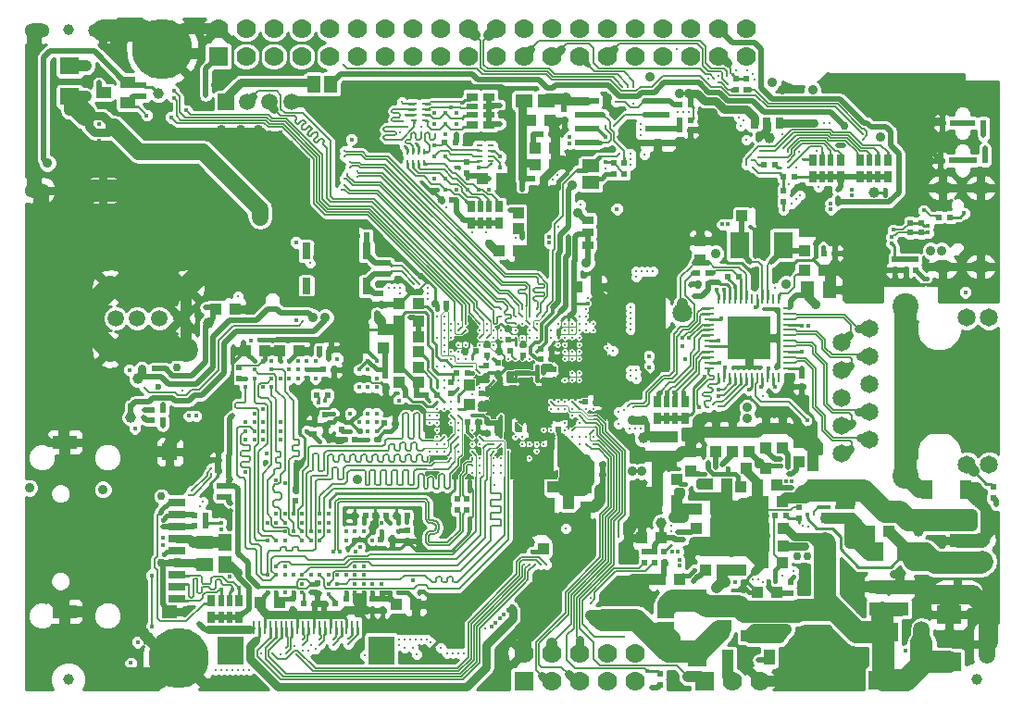
<source format=gbr>
G04 #@! TF.FileFunction,Copper,L6,Bot,Mixed*
%FSLAX46Y46*%
G04 Gerber Fmt 4.6, Leading zero omitted, Abs format (unit mm)*
G04 Created by KiCad (PCBNEW 201609201018+7184~55~ubuntu14.04.1-) date Fri Sep 23 16:30:51 2016*
%MOMM*%
%LPD*%
G01*
G04 APERTURE LIST*
%ADD10C,0.100000*%
%ADD11C,0.508000*%
%ADD12C,0.254000*%
%ADD13C,5.500000*%
%ADD14R,0.762000X1.016000*%
%ADD15R,0.508000X1.016000*%
%ADD16R,0.550000X0.500000*%
%ADD17R,0.900000X0.350000*%
%ADD18R,0.800000X0.950000*%
%ADD19R,0.600000X0.350000*%
%ADD20R,0.625000X0.250000*%
%ADD21C,1.000000*%
%ADD22R,1.600200X1.168400*%
%ADD23R,0.500000X0.550000*%
%ADD24R,1.016000X1.016000*%
%ADD25R,1.524000X1.270000*%
%ADD26R,1.700000X2.000000*%
%ADD27R,1.000000X1.400000*%
%ADD28R,1.400000X1.000000*%
%ADD29R,1.800000X1.600000*%
%ADD30R,2.700000X1.800000*%
%ADD31R,1.270000X1.524000*%
%ADD32R,0.800000X1.500000*%
%ADD33R,1.016000X0.762000*%
%ADD34R,1.016000X0.508000*%
%ADD35R,0.250000X0.625000*%
%ADD36R,1.168400X1.600200*%
%ADD37R,1.524000X1.778000*%
%ADD38R,1.016000X1.778000*%
%ADD39R,1.798320X2.397760*%
%ADD40R,2.200000X0.600000*%
%ADD41R,2.286000X1.778000*%
%ADD42O,2.700000X1.300000*%
%ADD43O,2.300000X1.300000*%
%ADD44C,2.200000*%
%ADD45C,1.500000*%
%ADD46R,1.500000X1.500000*%
%ADD47C,1.778000*%
%ADD48R,1.778000X1.778000*%
%ADD49R,1.422400X1.422400*%
%ADD50R,0.400000X0.400000*%
%ADD51R,1.400000X1.400000*%
%ADD52C,1.400000*%
%ADD53C,1.650000*%
%ADD54C,2.400000*%
%ADD55R,1.800000X1.800000*%
%ADD56C,1.800000*%
%ADD57R,1.597660X0.698500*%
%ADD58R,1.399540X1.198880*%
%ADD59R,1.399540X1.597660*%
%ADD60R,2.199640X1.198880*%
%ADD61R,0.250000X1.300000*%
%ADD62R,2.400000X2.600000*%
%ADD63R,0.900000X0.250000*%
%ADD64R,0.250000X0.900000*%
%ADD65R,4.000000X4.000000*%
%ADD66O,1.800000X1.200000*%
%ADD67O,1.500000X3.900000*%
%ADD68O,1.500000X3.600000*%
%ADD69O,3.700000X1.500000*%
%ADD70C,0.750000*%
%ADD71C,0.900000*%
%ADD72C,0.450000*%
%ADD73C,0.406400*%
%ADD74C,0.327000*%
%ADD75C,0.600000*%
%ADD76C,2.032000*%
%ADD77C,1.016000*%
%ADD78C,0.762000*%
%ADD79C,1.270000*%
%ADD80C,1.524000*%
%ADD81C,0.406400*%
%ADD82C,0.203200*%
%ADD83C,0.106600*%
%ADD84C,0.127000*%
%ADD85C,0.711200*%
%ADD86C,0.304800*%
%ADD87C,1.778000*%
%ADD88C,0.355600*%
G04 APERTURE END LIST*
D10*
D11*
X151892000Y-58801000D02*
X151892000Y-57658000D01*
D12*
X182372000Y-56769000D02*
X181356000Y-56769000D01*
X182372000Y-57658000D02*
X181356000Y-57658000D01*
X131445000Y-66548000D02*
X133223000Y-66548000D01*
D13*
X172800000Y-96600000D03*
D14*
X179324000Y-51054000D03*
X179324000Y-52578000D03*
X176784000Y-51054000D03*
X176784000Y-52578000D03*
D15*
X178435000Y-51054000D03*
X177673000Y-51054000D03*
X178435000Y-52578000D03*
X177673000Y-52578000D03*
D16*
X133604000Y-60452000D03*
X133604000Y-61468000D03*
X111252000Y-44196000D03*
X111252000Y-45212000D03*
D17*
X173652000Y-84089000D03*
X173652000Y-83439000D03*
X173652000Y-82789000D03*
X175852000Y-82789000D03*
X175852000Y-83439000D03*
X175852000Y-84089000D03*
D18*
X174752000Y-83789000D03*
D19*
X174752000Y-82789000D03*
D20*
X135987500Y-47350000D03*
X137012500Y-47350000D03*
X135987500Y-46850000D03*
X137012500Y-46850000D03*
X135987500Y-46350000D03*
X137012500Y-46350000D03*
X135987500Y-45850000D03*
X137012500Y-45850000D03*
D14*
X143764000Y-55245000D03*
X143764000Y-56769000D03*
X141224000Y-55245000D03*
X141224000Y-56769000D03*
D15*
X142875000Y-55245000D03*
X142113000Y-55245000D03*
X142875000Y-56769000D03*
X142113000Y-56769000D03*
D20*
X143012500Y-49650000D03*
X141987500Y-49650000D03*
X143012500Y-50150000D03*
X141987500Y-50150000D03*
X143012500Y-50650000D03*
X141987500Y-50650000D03*
X143012500Y-51150000D03*
X141987500Y-51150000D03*
D21*
X187452000Y-98552000D03*
X104394000Y-39116000D03*
X104394000Y-98552000D03*
D22*
X159004000Y-92329000D03*
X159004000Y-92329000D03*
X159004000Y-93853000D03*
D16*
X135400000Y-84892000D03*
X135400000Y-85908000D03*
D23*
X135382000Y-83566000D03*
X134366000Y-83566000D03*
X133477000Y-83566000D03*
X132461000Y-83566000D03*
X131572000Y-83566000D03*
X130556000Y-83566000D03*
D24*
X134366000Y-91694000D03*
X136144000Y-91694000D03*
D16*
X129800000Y-91192000D03*
X129800000Y-92208000D03*
X124900000Y-91192000D03*
X124900000Y-92208000D03*
X125200000Y-82208000D03*
X125200000Y-81192000D03*
X129413000Y-75692000D03*
X129413000Y-74676000D03*
D24*
X123711000Y-68500000D03*
X125489000Y-68500000D03*
D16*
X119100000Y-81808000D03*
X119100000Y-80792000D03*
D23*
X132992000Y-85700000D03*
X134008000Y-85700000D03*
D16*
X133096000Y-91186000D03*
X133096000Y-92202000D03*
X132207000Y-91186000D03*
X132207000Y-92202000D03*
X133400000Y-70792000D03*
X133400000Y-71808000D03*
D24*
X123689000Y-91500000D03*
X121911000Y-91500000D03*
D23*
X143592000Y-75100000D03*
X144608000Y-75100000D03*
X145692000Y-75700000D03*
X146708000Y-75700000D03*
X130556000Y-76581000D03*
X129540000Y-76581000D03*
X127692000Y-70200000D03*
X128708000Y-70200000D03*
D24*
X133223000Y-68199000D03*
X131445000Y-68199000D03*
D23*
X141908000Y-75000000D03*
X140892000Y-75000000D03*
X119108000Y-78500000D03*
X118092000Y-78500000D03*
D16*
X127200000Y-89692000D03*
X127200000Y-90708000D03*
D23*
X127392000Y-68300000D03*
X128408000Y-68300000D03*
D24*
X122389000Y-68500000D03*
X120611000Y-68500000D03*
X147828000Y-86614000D03*
X147828000Y-84836000D03*
D16*
X127900000Y-74292000D03*
X127900000Y-75308000D03*
D23*
X143708000Y-76000000D03*
X142692000Y-76000000D03*
X133292000Y-75100000D03*
X134308000Y-75100000D03*
D16*
X126900000Y-76108000D03*
X126900000Y-75092000D03*
D23*
X148608000Y-69200000D03*
X147592000Y-69200000D03*
X138492000Y-54700000D03*
X139508000Y-54700000D03*
D24*
X144018000Y-52705000D03*
X142240000Y-52705000D03*
D23*
X148590000Y-48641000D03*
X147574000Y-48641000D03*
D24*
X148844000Y-49911000D03*
X147066000Y-49911000D03*
X146685000Y-47371000D03*
X148463000Y-47371000D03*
X147066000Y-51435000D03*
X148844000Y-51435000D03*
D23*
X146812000Y-52705000D03*
X147828000Y-52705000D03*
X140908000Y-70500000D03*
X139892000Y-70500000D03*
D16*
X139425000Y-71317000D03*
X139425000Y-72333000D03*
D23*
X138108000Y-72500000D03*
X137092000Y-72500000D03*
D24*
X136398000Y-69977000D03*
X134620000Y-69977000D03*
X134620000Y-65786000D03*
X136398000Y-65786000D03*
X136398000Y-68580000D03*
X134620000Y-68580000D03*
X134620000Y-67183000D03*
X136398000Y-67183000D03*
X134620000Y-71374000D03*
X136398000Y-71374000D03*
X141050000Y-71586000D03*
X141050000Y-73364000D03*
D25*
X116840000Y-85979000D03*
X116840000Y-88011000D03*
D16*
X179959000Y-61087000D03*
X179959000Y-60071000D03*
X144625000Y-66442000D03*
X144625000Y-67458000D03*
D23*
X143792000Y-68500000D03*
X144808000Y-68500000D03*
D16*
X147900000Y-70192000D03*
X147900000Y-71208000D03*
X142700000Y-68908000D03*
X142700000Y-67892000D03*
D23*
X148608000Y-68300000D03*
X147592000Y-68300000D03*
D16*
X148800000Y-71208000D03*
X148800000Y-70192000D03*
D24*
X145542000Y-59309000D03*
X143764000Y-59309000D03*
D16*
X142600000Y-70808000D03*
X142600000Y-69792000D03*
D25*
X180467000Y-90043000D03*
X180467000Y-92075000D03*
X178435000Y-90043000D03*
X178435000Y-92075000D03*
D24*
X147320000Y-55880000D03*
X145542000Y-55880000D03*
X169799000Y-84709000D03*
X168021000Y-84709000D03*
D23*
X148492000Y-77400000D03*
X149508000Y-77400000D03*
D24*
X158242000Y-80264000D03*
X160020000Y-80264000D03*
X163576000Y-82931000D03*
X161798000Y-82931000D03*
D23*
X153289000Y-79756000D03*
X152273000Y-79756000D03*
D24*
X169799000Y-86360000D03*
X168021000Y-86360000D03*
D23*
X153289000Y-78867000D03*
X152273000Y-78867000D03*
D16*
X149200000Y-74692000D03*
X149200000Y-75708000D03*
D24*
X165862000Y-86741000D03*
X165862000Y-88519000D03*
D23*
X148492000Y-78700000D03*
X149508000Y-78700000D03*
D24*
X177673000Y-84963000D03*
X179451000Y-84963000D03*
X151765000Y-82804000D03*
X151765000Y-81026000D03*
X146939000Y-80899000D03*
X148717000Y-80899000D03*
X164211000Y-86741000D03*
X164211000Y-88519000D03*
X172466000Y-80772000D03*
X172466000Y-78994000D03*
X148336000Y-82423000D03*
X150114000Y-82423000D03*
X162687000Y-88519000D03*
X162687000Y-86741000D03*
X160274000Y-89408000D03*
X158496000Y-89408000D03*
X169164000Y-90551000D03*
X167386000Y-90551000D03*
X166624000Y-75946000D03*
X166624000Y-77724000D03*
D16*
X142200000Y-73408000D03*
X142200000Y-72392000D03*
D23*
X184277000Y-47625000D03*
X185293000Y-47625000D03*
D24*
X165862000Y-82677000D03*
X165862000Y-80899000D03*
D16*
X144900000Y-71908000D03*
X144900000Y-70892000D03*
D24*
X158242000Y-82169000D03*
X160020000Y-82169000D03*
X158115000Y-78105000D03*
X158115000Y-76327000D03*
X164592000Y-80645000D03*
X162814000Y-80645000D03*
X161290000Y-77724000D03*
X161290000Y-79502000D03*
X163576000Y-75946000D03*
X163576000Y-77724000D03*
X165100000Y-75946000D03*
X165100000Y-77724000D03*
X166370000Y-79248000D03*
X168148000Y-79248000D03*
X159639000Y-78105000D03*
X159639000Y-76327000D03*
X167386000Y-80772000D03*
X169164000Y-80772000D03*
X161798000Y-84709000D03*
X163576000Y-84709000D03*
X158623000Y-85598000D03*
X156845000Y-85598000D03*
X171196000Y-76835000D03*
X171196000Y-78613000D03*
X167894000Y-82296000D03*
X169672000Y-82296000D03*
D23*
X184150000Y-51054000D03*
X185166000Y-51054000D03*
D24*
X169672000Y-75565000D03*
X169672000Y-77343000D03*
X168148000Y-75565000D03*
X168148000Y-77343000D03*
D25*
X185801000Y-85852000D03*
X185801000Y-87884000D03*
D24*
X167894000Y-87884000D03*
X169672000Y-87884000D03*
D23*
X131699000Y-57912000D03*
X130683000Y-57912000D03*
D16*
X132969000Y-63246000D03*
X132969000Y-64262000D03*
D24*
X147320000Y-57277000D03*
X145542000Y-57277000D03*
D23*
X140692000Y-68500000D03*
X141708000Y-68500000D03*
D24*
X119634000Y-64643000D03*
X117856000Y-64643000D03*
D16*
X146000000Y-67892000D03*
X146000000Y-68908000D03*
D24*
X134620000Y-64135000D03*
X136398000Y-64135000D03*
X152654000Y-62611000D03*
X150876000Y-62611000D03*
D26*
X161925000Y-96353000D03*
X161925000Y-91353000D03*
D27*
X168524000Y-96520000D03*
X164724000Y-96520000D03*
D28*
X107609640Y-44828460D03*
X109819440Y-45783500D03*
X109819440Y-43881040D03*
X164378640Y-93596460D03*
X166588440Y-94551500D03*
X166588440Y-92649040D03*
D29*
X104521000Y-45215000D03*
X104521000Y-42415000D03*
D30*
X178943000Y-94193000D03*
X178943000Y-98593000D03*
D25*
X146050000Y-45593000D03*
X148082000Y-45593000D03*
D31*
X118745000Y-85979000D03*
X118745000Y-88011000D03*
D22*
X152146000Y-51562000D03*
X152146000Y-51562000D03*
X152146000Y-53086000D03*
D32*
X131655000Y-59360000D03*
X131655000Y-62560000D03*
X126155000Y-62560000D03*
X126155000Y-59360000D03*
D23*
X127092000Y-72500000D03*
X128108000Y-72500000D03*
D16*
X140843000Y-83058000D03*
X140843000Y-82042000D03*
X139954000Y-83058000D03*
X139954000Y-82042000D03*
D23*
X169037000Y-51435000D03*
X168021000Y-51435000D03*
D16*
X169799000Y-54864000D03*
X169799000Y-53848000D03*
D23*
X138938000Y-64135000D03*
X137922000Y-64135000D03*
X151638000Y-73152000D03*
X152654000Y-73152000D03*
D33*
X141338000Y-45230000D03*
X142862000Y-45230000D03*
X141338000Y-47770000D03*
X142862000Y-47770000D03*
D34*
X141338000Y-46119000D03*
X141338000Y-46881000D03*
X142862000Y-46119000D03*
X142862000Y-46881000D03*
D35*
X136894000Y-51312500D03*
X136894000Y-50287500D03*
X136394000Y-51312500D03*
X136394000Y-50287500D03*
X135894000Y-51312500D03*
X135894000Y-50287500D03*
X135394000Y-51312500D03*
X135394000Y-50287500D03*
D14*
X120015000Y-91313000D03*
X120015000Y-92837000D03*
X117475000Y-91313000D03*
X117475000Y-92837000D03*
D15*
X119126000Y-91313000D03*
X118364000Y-91313000D03*
X119126000Y-92837000D03*
X118364000Y-92837000D03*
D14*
X175006000Y-51054000D03*
X175006000Y-52578000D03*
X172466000Y-51054000D03*
X172466000Y-52578000D03*
D15*
X174117000Y-51054000D03*
X173355000Y-51054000D03*
X174117000Y-52578000D03*
X173355000Y-52578000D03*
D23*
X184023000Y-56261000D03*
X185039000Y-56261000D03*
D16*
X181864000Y-60071000D03*
X181864000Y-61087000D03*
D23*
X174498000Y-59563000D03*
X173482000Y-59563000D03*
D16*
X180975000Y-61087000D03*
X180975000Y-60071000D03*
D23*
X169799000Y-52578000D03*
X170815000Y-52578000D03*
D36*
X128397000Y-44069000D03*
X128397000Y-44069000D03*
X126873000Y-44069000D03*
D16*
X143700000Y-69592000D03*
X143700000Y-70608000D03*
X170434000Y-89662000D03*
X170434000Y-90678000D03*
X171196000Y-82804000D03*
X171196000Y-83820000D03*
D37*
X178181000Y-86868000D03*
X180975000Y-86868000D03*
D23*
X170053000Y-83566000D03*
X169037000Y-83566000D03*
D16*
X157099000Y-87884000D03*
X157099000Y-86868000D03*
X157988000Y-87884000D03*
X157988000Y-86868000D03*
D23*
X188087000Y-47625000D03*
X187071000Y-47625000D03*
D16*
X158877000Y-86868000D03*
X158877000Y-87884000D03*
D23*
X188214000Y-51054000D03*
X187198000Y-51054000D03*
D16*
X158496000Y-98044000D03*
X158496000Y-99060000D03*
D23*
X115951000Y-83566000D03*
X116967000Y-83566000D03*
X115951000Y-84455000D03*
X116967000Y-84455000D03*
D16*
X154305000Y-52324000D03*
X154305000Y-51308000D03*
D23*
X138811000Y-49403000D03*
X139827000Y-49403000D03*
D16*
X140800000Y-51192000D03*
X140800000Y-52208000D03*
D23*
X135255000Y-72517000D03*
X136271000Y-72517000D03*
D16*
X120000000Y-71008000D03*
X120000000Y-69992000D03*
X118200000Y-80792000D03*
X118200000Y-81808000D03*
D23*
X118092000Y-79400000D03*
X119108000Y-79400000D03*
X128808000Y-91600000D03*
X127792000Y-91600000D03*
X125892000Y-91600000D03*
X126908000Y-91600000D03*
D33*
X151892000Y-58801000D03*
X151892000Y-57658000D03*
X151892000Y-56515000D03*
D23*
X181356000Y-56769000D03*
X182372000Y-56769000D03*
X181356000Y-57658000D03*
X182372000Y-57658000D03*
D24*
X131445000Y-66548000D03*
X133223000Y-66548000D03*
D38*
X186436000Y-81153000D03*
X182880000Y-81153000D03*
D31*
X171958000Y-62865000D03*
X173990000Y-62865000D03*
D24*
X162179000Y-58420000D03*
X162179000Y-60198000D03*
X171704000Y-57531000D03*
X171704000Y-59309000D03*
X167767000Y-56134000D03*
X165989000Y-56134000D03*
D39*
X169765980Y-58801000D03*
X165768020Y-58801000D03*
D23*
X161925000Y-61341000D03*
X162941000Y-61341000D03*
X164719000Y-61722000D03*
X165735000Y-61722000D03*
D16*
X188976000Y-80899000D03*
X188976000Y-81915000D03*
D24*
X171704000Y-61087000D03*
X173482000Y-61087000D03*
D14*
X158242000Y-74676000D03*
X158242000Y-73152000D03*
X160782000Y-74676000D03*
X160782000Y-73152000D03*
D15*
X159131000Y-74676000D03*
X159893000Y-74676000D03*
X159131000Y-73152000D03*
X159893000Y-73152000D03*
D23*
X161925000Y-62357000D03*
X162941000Y-62357000D03*
D16*
X171450000Y-71755000D03*
X171450000Y-70739000D03*
X149733000Y-47371000D03*
X149733000Y-46355000D03*
D23*
X160274000Y-45974000D03*
X161290000Y-45974000D03*
X160274000Y-48260000D03*
X161290000Y-48260000D03*
X160274000Y-47371000D03*
X161290000Y-47371000D03*
D16*
X155194000Y-51308000D03*
X155194000Y-52324000D03*
D40*
X158302000Y-45593000D03*
X158302000Y-46863000D03*
X158302000Y-48133000D03*
X158302000Y-49403000D03*
X151832000Y-49403000D03*
X151832000Y-48133000D03*
X151832000Y-46863000D03*
X151832000Y-45593000D03*
D41*
X184912000Y-92565000D03*
X184912000Y-96919000D03*
D21*
X110744000Y-70993000D03*
X110109000Y-74549000D03*
X112649000Y-44958000D03*
X178054000Y-53975000D03*
X156972000Y-76454000D03*
X117221000Y-65913000D03*
X182118000Y-84963000D03*
X168529000Y-49022000D03*
X158623000Y-84201000D03*
D42*
X107597000Y-39182000D03*
X107597000Y-53782000D03*
D43*
X101547000Y-53782000D03*
X101547000Y-39182000D03*
D44*
X115212000Y-62682000D03*
X115212000Y-68382000D03*
X108212000Y-62682000D03*
X108212000Y-68382000D03*
D45*
X108712000Y-65532000D03*
X110712000Y-65532000D03*
X112712000Y-65532000D03*
X114712000Y-65532000D03*
D46*
X118793000Y-45720000D03*
D45*
X120793000Y-45720000D03*
X122793000Y-45720000D03*
X124793000Y-45720000D03*
D47*
X166370000Y-38989000D03*
X166370000Y-41529000D03*
X163830000Y-38989000D03*
X163830000Y-41529000D03*
X161290000Y-38989000D03*
X161290000Y-41529000D03*
X158750000Y-38989000D03*
X158750000Y-41529000D03*
X156210000Y-38989000D03*
X156210000Y-41529000D03*
X146050000Y-38989000D03*
X146050000Y-41529000D03*
X143510000Y-38989000D03*
X143510000Y-41529000D03*
X148590000Y-41529000D03*
X148590000Y-38989000D03*
X151130000Y-38989000D03*
X151130000Y-41529000D03*
X153670000Y-41529000D03*
X153670000Y-38989000D03*
X128270000Y-38989000D03*
X128270000Y-41529000D03*
X125730000Y-41529000D03*
X125730000Y-38989000D03*
X123190000Y-38989000D03*
X123190000Y-41529000D03*
D48*
X118110000Y-41529000D03*
D47*
X118110000Y-38989000D03*
X120650000Y-41529000D03*
X120650000Y-38989000D03*
X130810000Y-41529000D03*
X130810000Y-38989000D03*
X133350000Y-41529000D03*
X133350000Y-38989000D03*
X135890000Y-41529000D03*
X135890000Y-38989000D03*
X138430000Y-41529000D03*
X138430000Y-38989000D03*
X140970000Y-41529000D03*
X140970000Y-38989000D03*
X156210000Y-96139000D03*
X156210000Y-98679000D03*
X153670000Y-98679000D03*
X153670000Y-96139000D03*
X151130000Y-96139000D03*
X151130000Y-98679000D03*
D48*
X146050000Y-98679000D03*
D47*
X146050000Y-96139000D03*
X148590000Y-98679000D03*
X148590000Y-96139000D03*
D48*
X162560000Y-98679000D03*
D47*
X165100000Y-98679000D03*
X167640000Y-98679000D03*
D49*
X165862000Y-84645500D03*
D50*
X168062000Y-83845500D03*
X167362000Y-83845500D03*
X166662000Y-83845500D03*
X166662000Y-83145500D03*
X166662000Y-82445500D03*
X165062000Y-82445500D03*
X165062000Y-83145500D03*
X165062000Y-83845500D03*
X164362000Y-83845500D03*
X163662000Y-83845500D03*
X163662000Y-85445500D03*
X164362000Y-85445500D03*
X165062000Y-85445500D03*
X165062000Y-86145500D03*
X165062000Y-86845500D03*
X166662000Y-86845500D03*
X166662000Y-86145500D03*
X166662000Y-85445500D03*
X167362000Y-85445500D03*
X168062000Y-85445500D03*
D51*
X187982860Y-87749380D03*
D52*
X187980320Y-85737700D03*
D53*
X177673000Y-66421000D03*
X175133000Y-67691000D03*
X177673000Y-68961000D03*
X175133000Y-70231000D03*
X177673000Y-71501000D03*
X175133000Y-72771000D03*
X177673000Y-74041000D03*
X175133000Y-75311000D03*
X177673000Y-76581000D03*
X175133000Y-77851000D03*
X186563000Y-65405000D03*
X188595000Y-65405000D03*
X186563000Y-78867000D03*
X188595000Y-78867000D03*
D54*
X180975000Y-64389000D03*
X180975000Y-79883000D03*
D55*
X157988000Y-65024000D03*
D56*
X160528000Y-65024000D03*
D57*
X114307620Y-82334100D03*
X114307620Y-83433920D03*
X114307620Y-84533740D03*
X114307620Y-85631020D03*
X114307620Y-86730840D03*
X114307620Y-87830660D03*
X114307620Y-88930480D03*
X114307620Y-90030300D03*
X114307620Y-91130120D03*
D58*
X113682780Y-92331540D03*
D59*
X113682780Y-77734160D03*
D60*
X104084120Y-92331540D03*
X104084120Y-76832460D03*
D61*
X121361000Y-93770000D03*
X121861000Y-93770000D03*
X122361000Y-93770000D03*
X122861000Y-93770000D03*
X123361000Y-93770000D03*
X123861000Y-93770000D03*
X124361000Y-93770000D03*
X124861000Y-93770000D03*
X125361000Y-93770000D03*
X125861000Y-93770000D03*
X126361000Y-93770000D03*
X126861000Y-93770000D03*
X127361000Y-93770000D03*
X127861000Y-93770000D03*
X128361000Y-93770000D03*
X128861000Y-93770000D03*
X129361000Y-93770000D03*
X129861000Y-93770000D03*
X130361000Y-93770000D03*
X130861000Y-93770000D03*
D62*
X119211000Y-95870000D03*
X133011000Y-95870000D03*
D63*
X170224000Y-64560000D03*
X170224000Y-65060000D03*
X170224000Y-65560000D03*
X170224000Y-66060000D03*
X170224000Y-66560000D03*
X170224000Y-67060000D03*
X170224000Y-67560000D03*
X170224000Y-68060000D03*
X170224000Y-68560000D03*
X170224000Y-69060000D03*
X170224000Y-69560000D03*
X170224000Y-70060000D03*
D64*
X169374000Y-70910000D03*
X168874000Y-70910000D03*
X168374000Y-70910000D03*
X167874000Y-70910000D03*
X167374000Y-70910000D03*
X166874000Y-70910000D03*
X166374000Y-70910000D03*
X165874000Y-70910000D03*
X165374000Y-70910000D03*
X164874000Y-70910000D03*
X164374000Y-70910000D03*
X163874000Y-70910000D03*
D63*
X163024000Y-70060000D03*
X163024000Y-69560000D03*
X163024000Y-69060000D03*
X163024000Y-68560000D03*
X163024000Y-68060000D03*
X163024000Y-67560000D03*
X163024000Y-67060000D03*
X163024000Y-66560000D03*
X163024000Y-66060000D03*
X163024000Y-65560000D03*
X163024000Y-65060000D03*
X163024000Y-64560000D03*
D64*
X163874000Y-63710000D03*
X164374000Y-63710000D03*
X164874000Y-63710000D03*
X165374000Y-63710000D03*
X165874000Y-63710000D03*
X166374000Y-63710000D03*
X166874000Y-63710000D03*
X167374000Y-63710000D03*
X167874000Y-63710000D03*
X168374000Y-63710000D03*
X168874000Y-63710000D03*
X169374000Y-63710000D03*
D65*
X166624000Y-67310000D03*
D49*
X166624000Y-67310000D03*
D66*
X187842000Y-60750000D03*
X184372000Y-60750000D03*
X184372000Y-53550000D03*
X187842000Y-53550000D03*
D23*
X112014000Y-73914000D03*
X113030000Y-73914000D03*
X112014000Y-74803000D03*
X113030000Y-74803000D03*
D67*
X182441000Y-95174000D03*
D68*
X188441000Y-95324000D03*
D69*
X185695000Y-90724000D03*
D13*
X114500000Y-96600000D03*
X113000000Y-40900000D03*
D16*
X166370000Y-43561000D03*
X166370000Y-44577000D03*
X165481000Y-43561000D03*
X165481000Y-44577000D03*
D14*
X167132000Y-47625000D03*
X168275000Y-47625000D03*
X169418000Y-47625000D03*
D70*
X170815000Y-85471000D03*
X171704000Y-85471000D03*
D71*
X178689000Y-48895000D03*
X157607000Y-43434000D03*
X105537000Y-46482000D03*
X104521000Y-46482000D03*
X170058510Y-62357000D03*
X121911591Y-56269409D03*
X106045000Y-45212000D03*
D72*
X116967000Y-45085000D03*
D71*
X152908000Y-93472000D03*
X152146000Y-92710000D03*
D72*
X143129000Y-93726000D03*
X143459200Y-93395800D03*
X116840000Y-93980000D03*
X116332000Y-93472000D03*
X179451000Y-90678000D03*
D70*
X112903000Y-87884000D03*
D71*
X101092000Y-94361000D03*
X101092000Y-96774000D03*
X102235000Y-97917000D03*
X101092000Y-99060000D03*
X110490000Y-93853000D03*
X107188000Y-89662000D03*
X107188000Y-90551000D03*
D72*
X116459000Y-76962000D03*
X116459000Y-77470000D03*
X118364000Y-83566000D03*
X132080000Y-64262000D03*
X126200000Y-71000000D03*
X123000000Y-69400000D03*
X120600000Y-76600000D03*
X132200000Y-89800000D03*
X129000000Y-89000000D03*
X125800000Y-83400000D03*
X124200000Y-90600000D03*
X159385000Y-98171000D03*
X159385000Y-98679000D03*
D71*
X101092000Y-42672000D03*
X101092000Y-41021000D03*
X106299000Y-50038000D03*
X106299000Y-51943000D03*
X101092000Y-51562000D03*
X101092000Y-49784000D03*
X101092000Y-48006000D03*
X101092000Y-46101000D03*
X101092000Y-44323000D03*
D73*
X147875000Y-75075000D03*
D72*
X174752000Y-49657000D03*
X175260000Y-49657000D03*
X161290000Y-62484000D03*
D71*
X128270000Y-59938490D03*
X127254000Y-59938490D03*
X162306000Y-46741510D03*
X163322000Y-46741510D03*
D72*
X100838000Y-83185000D03*
D71*
X128143000Y-46863000D03*
X129921000Y-46863000D03*
X129032000Y-46863000D03*
X130810000Y-44577000D03*
X129921000Y-44577000D03*
D72*
X184912000Y-62484000D03*
X148971000Y-50673000D03*
D71*
X177927000Y-63500000D03*
X176911000Y-63500000D03*
D72*
X178689000Y-56261000D03*
X154813000Y-48895000D03*
X153543000Y-50165000D03*
D71*
X153670000Y-45339000D03*
D72*
X148971000Y-48133000D03*
X148971000Y-49149000D03*
X149606000Y-50927000D03*
D71*
X153797000Y-56007000D03*
X146500000Y-59600000D03*
X146500000Y-60600000D03*
D72*
X137900000Y-46700000D03*
X138900000Y-48700000D03*
X140900000Y-48700000D03*
X143900000Y-46700000D03*
X142900000Y-53700000D03*
X144900000Y-46700000D03*
X144900000Y-47700000D03*
X144900000Y-48700000D03*
X144900000Y-49700000D03*
X144900000Y-50700000D03*
X144900000Y-51700000D03*
X144900000Y-53700000D03*
X144900000Y-52700000D03*
X139900000Y-51700000D03*
X139900000Y-53700000D03*
D71*
X127381000Y-58928000D03*
X122555000Y-58928000D03*
D72*
X137900000Y-53700000D03*
X131064000Y-49149000D03*
X123825000Y-48514000D03*
D71*
X121793000Y-48260000D03*
X120142000Y-48260000D03*
X118364000Y-48260000D03*
D72*
X122809000Y-48514000D03*
X132600000Y-76600000D03*
X125222000Y-65659000D03*
X131800000Y-71000000D03*
D74*
X138125000Y-64675000D03*
D72*
X132600000Y-69400000D03*
D74*
X145925000Y-66625000D03*
D71*
X164211000Y-58420000D03*
D72*
X158242000Y-68072000D03*
D71*
X161290000Y-76835000D03*
D72*
X166878000Y-61341000D03*
X117602000Y-44196000D03*
X124714000Y-49403000D03*
X126365000Y-51054000D03*
X172085000Y-66167000D03*
D71*
X114681000Y-55880000D03*
X113538000Y-55880000D03*
X107188000Y-91440000D03*
X129794000Y-67183000D03*
D72*
X122200000Y-76600000D03*
X123800000Y-75800000D03*
X131000000Y-69400000D03*
X128200000Y-76800000D03*
X131000000Y-75800000D03*
D71*
X182626000Y-47371000D03*
D72*
X184023000Y-46355000D03*
X182499000Y-45974000D03*
X181229000Y-45974000D03*
X179959000Y-45974000D03*
X179324000Y-45339000D03*
X180594000Y-45339000D03*
X181864000Y-45339000D03*
X183134000Y-45339000D03*
X186436000Y-45593000D03*
X185039000Y-45593000D03*
X177292000Y-43815000D03*
X178689000Y-43815000D03*
X179959000Y-43815000D03*
X181229000Y-43815000D03*
X182499000Y-43815000D03*
X183769000Y-43815000D03*
X185039000Y-43815000D03*
X179324000Y-43434000D03*
X178054000Y-43434000D03*
D71*
X167132000Y-54737000D03*
X174503225Y-60584225D03*
D72*
X144272000Y-99314000D03*
D71*
X148971000Y-84836000D03*
X137922000Y-91053480D03*
X139446000Y-91053480D03*
X101092000Y-76327000D03*
X102362000Y-94361000D03*
X102362000Y-95504000D03*
X107569000Y-80010000D03*
X111379000Y-94234000D03*
X123571000Y-58928000D03*
D72*
X154305000Y-71628000D03*
D71*
X183642000Y-55118000D03*
X184658000Y-55118000D03*
D74*
X140725000Y-67275000D03*
X138775000Y-75075000D03*
X139425000Y-75725000D03*
X152425000Y-65325000D03*
X145925000Y-74425000D03*
D72*
X107188000Y-43307000D03*
X107188000Y-50800000D03*
X107188000Y-49276000D03*
X107188000Y-47752000D03*
X107188000Y-46228000D03*
X111506000Y-51816000D03*
X111506000Y-48895000D03*
X111506000Y-45974000D03*
X113792000Y-45974000D03*
X113792000Y-51816000D03*
X113792000Y-48895000D03*
D71*
X102108000Y-76327000D03*
D72*
X119200000Y-83100000D03*
X132200000Y-84200000D03*
X130600000Y-84200000D03*
D74*
X145275000Y-74425000D03*
X143325000Y-74425000D03*
D73*
X147225000Y-75075000D03*
X146575000Y-75075000D03*
X146575000Y-74425000D03*
X147225000Y-74425000D03*
X147875000Y-74425000D03*
X143325000Y-73775000D03*
X143975000Y-73775000D03*
X144625000Y-73775000D03*
X145275000Y-73775000D03*
X145925000Y-73775000D03*
X146575000Y-73775000D03*
X147225000Y-73775000D03*
X146575000Y-73125000D03*
X145925000Y-73125000D03*
X145275000Y-73125000D03*
X144625000Y-73125000D03*
X143975000Y-73125000D03*
X142675000Y-73125000D03*
X143325000Y-73125000D03*
X147875000Y-73775000D03*
D74*
X149175000Y-74425000D03*
X148525000Y-74425000D03*
D73*
X147875000Y-72475000D03*
X147225000Y-72475000D03*
X146575000Y-72475000D03*
X145925000Y-72475000D03*
X145275000Y-72475000D03*
X144625000Y-72475000D03*
D74*
X143325000Y-72475000D03*
D73*
X143975000Y-72475000D03*
X147875000Y-73125000D03*
X147225000Y-73125000D03*
D74*
X148525000Y-72475000D03*
X147875000Y-71825000D03*
X147225000Y-71825000D03*
X146575000Y-71825000D03*
X143975000Y-71175000D03*
X143325000Y-71825000D03*
X143975000Y-71825000D03*
X144625000Y-71825000D03*
X145275000Y-71825000D03*
X145925000Y-71175000D03*
X146575000Y-71175000D03*
X145925000Y-71825000D03*
X146575000Y-69875000D03*
X145925000Y-69875000D03*
X144625000Y-69875000D03*
X145275000Y-69875000D03*
D71*
X182753000Y-49657000D03*
X169672000Y-44577000D03*
X181610000Y-54991000D03*
X187325000Y-46101000D03*
X189103000Y-46101000D03*
D72*
X171831000Y-73025000D03*
X171831000Y-73533000D03*
X167259000Y-59309000D03*
X167259000Y-59817000D03*
D71*
X155829000Y-86741000D03*
X172085000Y-75819000D03*
X155829000Y-84709000D03*
X187452000Y-81026000D03*
X187452000Y-82169000D03*
D72*
X175514000Y-89027000D03*
X175514000Y-88265000D03*
X179832000Y-88900000D03*
X180340000Y-88900000D03*
D71*
X176784000Y-92202000D03*
X148971000Y-83820000D03*
D74*
X147225000Y-75725000D03*
X148525000Y-77025000D03*
X147225000Y-76375000D03*
X147875000Y-78325000D03*
D71*
X156083000Y-89408000D03*
X157099000Y-89408000D03*
X171831000Y-88265000D03*
D74*
X149175000Y-71175000D03*
D72*
X176530000Y-43434000D03*
X173990000Y-43434000D03*
X175260000Y-43434000D03*
D71*
X176530000Y-44577000D03*
D72*
X185674000Y-43434000D03*
X184404000Y-43434000D03*
X183134000Y-43434000D03*
X181864000Y-43434000D03*
X180594000Y-43434000D03*
D71*
X188976000Y-44450000D03*
X181737000Y-49657000D03*
D72*
X178689000Y-56769000D03*
D71*
X147500000Y-59600000D03*
X147500000Y-60600000D03*
D74*
X143975000Y-65975000D03*
X142675000Y-71175000D03*
X143325000Y-70525000D03*
X142025000Y-71175000D03*
X142025000Y-73775000D03*
D72*
X128200000Y-69200000D03*
X124600000Y-69400000D03*
X121400000Y-69400000D03*
X126200000Y-75000000D03*
X122428000Y-78613000D03*
X125222000Y-78613000D03*
X129400000Y-70200000D03*
X129800000Y-69200000D03*
X128600000Y-75000000D03*
X129000000Y-76800000D03*
X130200000Y-75000000D03*
X133400000Y-75800000D03*
X124200000Y-83400000D03*
X123400000Y-84200000D03*
X122600000Y-90600000D03*
X126600000Y-90600000D03*
X128200000Y-84200000D03*
D74*
X142025000Y-75725000D03*
X137475000Y-79625000D03*
X138775000Y-78325000D03*
X142025000Y-77675000D03*
X144625000Y-77025000D03*
X143975000Y-77675000D03*
X145275000Y-77675000D03*
X145275000Y-77025000D03*
D72*
X133000000Y-84200000D03*
X131400000Y-90600000D03*
X135400000Y-90600000D03*
X133000000Y-89800000D03*
X134600000Y-84200000D03*
X130600000Y-90600000D03*
X134600000Y-90600000D03*
X130600000Y-89800000D03*
X134600000Y-85800000D03*
X132200000Y-85000000D03*
D73*
X142675000Y-73775000D03*
D74*
X148525000Y-75075000D03*
D72*
X127254000Y-67437000D03*
X125349000Y-67437000D03*
X123444000Y-67437000D03*
X121885000Y-67437000D03*
X121100000Y-67500000D03*
X128200000Y-89000000D03*
X146812000Y-86868000D03*
X121400000Y-76600000D03*
X123800000Y-76600000D03*
X129000000Y-69200000D03*
D71*
X166497000Y-73660000D03*
D74*
X143975000Y-74425000D03*
D72*
X134600000Y-85000000D03*
X133800000Y-84200000D03*
X131400000Y-84200000D03*
D74*
X142675000Y-75075000D03*
X143325000Y-75075000D03*
X143975000Y-75725000D03*
X143975000Y-76375000D03*
X143975000Y-75075000D03*
X145275000Y-75075000D03*
X145275000Y-75725000D03*
D71*
X166497000Y-74676000D03*
D74*
X141375000Y-74425000D03*
X142025000Y-74425000D03*
D72*
X119200000Y-82400000D03*
X126200000Y-70200000D03*
X127000000Y-70200000D03*
X123800000Y-69400000D03*
X122200000Y-69400000D03*
X126200000Y-75800000D03*
X133400000Y-70200000D03*
X132600000Y-70200000D03*
X131000000Y-70200000D03*
X131800000Y-69400000D03*
X128600000Y-74200000D03*
X127400000Y-76800000D03*
X130200000Y-75800000D03*
X132600000Y-75800000D03*
X131000000Y-76600000D03*
X125000000Y-83400000D03*
X123400000Y-83400000D03*
X127400000Y-85000000D03*
X123400000Y-90600000D03*
X125000000Y-90600000D03*
X135900000Y-89500000D03*
X129800000Y-85000000D03*
X133000000Y-85000000D03*
X132200000Y-90600000D03*
X135354607Y-84148773D03*
X133800000Y-90600000D03*
X133000000Y-90600000D03*
X130600000Y-89000000D03*
X129800000Y-90600000D03*
X131800000Y-76600000D03*
X119380000Y-74422000D03*
X119200000Y-80200000D03*
X119900000Y-84700000D03*
X123800000Y-75000000D03*
X126600000Y-89800000D03*
X127400000Y-68900000D03*
D71*
X130800000Y-80200000D03*
D74*
X141375000Y-76375000D03*
D71*
X107569000Y-81153000D03*
X100838000Y-81026000D03*
D72*
X118364000Y-84201000D03*
X157734000Y-99314000D03*
D71*
X149860000Y-45333490D03*
X160274000Y-44958000D03*
X161163000Y-44952490D03*
D72*
X154559000Y-55499000D03*
X153543000Y-51181000D03*
D71*
X151003000Y-55880000D03*
D72*
X130302000Y-49149000D03*
D74*
X147875000Y-69875000D03*
D71*
X163576000Y-59563000D03*
D72*
X125222000Y-58547000D03*
X143891000Y-92964000D03*
X144221200Y-92633800D03*
X186309000Y-55880000D03*
D71*
X119888000Y-88773000D03*
D74*
X144625000Y-69225000D03*
X147875000Y-70525000D03*
D70*
X142875000Y-58674000D03*
D71*
X172466000Y-44577000D03*
D72*
X180975000Y-95885000D03*
D74*
X148525000Y-69875000D03*
X145275000Y-67925000D03*
X145275000Y-67275000D03*
D71*
X156839490Y-79502000D03*
X155956000Y-79502000D03*
D72*
X146900000Y-48700000D03*
X118364000Y-84836000D03*
D70*
X112903000Y-81788000D03*
D75*
X112649000Y-71755000D03*
D72*
X132588000Y-65024000D03*
X132588000Y-65532000D03*
D74*
X137475000Y-73125000D03*
D72*
X113030000Y-85598000D03*
D74*
X140075000Y-71175000D03*
D75*
X110109000Y-73533000D03*
D71*
X127889000Y-65405000D03*
D72*
X160147000Y-86868000D03*
X159639000Y-86868000D03*
D74*
X145925000Y-69225000D03*
X141375000Y-70525000D03*
D70*
X172593000Y-47625000D03*
D75*
X111125000Y-70104000D03*
D71*
X126746000Y-65405000D03*
D74*
X140075000Y-71825000D03*
D72*
X170053000Y-81026000D03*
X170561000Y-81026000D03*
D74*
X138775000Y-73125000D03*
X116713000Y-82296000D03*
X138125000Y-69875000D03*
X141375000Y-72475000D03*
X142025000Y-71825000D03*
D72*
X135636000Y-65405000D03*
D74*
X138125000Y-71825000D03*
D72*
X119126000Y-89154000D03*
X113030000Y-86233000D03*
D74*
X138125000Y-73125000D03*
X116459000Y-82677000D03*
X138775000Y-69875000D03*
X140075000Y-73125000D03*
X140075000Y-73775000D03*
D71*
X184277000Y-59309000D03*
D70*
X171069000Y-87249000D03*
X171958000Y-87249000D03*
D71*
X183261000Y-59309000D03*
D74*
X182880000Y-61849000D03*
D72*
X179705000Y-58674000D03*
D74*
X156718000Y-75565000D03*
X172974000Y-53467000D03*
D71*
X102489000Y-51308000D03*
D70*
X114300000Y-69977000D03*
D72*
X162052000Y-80899000D03*
X162052000Y-80391000D03*
D74*
X145275000Y-69225000D03*
D72*
X174752000Y-53721000D03*
X164211000Y-56896000D03*
X164719000Y-56896000D03*
X150114000Y-58547000D03*
X150114000Y-58039000D03*
D74*
X147225000Y-68575000D03*
D72*
X164211000Y-78867000D03*
X164592000Y-78486000D03*
X176022000Y-54229000D03*
X176022000Y-53721000D03*
D74*
X142675000Y-69225000D03*
D72*
X160147000Y-85725000D03*
X160655000Y-85725000D03*
X179070000Y-53721000D03*
X179070000Y-54229000D03*
X144780000Y-55626000D03*
X169545000Y-78359000D03*
X169037000Y-78359000D03*
D74*
X142025000Y-69875000D03*
D71*
X150749000Y-80269520D03*
X149733000Y-81280000D03*
X149733000Y-80264000D03*
D74*
X149175000Y-77025000D03*
X149825000Y-77025000D03*
X148525000Y-75725000D03*
X149175000Y-76375000D03*
X150475000Y-77675000D03*
X149825000Y-77675000D03*
X149175000Y-77675000D03*
X151775000Y-78975000D03*
X151775000Y-78325000D03*
X150475000Y-78975000D03*
X151125000Y-78975000D03*
X151125000Y-78325000D03*
X150475000Y-78325000D03*
X149825000Y-78325000D03*
X149175000Y-78325000D03*
X149175000Y-78975000D03*
D71*
X150749000Y-81280000D03*
D72*
X160782000Y-80645000D03*
D71*
X163703000Y-90170000D03*
D72*
X160528000Y-81280000D03*
X160020000Y-81280000D03*
D71*
X187071000Y-84455000D03*
X187071000Y-83439000D03*
D72*
X169545000Y-78994000D03*
X169037000Y-78994000D03*
X167386000Y-78994000D03*
X167767000Y-78613000D03*
X164719000Y-79756000D03*
X164719000Y-79248000D03*
X162941000Y-79248000D03*
X162941000Y-78740000D03*
D70*
X159766000Y-83693000D03*
X160655000Y-83693000D03*
D72*
X160274000Y-88138000D03*
X160274000Y-87630000D03*
D71*
X164465000Y-89662000D03*
D70*
X171704000Y-86360000D03*
X170815000Y-86360000D03*
D71*
X171831000Y-81915000D03*
X170942000Y-81915000D03*
X175895000Y-86106000D03*
X176784000Y-86106000D03*
D72*
X171958000Y-83439000D03*
D71*
X169418000Y-94742000D03*
X170053000Y-93980000D03*
D72*
X161925000Y-89154000D03*
X161544000Y-89535000D03*
D75*
X112268000Y-70104000D03*
D72*
X116967000Y-64516000D03*
X168402000Y-90043000D03*
X168402000Y-89535000D03*
D74*
X141375000Y-69225000D03*
D71*
X156972000Y-74803000D03*
X155956000Y-74803000D03*
D74*
X144625000Y-71175000D03*
X145275000Y-71175000D03*
X147225000Y-71175000D03*
X147225000Y-69875000D03*
X147225000Y-70525000D03*
X146575000Y-70525000D03*
X145925000Y-70525000D03*
X144625000Y-70525000D03*
X145275000Y-70525000D03*
X142675000Y-72475000D03*
X143325000Y-71175000D03*
X142675000Y-71825000D03*
X177038000Y-48641000D03*
D72*
X185928000Y-47625000D03*
D74*
X129540000Y-42291000D03*
X140075000Y-68575000D03*
X167894000Y-72644000D03*
X167005000Y-89408000D03*
D72*
X144653000Y-92202000D03*
X144983200Y-91871800D03*
X162560000Y-79756000D03*
X162052000Y-79756000D03*
X174752000Y-54483000D03*
X163576000Y-79121000D03*
X163576000Y-78613000D03*
X174752000Y-54991000D03*
D71*
X151759490Y-60452000D03*
D72*
X174117000Y-55499000D03*
X174117000Y-54991000D03*
X160147000Y-85090000D03*
X160655000Y-85090000D03*
X170053000Y-80391000D03*
X170561000Y-80391000D03*
D71*
X168783000Y-43942000D03*
D72*
X170307000Y-79756000D03*
D74*
X177038000Y-49149000D03*
D72*
X185801000Y-51054000D03*
D74*
X172085000Y-84582000D03*
D72*
X148209000Y-44450000D03*
X148717000Y-44450000D03*
X148336000Y-58039000D03*
X148336000Y-58547000D03*
D70*
X175387000Y-47879000D03*
D74*
X143325000Y-69225000D03*
D72*
X170180000Y-79121000D03*
X170180000Y-78613000D03*
X169037000Y-89535000D03*
D74*
X138125000Y-67275000D03*
X136525000Y-62357000D03*
X136017000Y-62357000D03*
X138775000Y-67925000D03*
D72*
X145923000Y-58166000D03*
D74*
X146575000Y-69225000D03*
X141375000Y-69875000D03*
X133731000Y-62738000D03*
X167513000Y-96774000D03*
D72*
X157353000Y-97790000D03*
D74*
X150475000Y-75725000D03*
X148525000Y-73125000D03*
D72*
X107188000Y-43942000D03*
X113792000Y-47117000D03*
X111569500Y-46926500D03*
D74*
X140725000Y-66625000D03*
D71*
X106045000Y-42418000D03*
D74*
X163830000Y-43942000D03*
X151775000Y-65975000D03*
X157861000Y-61214000D03*
X140075000Y-65975000D03*
X152425000Y-66625000D03*
X139425000Y-67275000D03*
X150475000Y-65975000D03*
X139425000Y-65975000D03*
X164719000Y-44069000D03*
X151775000Y-66625000D03*
X139425000Y-66625000D03*
X149825000Y-65975000D03*
X156083000Y-44323000D03*
X138775000Y-65975000D03*
X163449000Y-43561000D03*
X151775000Y-65325000D03*
X138775000Y-67275000D03*
X164592000Y-43307000D03*
X150475000Y-68575000D03*
X155575000Y-44323000D03*
X151257000Y-55118000D03*
X147225000Y-67275000D03*
X163830000Y-43307000D03*
X152425000Y-65975000D03*
X166370000Y-49149000D03*
X151125000Y-67925000D03*
X140725000Y-69225000D03*
X119888000Y-63500000D03*
X134747000Y-63246000D03*
X161163000Y-46609000D03*
X151775000Y-64675000D03*
X160147000Y-46609000D03*
X151125000Y-65325000D03*
X160020000Y-40894000D03*
X148525000Y-73775000D03*
X160655000Y-46609000D03*
X151125000Y-65975000D03*
X155702000Y-75565000D03*
X167132000Y-43688000D03*
X151125000Y-67275000D03*
X165862000Y-47879000D03*
X165481000Y-42799000D03*
X149175000Y-73125000D03*
X166116000Y-47371000D03*
X149825000Y-68575000D03*
X156210000Y-75565000D03*
X167005000Y-43180000D03*
X156083000Y-45847000D03*
X149825000Y-66625000D03*
X149825000Y-75725000D03*
X166497000Y-42799000D03*
X165735000Y-47117000D03*
X150475000Y-67275000D03*
X155067000Y-44323000D03*
X154813000Y-50419000D03*
X147225000Y-66625000D03*
D72*
X115189000Y-46482000D03*
D74*
X142025000Y-65975000D03*
D72*
X114046000Y-45339000D03*
D74*
X140075000Y-66625000D03*
D72*
X115443000Y-74422000D03*
D74*
X138775000Y-71825000D03*
X111379000Y-71882000D03*
X125857000Y-65786000D03*
X138775000Y-73775000D03*
D72*
X116078000Y-74422000D03*
D74*
X138775000Y-71175000D03*
X122051034Y-96134966D03*
X150475000Y-73775000D03*
X149825000Y-73125000D03*
X120904000Y-97663000D03*
X149825000Y-73775000D03*
X120396000Y-97663000D03*
X123063000Y-96139000D03*
X148082000Y-88011000D03*
X152425000Y-76375000D03*
X150475000Y-71175000D03*
X156083000Y-73660000D03*
X119888000Y-97663000D03*
X123825000Y-96266000D03*
X155194000Y-73914000D03*
D72*
X163703000Y-62865000D03*
D74*
X151125000Y-77025000D03*
X147574000Y-88011000D03*
X125222000Y-96266000D03*
X125095000Y-95504000D03*
X150475000Y-74425000D03*
X125857000Y-95885000D03*
X162941000Y-73660000D03*
X126365000Y-95885000D03*
X163830000Y-73533000D03*
X127000000Y-95758000D03*
D72*
X162052000Y-73660000D03*
D74*
X142494000Y-93853000D03*
X156337000Y-70231000D03*
X149175000Y-67925000D03*
X139573000Y-96139000D03*
X151125000Y-70525000D03*
X131495800Y-96342200D03*
X149825000Y-67275000D03*
X139065000Y-96139000D03*
X151125000Y-68575000D03*
X138430000Y-95631000D03*
X151125000Y-66625000D03*
X136271000Y-96266000D03*
X140589000Y-96139000D03*
X154178000Y-68453000D03*
X140081000Y-96139000D03*
X153670000Y-68199000D03*
D72*
X160528000Y-68072000D03*
D74*
X137160000Y-94869000D03*
X155829000Y-70231000D03*
X136144000Y-94869000D03*
D72*
X163830000Y-72009000D03*
D74*
X135636000Y-94869000D03*
D72*
X163830000Y-72644000D03*
D74*
X135128000Y-94869000D03*
X163322000Y-73406000D03*
X150475000Y-73125000D03*
X154686000Y-85471000D03*
X134620000Y-94869000D03*
X151125000Y-69225000D03*
X134620000Y-95377000D03*
X135128000Y-95631000D03*
D72*
X160782000Y-69215000D03*
D74*
X149825000Y-67925000D03*
X136652000Y-94869000D03*
X156337000Y-70993000D03*
X151125000Y-71175000D03*
X135890000Y-95631000D03*
D72*
X157480000Y-68961000D03*
D74*
X149825000Y-69225000D03*
X137541000Y-95123000D03*
X150475000Y-69225000D03*
D72*
X157480000Y-69977000D03*
X112776000Y-83312000D03*
D74*
X152425000Y-73775000D03*
D72*
X113030000Y-83947000D03*
D74*
X151775000Y-76375000D03*
X149175000Y-73775000D03*
D72*
X113030000Y-84582000D03*
X113157000Y-87122000D03*
D74*
X154686000Y-75184000D03*
D72*
X120015000Y-90170000D03*
D74*
X149825000Y-71175000D03*
D72*
X119380000Y-90297000D03*
D74*
X151775000Y-73775000D03*
X154686000Y-74041000D03*
D72*
X118364000Y-90297000D03*
D74*
X147066000Y-88011000D03*
X151125000Y-76375000D03*
X146050000Y-88011000D03*
X149825000Y-75075000D03*
X147225000Y-64675000D03*
X124333000Y-95631000D03*
X129667000Y-50673000D03*
X146558000Y-88011000D03*
X150475000Y-76375000D03*
X124333000Y-96139000D03*
X147225000Y-65325000D03*
X129667000Y-50165000D03*
X129992889Y-94811792D03*
X145925000Y-65325000D03*
X130810000Y-52578000D03*
X125857000Y-94869000D03*
X146575000Y-65975000D03*
X130175000Y-51689000D03*
X129988170Y-95317170D03*
X145925000Y-64675000D03*
X130810000Y-52070000D03*
X125857000Y-95377000D03*
X146575000Y-65325000D03*
X130175000Y-51181000D03*
X128651000Y-94869000D03*
X129413000Y-53721000D03*
X143975000Y-65325000D03*
X145275000Y-65975000D03*
X127381000Y-94869000D03*
X129667000Y-52705000D03*
X128651000Y-95377000D03*
X129667000Y-53340000D03*
X143975000Y-64675000D03*
X145275000Y-65325000D03*
X127381000Y-95377000D03*
X129921000Y-52324000D03*
X153543000Y-52324000D03*
D72*
X188214000Y-49911000D03*
X120600000Y-71000000D03*
D74*
X139425000Y-73775000D03*
D72*
X122600000Y-84200000D03*
D74*
X141375000Y-78975000D03*
X141375000Y-78325000D03*
D72*
X128200000Y-90700000D03*
X125800000Y-90600000D03*
D74*
X149100000Y-52400000D03*
D72*
X143900000Y-50700000D03*
D74*
X142621000Y-57658000D03*
X143325000Y-67275000D03*
D72*
X182626000Y-55626000D03*
D74*
X151125000Y-75075000D03*
X172847000Y-50165000D03*
X169037000Y-62738000D03*
X169672000Y-89027000D03*
X173431200Y-58978800D03*
X138938000Y-55372000D03*
X126492000Y-60452000D03*
D72*
X114046000Y-44704000D03*
D74*
X140725000Y-65975000D03*
X169545000Y-51689000D03*
X149175000Y-65975000D03*
X155829000Y-50927000D03*
X166877994Y-51054000D03*
X169799000Y-55626000D03*
X137287000Y-62738000D03*
X167005000Y-51689000D03*
X155829000Y-70739000D03*
X150475000Y-70525000D03*
X152425000Y-77025000D03*
X152425000Y-75725000D03*
X151125000Y-74425000D03*
X159512000Y-86233000D03*
X171196000Y-84201000D03*
X134747000Y-48514000D03*
D72*
X110744000Y-95123000D03*
D74*
X170688000Y-89154000D03*
X171577000Y-84455000D03*
X142025000Y-67925000D03*
X159512000Y-84455000D03*
D72*
X179832000Y-57404000D03*
X179705000Y-58039000D03*
D74*
X159512000Y-84963000D03*
D72*
X110490000Y-75565000D03*
D74*
X134747000Y-62738000D03*
X139425000Y-68575000D03*
X152146000Y-91567000D03*
X167513000Y-89408000D03*
D72*
X188087000Y-48768000D03*
X109982000Y-70231000D03*
D74*
X134239000Y-62738000D03*
X138775000Y-68575000D03*
D72*
X110109000Y-97028000D03*
D74*
X167894000Y-89662000D03*
X155194000Y-94615000D03*
X142025000Y-70525000D03*
X151125000Y-73125000D03*
X134874000Y-45720000D03*
X145275000Y-66625000D03*
X135255000Y-46863000D03*
X143975000Y-67275000D03*
X135001000Y-47498000D03*
X143325000Y-66625000D03*
X135382000Y-48006000D03*
X142675000Y-66625000D03*
X136652000Y-48514000D03*
X145925000Y-67275000D03*
D72*
X138900000Y-53700000D03*
D74*
X136144000Y-49530000D03*
X143975000Y-66625000D03*
D72*
X138900000Y-52700000D03*
D74*
X142675000Y-65975000D03*
X135128000Y-49784000D03*
D72*
X140900000Y-53700000D03*
D74*
X137922000Y-48641000D03*
X145925000Y-65975000D03*
D72*
X141900000Y-53700000D03*
D74*
X148717000Y-52832000D03*
D72*
X143900000Y-51700000D03*
D74*
X141351000Y-57658000D03*
X142025000Y-66625000D03*
X136652000Y-48006000D03*
X145288000Y-58166000D03*
D72*
X141900000Y-51700000D03*
D74*
X114808000Y-72136000D03*
X139425000Y-73125000D03*
X167640000Y-50165000D03*
X157353000Y-61214000D03*
X155829000Y-51435000D03*
X166370004Y-51435000D03*
X148525000Y-67275000D03*
X169799000Y-49911000D03*
X157099000Y-50546000D03*
X150475000Y-66625000D03*
X170180000Y-51689000D03*
X156845000Y-61214000D03*
X155829000Y-50419000D03*
X167513000Y-50800000D03*
X148525000Y-66625000D03*
X171577000Y-50927000D03*
X155829000Y-66040000D03*
X137287000Y-63246000D03*
X170180000Y-50292000D03*
X170180000Y-51181000D03*
X137287000Y-63754000D03*
X154305000Y-47879000D03*
X149225000Y-57150000D03*
X117856000Y-97663000D03*
X143325000Y-67925000D03*
X118872000Y-97663000D03*
D72*
X153543000Y-48895000D03*
D74*
X146575000Y-66625000D03*
X153543000Y-47879000D03*
X118364000Y-97663000D03*
X147225000Y-65975000D03*
X119380000Y-97663000D03*
X154432000Y-45720000D03*
X153543000Y-51816000D03*
X146575000Y-67275000D03*
X170688000Y-88646000D03*
X172593000Y-83439000D03*
X170942000Y-51689000D03*
X156337000Y-61214000D03*
X170307000Y-53213000D03*
X156337000Y-61722000D03*
X156718000Y-47752000D03*
X138775000Y-66625000D03*
X173990000Y-47625000D03*
X170942000Y-54610000D03*
X155829000Y-65024000D03*
X171323000Y-54229000D03*
X155829000Y-64516000D03*
X156718000Y-48768000D03*
X140725000Y-67925000D03*
X169672000Y-48641000D03*
X173482000Y-47625000D03*
X156718000Y-48260000D03*
X140075000Y-67925000D03*
D72*
X130600000Y-85000000D03*
D74*
X141375000Y-79625000D03*
X142025000Y-79625000D03*
D72*
X129800000Y-85800000D03*
D74*
X143325000Y-79625000D03*
D72*
X130600000Y-88200000D03*
X129800000Y-89000000D03*
D74*
X143975000Y-79625000D03*
D72*
X134620000Y-73025000D03*
X130200000Y-74200000D03*
X132200000Y-85800000D03*
D74*
X142025000Y-78975000D03*
D72*
X131400000Y-88200000D03*
D74*
X143383000Y-80772000D03*
D72*
X131400000Y-89800000D03*
D74*
X143975000Y-78975000D03*
D72*
X120600000Y-75800000D03*
D74*
X139425000Y-78325000D03*
D72*
X122600000Y-89000000D03*
X121400000Y-75800000D03*
D74*
X141375000Y-77675000D03*
D72*
X123400000Y-89000000D03*
X131400000Y-85000000D03*
D74*
X142025000Y-78325000D03*
D72*
X123400000Y-80300000D03*
D74*
X143325000Y-77675000D03*
D72*
X128200000Y-89800000D03*
X131400000Y-89000000D03*
D74*
X143975000Y-78325000D03*
D72*
X120600000Y-79600000D03*
D74*
X147225000Y-77675000D03*
D72*
X125800000Y-89800000D03*
D74*
X137475000Y-77675000D03*
D72*
X131000000Y-75000000D03*
D74*
X138125000Y-77675000D03*
D72*
X131800000Y-75800000D03*
X121400000Y-71000000D03*
X123400000Y-85800000D03*
D74*
X138775000Y-77675000D03*
D72*
X121400000Y-70200000D03*
X124200000Y-84200000D03*
D74*
X140075000Y-77675000D03*
D72*
X123000000Y-71000000D03*
X124200000Y-85000000D03*
D74*
X141375000Y-77025000D03*
D72*
X120600000Y-75000000D03*
D74*
X143325000Y-77025000D03*
D72*
X123400000Y-88200000D03*
X122500000Y-77900000D03*
X127400000Y-89000000D03*
D74*
X144625000Y-77675000D03*
D72*
X122200000Y-75000000D03*
X125000000Y-89000000D03*
D74*
X146575000Y-78325000D03*
D72*
X122200000Y-73800000D03*
X126600000Y-89000000D03*
D74*
X147225000Y-77025000D03*
D72*
X121400000Y-75000000D03*
D74*
X147875000Y-77025000D03*
D72*
X124200000Y-88200000D03*
X131800000Y-75000000D03*
D74*
X138125000Y-77025000D03*
D72*
X132600000Y-75000000D03*
D74*
X138775000Y-77025000D03*
D72*
X126200000Y-69400000D03*
X127400000Y-83400000D03*
D74*
X140075000Y-77025000D03*
D72*
X125400000Y-70200000D03*
X126600000Y-85000000D03*
D74*
X140075000Y-76375000D03*
D72*
X125400000Y-69400000D03*
X127400000Y-84200000D03*
D74*
X142025000Y-77025000D03*
D72*
X121400000Y-74200000D03*
X125800000Y-89000000D03*
D74*
X143975000Y-77025000D03*
D72*
X122200000Y-71800000D03*
D74*
X145925000Y-77025000D03*
D72*
X124200000Y-85800000D03*
X123000000Y-71800000D03*
D74*
X145925000Y-76375000D03*
D72*
X125800000Y-85800000D03*
D74*
X151775000Y-77025000D03*
D72*
X123800000Y-71000000D03*
D74*
X138775000Y-76375000D03*
D72*
X125800000Y-85000000D03*
X124200000Y-80600000D03*
D74*
X142025000Y-76375000D03*
D72*
X129000000Y-89800000D03*
D74*
X145275000Y-76375000D03*
D72*
X123000000Y-70200000D03*
X125000000Y-85000000D03*
X122200000Y-75800000D03*
X124200000Y-89000000D03*
D74*
X146575000Y-77025000D03*
X152146000Y-91059000D03*
X149860000Y-84709000D03*
D72*
X165354000Y-89662000D03*
D74*
X147875000Y-75725000D03*
D72*
X132600000Y-71800000D03*
D74*
X137475000Y-75075000D03*
X138125000Y-75075000D03*
D72*
X131000000Y-71800000D03*
X127000000Y-69400000D03*
X128200000Y-83400000D03*
D74*
X140075000Y-75725000D03*
D72*
X127000000Y-71000000D03*
D74*
X141375000Y-75725000D03*
D72*
X128200000Y-85000000D03*
X131800000Y-71800000D03*
D74*
X137475000Y-74425000D03*
D72*
X132600000Y-71000000D03*
D74*
X138125000Y-74425000D03*
D72*
X124600000Y-71000000D03*
D74*
X139425000Y-74425000D03*
D72*
X126600000Y-85800000D03*
X124600000Y-70200000D03*
D74*
X139425000Y-75075000D03*
D72*
X125800000Y-84200000D03*
X120600000Y-71800000D03*
X122600000Y-85800000D03*
D74*
X140075000Y-75075000D03*
X138125000Y-73775000D03*
D72*
X131800000Y-70200000D03*
X125400000Y-71000000D03*
D74*
X140075000Y-74425000D03*
D72*
X127400000Y-85800000D03*
D74*
X155829000Y-66548000D03*
X171196000Y-50292000D03*
X170561000Y-54991000D03*
X155829000Y-65532000D03*
X126619000Y-95377000D03*
X155575000Y-73533000D03*
X142675000Y-67275000D03*
X142025000Y-67275000D03*
D72*
X130644024Y-86835010D03*
D74*
X143325000Y-78975000D03*
D72*
X131052024Y-86427010D03*
D74*
X143325000Y-78325000D03*
D72*
X127300000Y-73200000D03*
X128676400Y-86842600D03*
X127889000Y-73025000D03*
X129260600Y-86842600D03*
D74*
X138125000Y-76375000D03*
D72*
X132600000Y-74200000D03*
X131800000Y-74200000D03*
D74*
X138125000Y-75725000D03*
D72*
X151892000Y-64135000D03*
D74*
X149175000Y-67275000D03*
D71*
X181610000Y-69215000D03*
X184785000Y-69215000D03*
X187325000Y-69215000D03*
X188595000Y-70485000D03*
X185420000Y-70485000D03*
X182245000Y-70485000D03*
X180975000Y-71755000D03*
X184150000Y-71755000D03*
X187325000Y-71755000D03*
X188595000Y-73025000D03*
X185420000Y-73025000D03*
X182245000Y-73025000D03*
X180975000Y-74295000D03*
X184150000Y-74295000D03*
X187325000Y-74295000D03*
X188595000Y-75565000D03*
X185420000Y-75565000D03*
X182245000Y-75565000D03*
D72*
X160528000Y-67310000D03*
X162560000Y-70866000D03*
X167767000Y-71755000D03*
X164084000Y-65532000D03*
X165354000Y-62611000D03*
D71*
X172720000Y-64262000D03*
D72*
X171450000Y-70104000D03*
X166624000Y-72009000D03*
X169037000Y-71755000D03*
X164465000Y-69977000D03*
X163957000Y-69596000D03*
X163830000Y-67564000D03*
X161671000Y-63500000D03*
X167259000Y-64516000D03*
X171450000Y-68580000D03*
X171450000Y-66167000D03*
X161163000Y-67310000D03*
X189230000Y-82550000D03*
X171958000Y-74803000D03*
X186436000Y-63119000D03*
X168402000Y-70104000D03*
X164338000Y-62865000D03*
X158496000Y-72263000D03*
X160655000Y-72263000D03*
X159131000Y-72263000D03*
X159766000Y-72263000D03*
X167513000Y-49149000D03*
X167513000Y-48641000D03*
X139900000Y-47700000D03*
X150241000Y-49530000D03*
X150241000Y-48895000D03*
X143900000Y-46000000D03*
D71*
X150495000Y-53340000D03*
D72*
X139900000Y-46700000D03*
X137900000Y-47700000D03*
X139900000Y-48700000D03*
X143900000Y-47700000D03*
X142900000Y-52700000D03*
X139900000Y-54700000D03*
X140900000Y-52700000D03*
X137900000Y-52700000D03*
D74*
X147225000Y-69225000D03*
D72*
X145900000Y-53700000D03*
X145900000Y-52700000D03*
X145900000Y-51700000D03*
X145900000Y-50700000D03*
X145900000Y-49700000D03*
X145900000Y-48700000D03*
X145900000Y-47700000D03*
X145900000Y-46700000D03*
X137900000Y-49700000D03*
X138900000Y-50700000D03*
X140400000Y-45800000D03*
X138900000Y-47700000D03*
X139400000Y-46200000D03*
X138900000Y-46700000D03*
X137900000Y-50700000D03*
D74*
X117475000Y-79756000D03*
X115443000Y-81661000D03*
X117475000Y-79248000D03*
X115697000Y-81280000D03*
D72*
X183007000Y-57023000D03*
D74*
X138125000Y-65325000D03*
D72*
X183007000Y-57658000D03*
D74*
X138775000Y-65325000D03*
D72*
X112014000Y-89027000D03*
X112014000Y-93726000D03*
X111379000Y-73914000D03*
D74*
X139425000Y-69225000D03*
D72*
X113030000Y-73406000D03*
X111252000Y-74549000D03*
D74*
X140075000Y-69225000D03*
D72*
X113030000Y-75311000D03*
X161163000Y-89027000D03*
X161671000Y-88519000D03*
D74*
X162941000Y-43561000D03*
X151892000Y-63627000D03*
D76*
X161925000Y-91353000D02*
X159599000Y-91353000D01*
X159599000Y-91353000D02*
X159258000Y-91694000D01*
D77*
X159258000Y-91694000D02*
X159258000Y-92075000D01*
X159258000Y-92075000D02*
X159004000Y-92329000D01*
X166243000Y-92329000D02*
X166588440Y-92649040D01*
X166563040Y-92649040D02*
X166243000Y-92329000D01*
X166588440Y-92649040D02*
X166563040Y-92649040D01*
D76*
X171069000Y-92329000D02*
X166243000Y-92329000D01*
X166243000Y-92329000D02*
X165735000Y-91821000D01*
X174498000Y-92202000D02*
X171196000Y-92202000D01*
X171196000Y-92202000D02*
X171069000Y-92329000D01*
X165735000Y-91821000D02*
X162814000Y-91821000D01*
X162814000Y-91821000D02*
X161925000Y-91353000D01*
X184912000Y-96919000D02*
X182441000Y-96919000D01*
X182441000Y-96919000D02*
X182441000Y-97213000D01*
X182441000Y-95174000D02*
X182441000Y-97213000D01*
X182441000Y-97213000D02*
X181061000Y-98593000D01*
D78*
X169799000Y-84709000D02*
X170053000Y-84709000D01*
X170053000Y-84709000D02*
X170815000Y-85471000D01*
X171704000Y-85471000D02*
X170815000Y-85471000D01*
D76*
X178943000Y-94193000D02*
X178943000Y-98593000D01*
D78*
X173609000Y-86106000D02*
X173609000Y-85471000D01*
X173609000Y-85471000D02*
X171704000Y-85471000D01*
X172212000Y-85471000D02*
X172847000Y-86106000D01*
X172847000Y-86106000D02*
X173609000Y-86106000D01*
D79*
X178435000Y-92075000D02*
X178816000Y-92456000D01*
D76*
X178816000Y-92456000D02*
X178816000Y-94066000D01*
X178816000Y-94066000D02*
X178943000Y-94193000D01*
D79*
X178435000Y-92075000D02*
X180467000Y-92075000D01*
D76*
X178943000Y-98593000D02*
X181061000Y-98593000D01*
X178943000Y-94193000D02*
X176489000Y-94193000D01*
X173609000Y-91313000D02*
X173609000Y-86106000D01*
X176489000Y-94193000D02*
X174498000Y-92202000D01*
X174498000Y-92202000D02*
X173609000Y-91313000D01*
D78*
X172212000Y-85471000D02*
X171704000Y-85471000D01*
D77*
X159893000Y-94742000D02*
X159893000Y-96012000D01*
X159004000Y-93853000D02*
X159893000Y-94742000D01*
D76*
X159893000Y-96012000D02*
X159258000Y-96012000D01*
D77*
X157353000Y-93853000D02*
X157353000Y-94107000D01*
X157099000Y-93853000D02*
X157353000Y-93853000D01*
X159004000Y-93853000D02*
X157099000Y-93853000D01*
D76*
X157353000Y-94107000D02*
X159258000Y-96012000D01*
X161925000Y-96353000D02*
X161584000Y-96012000D01*
X161584000Y-96012000D02*
X159893000Y-96012000D01*
X156337000Y-93091000D02*
X157353000Y-94107000D01*
D77*
X164378640Y-93596460D02*
X164378640Y-93685360D01*
X164378640Y-93685360D02*
X163957000Y-94107000D01*
D76*
X161925000Y-96353000D02*
X161925000Y-96139000D01*
X161925000Y-96139000D02*
X163957000Y-94107000D01*
D77*
X152146000Y-92710000D02*
X152908000Y-92710000D01*
X152908000Y-92710000D02*
X153289000Y-93091000D01*
X152527000Y-93091000D02*
X153289000Y-93091000D01*
D76*
X153289000Y-93091000D02*
X156337000Y-93091000D01*
D78*
X106045000Y-46990000D02*
X106299000Y-47244000D01*
X106299000Y-47244000D02*
X106299000Y-48006000D01*
X106299000Y-48006000D02*
X106807000Y-48514000D01*
X106807000Y-48514000D02*
X108077000Y-48514000D01*
X108077000Y-48514000D02*
X108585000Y-48006000D01*
X105918000Y-46863000D02*
X106045000Y-46990000D01*
X106045000Y-46990000D02*
X107569000Y-46990000D01*
D76*
X105537000Y-46482000D02*
X105918000Y-46863000D01*
D77*
X105537000Y-46482000D02*
X105537000Y-45212000D01*
X105537000Y-45212000D02*
X105537000Y-45339000D01*
X105537000Y-45339000D02*
X105537000Y-45212000D01*
X104521000Y-46482000D02*
X105537000Y-46482000D01*
X104521000Y-45215000D02*
X104521000Y-46482000D01*
D78*
X108585000Y-48006000D02*
X107569000Y-46990000D01*
D80*
X110871000Y-50292000D02*
X108585000Y-48006000D01*
X108585000Y-48006000D02*
X108712000Y-48133000D01*
X116713000Y-50292000D02*
X110871000Y-50292000D01*
X121911591Y-56269409D02*
X121911591Y-55490591D01*
X121911591Y-55490591D02*
X116713000Y-50292000D01*
D11*
X116967000Y-45085000D02*
X116967000Y-42672000D01*
X116967000Y-42672000D02*
X118110000Y-41529000D01*
D12*
X121361000Y-93770000D02*
X121361000Y-93904000D01*
X121361000Y-93904000D02*
X121285000Y-93980000D01*
X121285000Y-93980000D02*
X121031000Y-93980000D01*
D77*
X106045000Y-45212000D02*
X105537000Y-45212000D01*
X105537000Y-45212000D02*
X104524000Y-45212000D01*
X104524000Y-45212000D02*
X104521000Y-45215000D01*
D78*
X121031000Y-93980000D02*
X117602000Y-93980000D01*
D77*
X152908000Y-93472000D02*
X152527000Y-93091000D01*
X152527000Y-93091000D02*
X152146000Y-92710000D01*
X152908000Y-93472000D02*
X152908000Y-93472000D01*
D11*
X116840000Y-93980000D02*
X117221000Y-93980000D01*
D78*
X117221000Y-93980000D02*
X117602000Y-93980000D01*
D11*
X116332000Y-93472000D02*
X116840000Y-93980000D01*
D81*
X167386000Y-90551000D02*
X166624000Y-90551000D01*
X166624000Y-90551000D02*
X166243000Y-90170000D01*
D12*
X166497000Y-89662000D02*
X166116000Y-90043000D01*
X126900000Y-75092000D02*
X126900000Y-74200000D01*
X126900000Y-74200000D02*
X127400000Y-73700000D01*
X127400000Y-73700000D02*
X128200000Y-73700000D01*
X128200000Y-73700000D02*
X128700000Y-73200000D01*
D81*
X130200000Y-75000000D02*
X131000000Y-74200000D01*
X131000000Y-74200000D02*
X131000000Y-73700000D01*
D11*
X120611000Y-68500000D02*
X120396000Y-68285000D01*
X120396000Y-68285000D02*
X120396000Y-67691000D01*
X125349000Y-67437000D02*
X123444000Y-67437000D01*
D82*
X141097000Y-80899000D02*
X141097000Y-80010000D01*
X141097000Y-83947000D02*
X141401800Y-83642200D01*
X141401800Y-83642200D02*
X141401800Y-81203800D01*
X141401800Y-81203800D02*
X141097000Y-80899000D01*
X141097000Y-80899000D02*
X141097000Y-80899000D01*
D12*
X139446000Y-86741000D02*
X141097000Y-85090000D01*
X141097000Y-85090000D02*
X141097000Y-83947000D01*
X138811000Y-82042000D02*
X138049000Y-82042000D01*
X138049000Y-82042000D02*
X137541000Y-81534000D01*
X137541000Y-81534000D02*
X128905000Y-81534000D01*
X128905000Y-81534000D02*
X128270000Y-82169000D01*
X128270000Y-82169000D02*
X128270000Y-82804000D01*
D83*
X142025000Y-75725000D02*
X141700000Y-76050000D01*
X141700000Y-76050000D02*
X141700000Y-77350000D01*
D84*
X141050000Y-77350000D02*
X140843000Y-77557000D01*
X140843000Y-77557000D02*
X140843000Y-78105000D01*
X140843000Y-78105000D02*
X140334998Y-78613002D01*
X140334998Y-78613002D02*
X140334998Y-79248002D01*
X140334998Y-79248002D02*
X139700000Y-79883000D01*
D12*
X139700000Y-80137000D02*
X139700000Y-81153000D01*
D84*
X139700000Y-79883000D02*
X139700000Y-80137000D01*
D12*
X139700000Y-81153000D02*
X138811000Y-82042000D01*
D83*
X141700000Y-77350000D02*
X141050000Y-77350000D01*
D12*
X184372000Y-60750000D02*
X184372000Y-61754000D01*
X184372000Y-61754000D02*
X183769000Y-62357000D01*
X183769000Y-62357000D02*
X181864000Y-62357000D01*
X181864000Y-62357000D02*
X181483000Y-61976000D01*
D77*
X172800000Y-96600000D02*
X170721000Y-98679000D01*
X170721000Y-98679000D02*
X167640000Y-98679000D01*
D11*
X179451000Y-90678000D02*
X179451000Y-90043000D01*
X179451000Y-90043000D02*
X179451000Y-90297000D01*
X179451000Y-90297000D02*
X179451000Y-90043000D01*
D77*
X124793000Y-45720000D02*
X126111000Y-45720000D01*
X126111000Y-45720000D02*
X127254000Y-46863000D01*
X127254000Y-46863000D02*
X128143000Y-46863000D01*
D82*
X137287000Y-62103000D02*
X137287000Y-62153800D01*
D12*
X136017000Y-62992000D02*
X136525000Y-62992000D01*
X136017000Y-62992000D02*
X135890000Y-62865000D01*
D82*
X136525000Y-62915800D02*
X136525000Y-62992000D01*
X137287000Y-62153800D02*
X136525000Y-62915800D01*
D12*
X135128000Y-62103000D02*
X135890000Y-62865000D01*
X134620000Y-62103000D02*
X135128000Y-62103000D01*
X135128000Y-63627000D02*
X135890000Y-62865000D01*
X134620000Y-64135000D02*
X135128000Y-63627000D01*
D11*
X134620000Y-64135000D02*
X134493000Y-64262000D01*
X134493000Y-64262000D02*
X132969000Y-64262000D01*
X132969000Y-64262000D02*
X132080000Y-64262000D01*
X132080000Y-64262000D02*
X131699000Y-64262000D01*
X131699000Y-64262000D02*
X130810000Y-65151000D01*
X130683000Y-57912000D02*
X130683000Y-57150000D01*
X130683000Y-57912000D02*
X130683000Y-58928000D01*
D77*
X129921000Y-63881000D02*
X129921000Y-57277000D01*
X113000000Y-40900000D02*
X113375000Y-41275000D01*
X113375000Y-41275000D02*
X116459000Y-41275000D01*
D76*
X107597000Y-39182000D02*
X111282000Y-39182000D01*
X111282000Y-39182000D02*
X113000000Y-40900000D01*
D77*
X113000000Y-40900000D02*
X114911000Y-38989000D01*
X114911000Y-38989000D02*
X118110000Y-38989000D01*
D11*
X129921000Y-63881000D02*
X129921000Y-63881000D01*
X129921000Y-63881000D02*
X129794000Y-64008000D01*
D77*
X129794000Y-64008000D02*
X125349000Y-64008000D01*
X125349000Y-64008000D02*
X124079000Y-62738000D01*
D11*
X124079000Y-62738000D02*
X122682000Y-62738000D01*
X122682000Y-62738000D02*
X120777000Y-64643000D01*
X120777000Y-64643000D02*
X119634000Y-64643000D01*
D76*
X115212000Y-62682000D02*
X116459000Y-61435000D01*
X116459000Y-61435000D02*
X116459000Y-60452000D01*
D12*
X119380000Y-69596000D02*
X120476000Y-68500000D01*
X120476000Y-68500000D02*
X120611000Y-68500000D01*
D77*
X114712000Y-65532000D02*
X115212000Y-65032000D01*
X115212000Y-65032000D02*
X115212000Y-62682000D01*
X115212000Y-68382000D02*
X115212000Y-66032000D01*
X115212000Y-66032000D02*
X114712000Y-65532000D01*
D76*
X108212000Y-68382000D02*
X106299000Y-66469000D01*
X106299000Y-66469000D02*
X106299000Y-64595000D01*
X106299000Y-64595000D02*
X108212000Y-62682000D01*
X115212000Y-68382000D02*
X108212000Y-68382000D01*
X115212000Y-62682000D02*
X108212000Y-62682000D01*
D12*
X118364000Y-83566000D02*
X117348000Y-82550000D01*
X117348000Y-82550000D02*
X117348000Y-82169000D01*
D11*
X113030000Y-91678760D02*
X113030000Y-88011000D01*
X113030000Y-88011000D02*
X112903000Y-87884000D01*
X114307620Y-87830660D02*
X114254280Y-87884000D01*
X114254280Y-87884000D02*
X112903000Y-87884000D01*
D77*
X113682780Y-77734160D02*
X113682780Y-76944220D01*
X113682780Y-76944220D02*
X114427000Y-76200000D01*
D12*
X118092000Y-79400000D02*
X118092000Y-79901000D01*
X118092000Y-79901000D02*
X117348000Y-80645000D01*
X117348000Y-80645000D02*
X117348000Y-82169000D01*
D11*
X116459000Y-77470000D02*
X116586000Y-77597000D01*
X116586000Y-77597000D02*
X116586000Y-78485996D01*
X118092000Y-78500000D02*
X118077996Y-78485996D01*
X118077996Y-78485996D02*
X116586000Y-78485996D01*
X116586000Y-78485996D02*
X115696996Y-78485996D01*
X118364000Y-83566000D02*
X118734000Y-83566000D01*
X118734000Y-83566000D02*
X119200000Y-83100000D01*
D78*
X102362000Y-94361000D02*
X101092000Y-94361000D01*
X101092000Y-96774000D02*
X102235000Y-97917000D01*
D77*
X108204000Y-95504000D02*
X102362000Y-95504000D01*
X110490000Y-93853000D02*
X109855000Y-93853000D01*
X109855000Y-93853000D02*
X108204000Y-95504000D01*
X114500000Y-96600000D02*
X116833000Y-98933000D01*
X116833000Y-98933000D02*
X119253000Y-98933000D01*
D76*
X114500000Y-96600000D02*
X112802000Y-98298000D01*
X112675000Y-98425000D02*
X109601000Y-98425000D01*
D77*
X114500000Y-96600000D02*
X113491000Y-96600000D01*
X113491000Y-96600000D02*
X111379000Y-94488000D01*
D78*
X111379000Y-94488000D02*
X111379000Y-94234000D01*
X110490000Y-93853000D02*
X110871000Y-94234000D01*
X110871000Y-94234000D02*
X111379000Y-94234000D01*
D77*
X104084120Y-76832460D02*
X104013000Y-76761340D01*
X104013000Y-76761340D02*
X104013000Y-75057000D01*
X107188000Y-90551000D02*
X107188000Y-89662000D01*
D78*
X107188000Y-91440000D02*
X107188000Y-90551000D01*
D11*
X116459000Y-76962000D02*
X116459000Y-77470000D01*
D12*
X118092000Y-78500000D02*
X118092000Y-77107000D01*
X118092000Y-77107000D02*
X118491000Y-76708000D01*
D77*
X113682780Y-77734160D02*
X110500160Y-77734160D01*
D11*
X110500160Y-77734160D02*
X108077000Y-75311000D01*
X108077000Y-75311000D02*
X107188000Y-75311000D01*
X113682780Y-77734160D02*
X113682780Y-80916780D01*
D12*
X119380000Y-69604000D02*
X119380000Y-69596000D01*
X119380000Y-69596000D02*
X119380000Y-72771000D01*
X119380000Y-72771000D02*
X118491000Y-73660000D01*
X118491000Y-73660000D02*
X118491000Y-76708000D01*
X168148000Y-75565000D02*
X168148000Y-74168000D01*
X168148000Y-74168000D02*
X166751000Y-72771000D01*
X166751000Y-72771000D02*
X166116000Y-72771000D01*
X166116000Y-72771000D02*
X165100000Y-73787000D01*
D83*
X140421000Y-68229000D02*
X140400000Y-68250000D01*
X140400000Y-68250000D02*
X139750000Y-68250000D01*
D12*
X126200000Y-75000000D02*
X125914000Y-75000000D01*
X125914000Y-75000000D02*
X125603000Y-75311000D01*
X125603000Y-75311000D02*
X125603000Y-76073000D01*
X125603000Y-76073000D02*
X125984000Y-76454000D01*
X125984000Y-76454000D02*
X125984000Y-78359000D01*
X125984000Y-78359000D02*
X125730000Y-78613000D01*
X125730000Y-78613000D02*
X125222000Y-78613000D01*
X130556000Y-84201000D02*
X130429000Y-84328000D01*
X130429000Y-84328000D02*
X129794000Y-84328000D01*
X134366000Y-83566000D02*
X134366000Y-82804000D01*
X134366000Y-82804000D02*
X134366000Y-82931000D01*
X134366000Y-82931000D02*
X134366000Y-82804000D01*
X132461000Y-83566000D02*
X132461000Y-82804000D01*
X131572000Y-85852000D02*
X130556000Y-85852000D01*
X132207000Y-84963000D02*
X131572000Y-85598000D01*
X131572000Y-85598000D02*
X131572000Y-85852000D01*
X131572000Y-85852000D02*
X131572000Y-86106000D01*
X131572000Y-86106000D02*
X131953000Y-86487000D01*
X135400000Y-85908000D02*
X136233000Y-86741000D01*
X136233000Y-86741000D02*
X139446000Y-86741000D01*
X135400000Y-85908000D02*
X134821000Y-86487000D01*
X134821000Y-86487000D02*
X134112000Y-86487000D01*
X130556000Y-82804000D02*
X129794000Y-82804000D01*
X129794000Y-82804000D02*
X129667000Y-82931000D01*
X130556000Y-83566000D02*
X130556000Y-82804000D01*
X130556000Y-82804000D02*
X130556000Y-82804000D01*
X130556000Y-82804000D02*
X132461000Y-82804000D01*
X132461000Y-82804000D02*
X134366000Y-82804000D01*
X134366000Y-82804000D02*
X135890000Y-82804000D01*
X135890000Y-82804000D02*
X136271000Y-83185000D01*
D11*
X148336000Y-82423000D02*
X147701000Y-81788000D01*
X147701000Y-81788000D02*
X147701000Y-79999000D01*
D83*
X141700000Y-77350000D02*
X141700000Y-76825000D01*
X141575000Y-76700000D02*
X141050000Y-76700000D01*
X141700000Y-76825000D02*
X141575000Y-76700000D01*
D12*
X142025000Y-77675000D02*
X141700000Y-77350000D01*
D77*
X156845000Y-67437000D02*
X156718000Y-67310000D01*
X156718000Y-67310000D02*
X156718000Y-62865000D01*
D81*
X157099000Y-67183000D02*
X156845000Y-67437000D01*
X156845000Y-67437000D02*
X156845000Y-67437000D01*
X156845000Y-67437000D02*
X156845000Y-70104000D01*
X156845000Y-70104000D02*
X157353000Y-70612000D01*
D77*
X163449000Y-85979000D02*
X161671000Y-85979000D01*
D11*
X159385000Y-98171000D02*
X159385000Y-98679000D01*
D78*
X101092000Y-42672000D02*
X101092000Y-41021000D01*
X106299000Y-51943000D02*
X105410000Y-51943000D01*
D85*
X101092000Y-49784000D02*
X101092000Y-48006000D01*
X101092000Y-46101000D02*
X101092000Y-44323000D01*
D12*
X147875000Y-75075000D02*
X148183000Y-75075000D01*
D79*
X146050000Y-96139000D02*
X146050000Y-94450000D01*
X146050000Y-94450000D02*
X146575000Y-93925000D01*
D78*
X144625000Y-72800000D02*
X144300000Y-72800000D01*
X144300000Y-72800000D02*
X143975000Y-72475000D01*
D81*
X144900000Y-71908000D02*
X144817000Y-71825000D01*
X144817000Y-71825000D02*
X144625000Y-71825000D01*
X144625000Y-71825000D02*
X144900000Y-71908000D01*
D78*
X143975000Y-72475000D02*
X144300000Y-72150000D01*
X144300000Y-72150000D02*
X145600000Y-72150000D01*
X146708000Y-75700000D02*
X146708000Y-75208000D01*
X146708000Y-75208000D02*
X146575000Y-75075000D01*
D83*
X148525000Y-75075000D02*
X148200000Y-75400000D01*
X148200000Y-75400000D02*
X148200000Y-76375000D01*
X148200000Y-76375000D02*
X148525000Y-76375000D01*
D12*
X149200000Y-74692000D02*
X149200000Y-74450000D01*
X149200000Y-74450000D02*
X149175000Y-74425000D01*
D11*
X149175000Y-74425000D02*
X149825000Y-74425000D01*
X149175000Y-74425000D02*
X148525000Y-74425000D01*
D77*
X151765000Y-82804000D02*
X151765000Y-82931000D01*
X151765000Y-82931000D02*
X150876000Y-83820000D01*
D78*
X147828000Y-84836000D02*
X148082000Y-84836000D01*
X148082000Y-84836000D02*
X149479000Y-86233000D01*
D79*
X146812000Y-84836000D02*
X147447000Y-84201000D01*
X147447000Y-84201000D02*
X147447000Y-82423000D01*
D85*
X146939000Y-80761000D02*
X146939000Y-80899000D01*
X148071000Y-79629000D02*
X147701000Y-79999000D01*
X147701000Y-79999000D02*
X146939000Y-80761000D01*
X148209000Y-79629000D02*
X148071000Y-79629000D01*
X148492000Y-79121000D02*
X147574000Y-79121000D01*
X147955000Y-78325000D02*
X147955000Y-77937000D01*
X147955000Y-77937000D02*
X148492000Y-77400000D01*
X148492000Y-78700000D02*
X148492000Y-79121000D01*
X148492000Y-79121000D02*
X148492000Y-79346000D01*
X148492000Y-79346000D02*
X148209000Y-79629000D01*
X148492000Y-77400000D02*
X148492000Y-78700000D01*
X148492000Y-77400000D02*
X148525000Y-77367000D01*
X148525000Y-77367000D02*
X148525000Y-77025000D01*
D77*
X146939000Y-81915000D02*
X145923000Y-81915000D01*
X145923000Y-81915000D02*
X145923000Y-79121000D01*
X146939000Y-80899000D02*
X146939000Y-79121000D01*
X148336000Y-82423000D02*
X147447000Y-82423000D01*
X147447000Y-82423000D02*
X146939000Y-81915000D01*
X146939000Y-81915000D02*
X146939000Y-80899000D01*
X147828000Y-84836000D02*
X148336000Y-84328000D01*
X148336000Y-84328000D02*
X148336000Y-82423000D01*
X147828000Y-84836000D02*
X146812000Y-84836000D01*
X146812000Y-84836000D02*
X146939000Y-84836000D01*
X148971000Y-84836000D02*
X147828000Y-84836000D01*
D85*
X144625000Y-75083000D02*
X144625000Y-74750000D01*
X145275000Y-74100000D02*
X144950000Y-74425000D01*
X144950000Y-74425000D02*
X144625000Y-74425000D01*
X144625000Y-73775000D02*
X144625000Y-74425000D01*
X144625000Y-74425000D02*
X144625000Y-74750000D01*
X144625000Y-74750000D02*
X144625000Y-76050000D01*
D11*
X144625000Y-76050000D02*
X144625000Y-76375000D01*
D12*
X142025000Y-75725000D02*
X142300000Y-76000000D01*
X142300000Y-76000000D02*
X142692000Y-76000000D01*
D85*
X148525000Y-77025000D02*
X148525000Y-76375000D01*
D12*
X148525000Y-76375000D02*
X148525000Y-76375000D01*
D85*
X148525000Y-76375000D02*
X147225000Y-76375000D01*
D12*
X137800000Y-76050000D02*
X137264000Y-76050000D01*
X137264000Y-76050000D02*
X136906000Y-75692000D01*
D77*
X158242000Y-81407000D02*
X158242000Y-80264000D01*
X158242000Y-82169000D02*
X158242000Y-81407000D01*
X158242000Y-81407000D02*
X156718000Y-81407000D01*
X158242000Y-78232000D02*
X158242000Y-79502000D01*
X158242000Y-79502000D02*
X158242000Y-80264000D01*
X159639000Y-78105000D02*
X158242000Y-79502000D01*
X171704000Y-56769000D02*
X172974000Y-56769000D01*
D83*
X149500000Y-70718000D02*
X149632000Y-70850000D01*
X149632000Y-70850000D02*
X152425000Y-70850000D01*
D11*
X149175000Y-71175000D02*
X149175000Y-71043000D01*
X149175000Y-71043000D02*
X149500000Y-70718000D01*
X149500000Y-70718000D02*
X149606000Y-70612000D01*
X149606000Y-70612000D02*
X149606000Y-69906000D01*
D83*
X150800000Y-69875000D02*
X150800000Y-72009000D01*
X150800000Y-72009000D02*
X150800000Y-72150000D01*
X150800000Y-72150000D02*
X150800000Y-72009000D01*
X150150000Y-69875000D02*
X150150000Y-71719000D01*
X150150000Y-71719000D02*
X149860000Y-72009000D01*
D11*
X147900000Y-71501000D02*
X149352000Y-71501000D01*
X149352000Y-71501000D02*
X149860000Y-72009000D01*
D76*
X157988000Y-65024000D02*
X157988000Y-62865000D01*
X157988000Y-65024000D02*
X157988000Y-66294000D01*
X157988000Y-66294000D02*
X157099000Y-67183000D01*
X157099000Y-67183000D02*
X157353000Y-66929000D01*
D77*
X153162000Y-73152000D02*
X153162000Y-71120000D01*
X153162000Y-71120000D02*
X153543000Y-70739000D01*
D11*
X152654000Y-73152000D02*
X153162000Y-73152000D01*
X153162000Y-73152000D02*
X153035000Y-73152000D01*
X153035000Y-73152000D02*
X154051000Y-74168000D01*
X154051000Y-74168000D02*
X154051000Y-75565000D01*
X154051000Y-75565000D02*
X156337000Y-77851000D01*
X156337000Y-77851000D02*
X156591000Y-77851000D01*
D83*
X150800000Y-67600000D02*
X150800000Y-69875000D01*
X150150000Y-67600000D02*
X150150000Y-69875000D01*
X149500000Y-67600000D02*
X149500000Y-68900000D01*
D12*
X149175000Y-69475000D02*
X149175000Y-68900000D01*
D83*
X149500000Y-68900000D02*
X152425000Y-68900000D01*
D12*
X148608000Y-68900000D02*
X149175000Y-68900000D01*
X149175000Y-68900000D02*
X149500000Y-68900000D01*
D83*
X148608000Y-68300000D02*
X148658000Y-68250000D01*
X148658000Y-68250000D02*
X152100000Y-68250000D01*
X148850000Y-67600000D02*
X149500000Y-67600000D01*
X149500000Y-67600000D02*
X150150000Y-67600000D01*
X150150000Y-67600000D02*
X150800000Y-67600000D01*
X150800000Y-67600000D02*
X152425000Y-67600000D01*
D12*
X148608000Y-68300000D02*
X148608000Y-67842000D01*
X148608000Y-67842000D02*
X148850000Y-67600000D01*
D11*
X144907000Y-46700000D02*
X144653000Y-46446000D01*
X144653000Y-46446000D02*
X144653000Y-44958000D01*
X144653000Y-44958000D02*
X144018000Y-44323000D01*
X144018000Y-44323000D02*
X140335000Y-44323000D01*
D12*
X127000000Y-42672000D02*
X127000000Y-40259000D01*
X127000000Y-40259000D02*
X124460000Y-40259000D01*
X121920000Y-40259000D02*
X124460000Y-40259000D01*
X119380000Y-40259000D02*
X121920000Y-40259000D01*
X121920000Y-40259000D02*
X121920000Y-42672000D01*
X124460000Y-43053000D02*
X121920000Y-43053000D01*
X124460000Y-40640000D02*
X124460000Y-43053000D01*
X124460000Y-40259000D02*
X124460000Y-40640000D01*
X119380000Y-41950642D02*
X119380000Y-43180000D01*
X119380000Y-40259000D02*
X119380000Y-41950642D01*
X118110000Y-38989000D02*
X119380000Y-40259000D01*
D76*
X107847000Y-53782000D02*
X106492000Y-53782000D01*
X106492000Y-53782000D02*
X105791000Y-54483000D01*
X107847000Y-53782000D02*
X109535000Y-53782000D01*
X109535000Y-53782000D02*
X110236000Y-54483000D01*
D77*
X101747000Y-53782000D02*
X101092000Y-53127000D01*
X101092000Y-53127000D02*
X101092000Y-51562000D01*
X101092000Y-51562000D02*
X101092000Y-44831000D01*
X101747000Y-53782000D02*
X102108000Y-54143000D01*
X102108000Y-54143000D02*
X102108000Y-56896000D01*
X101747000Y-39182000D02*
X101092000Y-39837000D01*
X101092000Y-39837000D02*
X101092000Y-44831000D01*
X107847000Y-39182000D02*
X108712000Y-40047000D01*
X108712000Y-40047000D02*
X108712000Y-40767000D01*
D11*
X174752000Y-49657000D02*
X175260000Y-49657000D01*
D77*
X127254000Y-59938490D02*
X128270000Y-59938490D01*
X127381000Y-59811490D02*
X127254000Y-59938490D01*
X127381000Y-58928000D02*
X127381000Y-59811490D01*
X128906396Y-59938490D02*
X128270000Y-59938490D01*
D11*
X162306000Y-47377906D02*
X162306000Y-46741510D01*
X162306000Y-48002000D02*
X162306000Y-47377906D01*
X162048000Y-48260000D02*
X162306000Y-48002000D01*
X161290000Y-48260000D02*
X162048000Y-48260000D01*
D78*
X163322000Y-46741510D02*
X162306000Y-46741510D01*
D11*
X102235000Y-83185000D02*
X100838000Y-83185000D01*
D12*
X129921000Y-46863000D02*
X129032000Y-46863000D01*
X130810000Y-44577000D02*
X129921000Y-44577000D01*
D77*
X168656000Y-56769000D02*
X168656000Y-54229000D01*
X152654000Y-62611000D02*
X152654000Y-63119000D01*
X152654000Y-63119000D02*
X153289000Y-63754000D01*
X152654000Y-62611000D02*
X152654000Y-61722000D01*
D11*
X148608000Y-69200000D02*
X148900000Y-69200000D01*
X148900000Y-69200000D02*
X149175000Y-69475000D01*
X149175000Y-69475000D02*
X149606000Y-69906000D01*
X149606000Y-69906000D02*
X149862500Y-70162500D01*
X145017000Y-71825000D02*
X145275000Y-71825000D01*
X147875000Y-71825000D02*
X147900000Y-71800000D01*
X147900000Y-71800000D02*
X147900000Y-71501000D01*
X147900000Y-71501000D02*
X147900000Y-71208000D01*
X147900000Y-71208000D02*
X148800000Y-71208000D01*
X148608000Y-69200000D02*
X148608000Y-68900000D01*
X148608000Y-68900000D02*
X148608000Y-68300000D01*
D86*
X186055000Y-59690000D02*
X186944000Y-58801000D01*
X186055000Y-61595000D02*
X186055000Y-59690000D01*
X186055000Y-62103000D02*
X186055000Y-61595000D01*
X185674000Y-62484000D02*
X186055000Y-62103000D01*
X184912000Y-62484000D02*
X185674000Y-62484000D01*
D12*
X172466000Y-75438000D02*
X172085000Y-75819000D01*
X172466000Y-74549000D02*
X172466000Y-75438000D01*
X171831000Y-73914000D02*
X172466000Y-74549000D01*
X171831000Y-73533000D02*
X171831000Y-73914000D01*
D86*
X137900000Y-53700000D02*
X137900000Y-54000000D01*
X137900000Y-54000000D02*
X138492000Y-54592000D01*
X138492000Y-54592000D02*
X138492000Y-54700000D01*
D81*
X147828000Y-53594000D02*
X149225000Y-53594000D01*
X149225000Y-53594000D02*
X149225000Y-53009800D01*
X149225000Y-53009800D02*
X149987000Y-52247800D01*
D77*
X147320000Y-57277000D02*
X147828000Y-57277000D01*
X147828000Y-57277000D02*
X148082000Y-57023000D01*
X148082000Y-57023000D02*
X148082000Y-54483000D01*
X144018000Y-52705000D02*
X144018000Y-53848000D01*
X147320000Y-55880000D02*
X147320000Y-54102000D01*
X147320000Y-54102000D02*
X147828000Y-53594000D01*
X146685000Y-59563000D02*
X146431000Y-59309000D01*
X146431000Y-59309000D02*
X145542000Y-59309000D01*
D78*
X146685000Y-54610000D02*
X146685000Y-59563000D01*
X146685000Y-59563000D02*
X146685000Y-59415000D01*
X146685000Y-59415000D02*
X146500000Y-59600000D01*
D77*
X147320000Y-57277000D02*
X147447000Y-57404000D01*
X147447000Y-57404000D02*
X147447000Y-59547000D01*
X147447000Y-59547000D02*
X147500000Y-59600000D01*
X147320000Y-57277000D02*
X147320000Y-55880000D01*
X147500000Y-59600000D02*
X146500000Y-59600000D01*
X147447000Y-60653000D02*
X147394000Y-60600000D01*
X147394000Y-60600000D02*
X146500000Y-60600000D01*
D78*
X149606000Y-50927000D02*
X148971000Y-50927000D01*
X148971000Y-50927000D02*
X148971000Y-50673000D01*
X148971000Y-51308000D02*
X148971000Y-50673000D01*
D11*
X144018000Y-52705000D02*
X144023000Y-52700000D01*
X144023000Y-52700000D02*
X144900000Y-52700000D01*
X143900000Y-46700000D02*
X144907000Y-46700000D01*
X144907000Y-46700000D02*
X144900000Y-46700000D01*
D78*
X147828000Y-52705000D02*
X147828000Y-53594000D01*
X147828000Y-52705000D02*
X148844000Y-51689000D01*
X148844000Y-51689000D02*
X148844000Y-51435000D01*
X148844000Y-51435000D02*
X148971000Y-51308000D01*
X148844000Y-49911000D02*
X148971000Y-50038000D01*
X148971000Y-50038000D02*
X148971000Y-50673000D01*
X148844000Y-49911000D02*
X148971000Y-49784000D01*
X148971000Y-49784000D02*
X148971000Y-49149000D01*
X148971000Y-49149000D02*
X148971000Y-48133000D01*
D11*
X148590000Y-48641000D02*
X148590000Y-47498000D01*
X148590000Y-47498000D02*
X148463000Y-47371000D01*
X148971000Y-48133000D02*
X148971000Y-47879000D01*
X148971000Y-47879000D02*
X149479000Y-47371000D01*
X149479000Y-47371000D02*
X149733000Y-47371000D01*
X149733000Y-47371000D02*
X148463000Y-47371000D01*
X167259000Y-59309000D02*
X167767000Y-58801000D01*
X167767000Y-58801000D02*
X167767000Y-56769000D01*
D77*
X171704000Y-57531000D02*
X173609000Y-57531000D01*
X167767000Y-56134000D02*
X167767000Y-56769000D01*
X167767000Y-56769000D02*
X168656000Y-56769000D01*
X168656000Y-56769000D02*
X171704000Y-56769000D01*
X171704000Y-56769000D02*
X171704000Y-57531000D01*
X167767000Y-56134000D02*
X167767000Y-55372000D01*
X167767000Y-55372000D02*
X167132000Y-54737000D01*
D11*
X177165000Y-63246000D02*
X176911000Y-63500000D01*
D77*
X176911000Y-63500000D02*
X177927000Y-63500000D01*
D11*
X174498000Y-59563000D02*
X174503225Y-59568225D01*
X174503225Y-59568225D02*
X174503225Y-60584225D01*
D81*
X178689000Y-56261000D02*
X178689000Y-56769000D01*
D11*
X158302000Y-49403000D02*
X155321000Y-49403000D01*
X155321000Y-49403000D02*
X154813000Y-48895000D01*
D12*
X149612000Y-50946564D02*
X149606000Y-50927000D01*
D11*
X144900000Y-53721000D02*
X144900000Y-54095000D01*
D77*
X144900000Y-54095000D02*
X145415000Y-54610000D01*
X145415000Y-54610000D02*
X146685000Y-54610000D01*
X146685000Y-54610000D02*
X146558000Y-54610000D01*
X146500000Y-59600000D02*
X146500000Y-60600000D01*
D78*
X144900000Y-47700000D02*
X144900000Y-46700000D01*
X144900000Y-47700000D02*
X144900000Y-48700000D01*
X144900000Y-49700000D02*
X144900000Y-48700000D01*
X144900000Y-49700000D02*
X144900000Y-50700000D01*
X144900000Y-51700000D02*
X144900000Y-50700000D01*
X144900000Y-51700000D02*
X144900000Y-52700000D01*
D12*
X144900000Y-53700000D02*
X144900000Y-53721000D01*
D78*
X144900000Y-53721000D02*
X144900000Y-52700000D01*
D83*
X145600000Y-66950000D02*
X144950000Y-66950000D01*
D82*
X144950000Y-66950000D02*
X144780000Y-66780000D01*
X144780000Y-66780000D02*
X144780000Y-66597000D01*
X144780000Y-66597000D02*
X144625000Y-66442000D01*
D12*
X145925000Y-66625000D02*
X145600000Y-66950000D01*
D83*
X145600000Y-66950000D02*
X145600000Y-67492000D01*
X145600000Y-67492000D02*
X146000000Y-67892000D01*
X146250000Y-66950000D02*
X146250000Y-67642000D01*
X146250000Y-67642000D02*
X146000000Y-67892000D01*
D77*
X122555000Y-58928000D02*
X123571000Y-58928000D01*
D12*
X120142000Y-48260000D02*
X118364000Y-48260000D01*
X134620000Y-62103000D02*
X134620000Y-61849000D01*
X133096000Y-62357000D02*
X133350000Y-62103000D01*
X133350000Y-62103000D02*
X134620000Y-62103000D01*
D77*
X130810000Y-66421000D02*
X130810000Y-65151000D01*
X130810000Y-65151000D02*
X129921000Y-64262000D01*
X129921000Y-64262000D02*
X129921000Y-63881000D01*
D12*
X132600000Y-69400000D02*
X132600000Y-69354000D01*
D86*
X132600000Y-69354000D02*
X131445000Y-68199000D01*
D11*
X133400000Y-71808000D02*
X133400000Y-72300000D01*
D86*
X133000000Y-71400000D02*
X133400000Y-71800000D01*
X133400000Y-71800000D02*
X133400000Y-71808000D01*
X133400000Y-75800000D02*
X132600000Y-76600000D01*
X131000000Y-75800000D02*
X130200000Y-75000000D01*
D11*
X131000000Y-69400000D02*
X130810000Y-69210000D01*
D77*
X130810000Y-69210000D02*
X130810000Y-66421000D01*
X130810000Y-66421000D02*
X130810000Y-66548000D01*
X131445000Y-66548000D02*
X130810000Y-66548000D01*
X130810000Y-66548000D02*
X130429000Y-66548000D01*
X130429000Y-66548000D02*
X129794000Y-67183000D01*
X131445000Y-68199000D02*
X131445000Y-66548000D01*
D11*
X127254000Y-67437000D02*
X129540000Y-67437000D01*
X129540000Y-67437000D02*
X129794000Y-67183000D01*
D77*
X129811000Y-67200000D02*
X129794000Y-67183000D01*
D11*
X136906000Y-74041000D02*
X136525000Y-73660000D01*
X136525000Y-73660000D02*
X134239000Y-73660000D01*
D12*
X136271000Y-61468000D02*
X136652000Y-61468000D01*
X136652000Y-61468000D02*
X137287000Y-62103000D01*
X137287000Y-62103000D02*
X137922000Y-62738000D01*
X137922000Y-62738000D02*
X137922000Y-64135000D01*
D83*
X138450000Y-76050000D02*
X138775000Y-75725000D01*
X138450000Y-76050000D02*
X137800000Y-76050000D01*
X138775000Y-74750000D02*
X136906000Y-74750000D01*
X136906000Y-74750000D02*
X136825000Y-74750000D01*
X136825000Y-74750000D02*
X136906000Y-74750000D01*
X138775000Y-75075000D02*
X138775000Y-74750000D01*
X138775000Y-74750000D02*
X138775000Y-74100000D01*
X138775000Y-74100000D02*
X138450000Y-74100000D01*
X138450000Y-74100000D02*
X136906000Y-74100000D01*
X138775000Y-75400000D02*
X138450000Y-75400000D01*
X138450000Y-75400000D02*
X136906000Y-75400000D01*
X136906000Y-75400000D02*
X136825000Y-75400000D01*
X136825000Y-75400000D02*
X136906000Y-75400000D01*
X138775000Y-75725000D02*
X138775000Y-75400000D01*
X138775000Y-75400000D02*
X138775000Y-75075000D01*
X139425000Y-75725000D02*
X138775000Y-75725000D01*
D12*
X136906000Y-75692000D02*
X136906000Y-75400000D01*
X136906000Y-75400000D02*
X136906000Y-74750000D01*
X136906000Y-74750000D02*
X136906000Y-74041000D01*
X136906000Y-74041000D02*
X136906000Y-74100000D01*
D84*
X131800000Y-71000000D02*
X132200000Y-71400000D01*
X132200000Y-71400000D02*
X133000000Y-71400000D01*
X140692000Y-68500000D02*
X140745200Y-68500000D01*
X140745200Y-68500000D02*
X141097000Y-68148200D01*
X141097000Y-68148200D02*
X141097000Y-67600000D01*
D81*
X138125000Y-64338000D02*
X138125000Y-64675000D01*
X138125000Y-64338000D02*
X137922000Y-64135000D01*
D12*
X133096000Y-58674000D02*
X133477000Y-58674000D01*
X133096000Y-58039000D02*
X133096000Y-58674000D01*
X133477000Y-58674000D02*
X136271000Y-61468000D01*
D83*
X145600000Y-66300000D02*
X144767000Y-66300000D01*
D12*
X145600000Y-66300000D02*
X145925000Y-66625000D01*
X146250000Y-66950000D02*
X145925000Y-66625000D01*
D83*
X144625000Y-66442000D02*
X144767000Y-66300000D01*
D85*
X150150000Y-69875000D02*
X150800000Y-69875000D01*
X150800000Y-69875000D02*
X151775000Y-69875000D01*
D11*
X149862500Y-70162500D02*
X150150000Y-69875000D01*
D78*
X162179000Y-58420000D02*
X164211000Y-58420000D01*
D12*
X173482000Y-61087000D02*
X172593000Y-60198000D01*
X172593000Y-60198000D02*
X171069000Y-60198000D01*
X171069000Y-60198000D02*
X170561000Y-60706000D01*
D77*
X173990000Y-62865000D02*
X174122225Y-62732775D01*
X174122225Y-62732775D02*
X174122225Y-61087000D01*
X174503225Y-60706000D02*
X174122225Y-61087000D01*
X174122225Y-61087000D02*
X173482000Y-61087000D01*
D11*
X171831000Y-73025000D02*
X171450000Y-72644000D01*
X171450000Y-72644000D02*
X171450000Y-71755000D01*
X171831000Y-73533000D02*
X171831000Y-73025000D01*
D77*
X159639000Y-78105000D02*
X160147000Y-78105000D01*
X160147000Y-78105000D02*
X160528000Y-77724000D01*
X160528000Y-77724000D02*
X161290000Y-77724000D01*
D11*
X153289000Y-79756000D02*
X153289000Y-78867000D01*
D12*
X164465000Y-58801000D02*
X164211000Y-58547000D01*
X164211000Y-58547000D02*
X164211000Y-58420000D01*
X166878000Y-61341000D02*
X165989000Y-60452000D01*
D77*
X161290000Y-76835000D02*
X162179000Y-75946000D01*
X162179000Y-75946000D02*
X163576000Y-75946000D01*
X161290000Y-77724000D02*
X161290000Y-76835000D01*
X158242000Y-82169000D02*
X155829000Y-84582000D01*
X155829000Y-84582000D02*
X155829000Y-84709000D01*
X158115000Y-78105000D02*
X158242000Y-78232000D01*
X158115000Y-78105000D02*
X156845000Y-78105000D01*
X159639000Y-78105000D02*
X158115000Y-78105000D01*
D11*
X161925000Y-62357000D02*
X161417000Y-62357000D01*
X161417000Y-62357000D02*
X161290000Y-62484000D01*
D12*
X164465000Y-60198000D02*
X164719000Y-60452000D01*
X164465000Y-58801000D02*
X164465000Y-60198000D01*
X164719000Y-60452000D02*
X165989000Y-60452000D01*
X163024000Y-68060000D02*
X165874000Y-68060000D01*
X165874000Y-68060000D02*
X166624000Y-67310000D01*
X124714000Y-49403000D02*
X126365000Y-51054000D01*
D77*
X104084120Y-92331540D02*
X106299000Y-92329000D01*
D11*
X106299000Y-92329000D02*
X107188000Y-91440000D01*
X182626000Y-47371000D02*
X184023000Y-47371000D01*
X184023000Y-47371000D02*
X184277000Y-47625000D01*
D12*
X184023000Y-46355000D02*
X184785000Y-45593000D01*
X184785000Y-45593000D02*
X185039000Y-45593000D01*
X182499000Y-45974000D02*
X181229000Y-45974000D01*
X179959000Y-45974000D02*
X179324000Y-45339000D01*
X179324000Y-45339000D02*
X180594000Y-45339000D01*
X181864000Y-45339000D02*
X183134000Y-45339000D01*
D84*
X186436000Y-45593000D02*
X185039000Y-45593000D01*
X177292000Y-43815000D02*
X178689000Y-43815000D01*
X179959000Y-43815000D02*
X181229000Y-43815000D01*
X182499000Y-43815000D02*
X183769000Y-43815000D01*
X185039000Y-43815000D02*
X185293000Y-43815000D01*
X185293000Y-43815000D02*
X185674000Y-43434000D01*
X178054000Y-43434000D02*
X179324000Y-43434000D01*
D11*
X113682780Y-77734160D02*
X114945160Y-77734160D01*
X114945160Y-77734160D02*
X115696996Y-78485996D01*
D12*
X140725000Y-67275000D02*
X141375000Y-66625000D01*
D81*
X142675000Y-71175000D02*
X142025000Y-71175000D01*
D11*
X146575000Y-75075000D02*
X145925000Y-74425000D01*
D12*
X144442000Y-66442000D02*
X143975000Y-65975000D01*
X144625000Y-66442000D02*
X144442000Y-66442000D01*
D77*
X174503225Y-60706000D02*
X174503225Y-60584225D01*
D11*
X146050000Y-96139000D02*
X144272000Y-97917000D01*
X144272000Y-97917000D02*
X144272000Y-99314000D01*
D77*
X148971000Y-83820000D02*
X148971000Y-84836000D01*
D12*
X138371999Y-94927001D02*
X138371999Y-91503479D01*
X137541000Y-95758000D02*
X138371999Y-94927001D01*
X138371999Y-91503479D02*
X137922000Y-91053480D01*
D78*
X102108000Y-76327000D02*
X101092000Y-76327000D01*
X102362000Y-94361000D02*
X102362000Y-95504000D01*
X113682780Y-92331540D02*
X114805460Y-92331540D01*
D12*
X131572000Y-92202000D02*
X131318000Y-92456000D01*
X131318000Y-92456000D02*
X131318000Y-94996000D01*
X131318000Y-94996000D02*
X130556000Y-95758000D01*
X122361000Y-93770000D02*
X122361000Y-92389000D01*
X122361000Y-92389000D02*
X122301000Y-92329000D01*
D78*
X122555000Y-92583000D02*
X122301000Y-92329000D01*
X122301000Y-92329000D02*
X121911000Y-91939000D01*
X121911000Y-91939000D02*
X121911000Y-91500000D01*
D12*
X125361000Y-93770000D02*
X125361000Y-92583000D01*
X125361000Y-92583000D02*
X125349000Y-92583000D01*
X126861000Y-93770000D02*
X126861000Y-92560000D01*
X126861000Y-92560000D02*
X126908000Y-92513000D01*
X128361000Y-93770000D02*
X128361000Y-92583000D01*
X128361000Y-92583000D02*
X128397000Y-92583000D01*
X129861000Y-93770000D02*
X129861000Y-93019000D01*
X129861000Y-93019000D02*
X129425000Y-92583000D01*
D11*
X127792000Y-91600000D02*
X127792000Y-92583000D01*
X126908000Y-91600000D02*
X126908000Y-92513000D01*
X126908000Y-92513000D02*
X126908000Y-92583000D01*
X126908000Y-92583000D02*
X126873000Y-92548000D01*
X126873000Y-92548000D02*
X126873000Y-92329000D01*
X126873000Y-92329000D02*
X126873000Y-92583000D01*
X124900000Y-92208000D02*
X124900000Y-92583000D01*
X124900000Y-92583000D02*
X124841000Y-92583000D01*
D78*
X129800000Y-92208000D02*
X129425000Y-92583000D01*
X129425000Y-92583000D02*
X128397000Y-92583000D01*
X128397000Y-92583000D02*
X127792000Y-92583000D01*
X127792000Y-92583000D02*
X126873000Y-92583000D01*
X126873000Y-92583000D02*
X125349000Y-92583000D01*
X125349000Y-92583000D02*
X124841000Y-92583000D01*
X124841000Y-92583000D02*
X122555000Y-92583000D01*
X129800000Y-92208000D02*
X129806000Y-92202000D01*
X129806000Y-92202000D02*
X131572000Y-92202000D01*
X131572000Y-92202000D02*
X131702000Y-92202000D01*
D81*
X131400000Y-91900000D02*
X131702000Y-92202000D01*
D12*
X167386000Y-90551000D02*
X166497000Y-89662000D01*
D11*
X113030000Y-91678760D02*
X113682780Y-92331540D01*
D77*
X166093500Y-82445500D02*
X166662000Y-82445500D01*
X165862000Y-82677000D02*
X166093500Y-82445500D01*
D78*
X104084120Y-76832460D02*
X102613460Y-76832460D01*
X102613460Y-76832460D02*
X102108000Y-76327000D01*
D77*
X104084120Y-92331540D02*
X104084120Y-93527880D01*
X104084120Y-76832460D02*
X104084120Y-79049880D01*
X104084120Y-79049880D02*
X102235000Y-80899000D01*
X102235000Y-80899000D02*
X102235000Y-83185000D01*
X102235000Y-83185000D02*
X102235000Y-90482420D01*
X102235000Y-90482420D02*
X104084120Y-92331540D01*
D78*
X116840000Y-88011000D02*
X116205000Y-88011000D01*
X114307620Y-87830660D02*
X116024660Y-87830660D01*
X116024660Y-87830660D02*
X116205000Y-88011000D01*
D81*
X131400000Y-90600000D02*
X131400000Y-91900000D01*
X132207000Y-92202000D02*
X131702000Y-92202000D01*
X129806000Y-92202000D02*
X129800000Y-92208000D01*
X133096000Y-92202000D02*
X132207000Y-92202000D01*
X135400000Y-90600000D02*
X134600000Y-90600000D01*
X136144000Y-91694000D02*
X136144000Y-91344000D01*
X136144000Y-91344000D02*
X135400000Y-90600000D01*
X121400000Y-69400000D02*
X120611000Y-68611000D01*
X120611000Y-68611000D02*
X120611000Y-68500000D01*
D11*
X118092000Y-79400000D02*
X118092000Y-78500000D01*
D81*
X128708000Y-70200000D02*
X129400000Y-70200000D01*
X124600000Y-69400000D02*
X125489000Y-68511000D01*
X125489000Y-68511000D02*
X125489000Y-68500000D01*
D11*
X128200000Y-68508000D02*
X128200000Y-69200000D01*
X128408000Y-68300000D02*
X128200000Y-68508000D01*
D81*
X126900000Y-75092000D02*
X126808000Y-75000000D01*
X126808000Y-75000000D02*
X126200000Y-75000000D01*
X129413000Y-74676000D02*
X128924000Y-74676000D01*
X128924000Y-74676000D02*
X128600000Y-75000000D01*
X127900000Y-75308000D02*
X128208000Y-75000000D01*
X128208000Y-75000000D02*
X128600000Y-75000000D01*
X133400000Y-75800000D02*
X133900000Y-75800000D01*
X134308000Y-75392000D02*
X134308000Y-75100000D01*
X133900000Y-75800000D02*
X134308000Y-75392000D01*
X129413000Y-74676000D02*
X129737000Y-75000000D01*
X129737000Y-75000000D02*
X130200000Y-75000000D01*
X129540000Y-76581000D02*
X129321000Y-76800000D01*
X129321000Y-76800000D02*
X129000000Y-76800000D01*
X121911000Y-91500000D02*
X121911000Y-91289000D01*
X121911000Y-91289000D02*
X122600000Y-90600000D01*
D11*
X127200000Y-91600000D02*
X127200000Y-90708000D01*
X126908000Y-91600000D02*
X127200000Y-91600000D01*
X127200000Y-91600000D02*
X127792000Y-91600000D01*
X127200000Y-90708000D02*
X127092000Y-90600000D01*
X127092000Y-90600000D02*
X126600000Y-90600000D01*
D12*
X125222000Y-81170000D02*
X125222000Y-78613000D01*
X125200000Y-81192000D02*
X125222000Y-81170000D01*
D81*
X135400000Y-85908000D02*
X135292000Y-85800000D01*
X135292000Y-85800000D02*
X134600000Y-85800000D01*
X134008000Y-85700000D02*
X134108000Y-85800000D01*
X134108000Y-85800000D02*
X134600000Y-85800000D01*
X134366000Y-83566000D02*
X134600000Y-83800000D01*
X134600000Y-83800000D02*
X134600000Y-84200000D01*
X132461000Y-83566000D02*
X132461000Y-83939000D01*
X132461000Y-83939000D02*
X132200000Y-84200000D01*
X130556000Y-83566000D02*
X130556000Y-84201000D01*
X130556000Y-84201000D02*
X130556000Y-84156000D01*
X130556000Y-84156000D02*
X130600000Y-84200000D01*
D12*
X147225000Y-78975000D02*
X145925000Y-78975000D01*
X147875000Y-78325000D02*
X147955000Y-78325000D01*
X147955000Y-78325000D02*
X147225000Y-78325000D01*
X146575000Y-77675000D02*
X147225000Y-78325000D01*
X147225000Y-78325000D02*
X147225000Y-78975000D01*
D83*
X146900000Y-77350000D02*
X147550000Y-77350000D01*
X146575000Y-77675000D02*
X146900000Y-77350000D01*
X147550000Y-76700000D02*
X147550000Y-77350000D01*
X146900000Y-76700000D02*
X146900000Y-77350000D01*
X145275000Y-77025000D02*
X145600000Y-76700000D01*
X145600000Y-76700000D02*
X146250000Y-76700000D01*
X146250000Y-77675000D02*
X146250000Y-76700000D01*
X146250000Y-76700000D02*
X146900000Y-76700000D01*
X146900000Y-76700000D02*
X147225000Y-76375000D01*
D12*
X145925000Y-77675000D02*
X145925000Y-78975000D01*
X145275000Y-77025000D02*
X145925000Y-77675000D01*
X145925000Y-77675000D02*
X146250000Y-77675000D01*
X146250000Y-77675000D02*
X146575000Y-77675000D01*
D84*
X144272000Y-68980000D02*
X143792000Y-68500000D01*
X144272000Y-69466000D02*
X144272000Y-68980000D01*
X144653000Y-69847000D02*
X144272000Y-69466000D01*
D12*
X144653000Y-69847000D02*
X144625000Y-69875000D01*
D77*
X148525000Y-72009000D02*
X149860000Y-72009000D01*
X149860000Y-72009000D02*
X150800000Y-72009000D01*
X150800000Y-72009000D02*
X153162000Y-72009000D01*
D12*
X147875000Y-71825000D02*
X148525000Y-71825000D01*
X148525000Y-71825000D02*
X148525000Y-72009000D01*
X148525000Y-72009000D02*
X148525000Y-72475000D01*
D11*
X153289000Y-79756000D02*
X153289000Y-80899000D01*
X153289000Y-80899000D02*
X153035000Y-81153000D01*
D77*
X153035000Y-82169000D02*
X153035000Y-81153000D01*
X151765000Y-82804000D02*
X152400000Y-82804000D01*
X152400000Y-82804000D02*
X153035000Y-82169000D01*
D12*
X149178000Y-74422000D02*
X149175000Y-74425000D01*
X147900000Y-74792000D02*
X148183000Y-75075000D01*
X148183000Y-75075000D02*
X148525000Y-75075000D01*
X148525000Y-75075000D02*
X148525000Y-74425000D01*
X148525000Y-72475000D02*
X147875000Y-72475000D01*
X147875000Y-73775000D02*
X147875000Y-74425000D01*
X147875000Y-73125000D02*
X147875000Y-73775000D01*
X147875000Y-72475000D02*
X147875000Y-73125000D01*
X147875000Y-71825000D02*
X147875000Y-72475000D01*
X147225000Y-71825000D02*
X147225000Y-72475000D01*
X147225000Y-73125000D02*
X147225000Y-72475000D01*
X147225000Y-73775000D02*
X147225000Y-73125000D01*
X147225000Y-74425000D02*
X147225000Y-73775000D01*
X146575000Y-73775000D02*
X146575000Y-74425000D01*
X146575000Y-73125000D02*
X146575000Y-73775000D01*
X146575000Y-72475000D02*
X146575000Y-73125000D01*
X146575000Y-71825000D02*
X146575000Y-72475000D01*
X145925000Y-72475000D02*
X145925000Y-71825000D01*
X145925000Y-73125000D02*
X145925000Y-72475000D01*
X145925000Y-73775000D02*
X145925000Y-73125000D01*
X145925000Y-74425000D02*
X145925000Y-73775000D01*
X145275000Y-73775000D02*
X145275000Y-74100000D01*
X145275000Y-74100000D02*
X145275000Y-74425000D01*
X145275000Y-73125000D02*
X145275000Y-73775000D01*
X145275000Y-72475000D02*
X145275000Y-73125000D01*
X145275000Y-71825000D02*
X145275000Y-72475000D01*
X144625000Y-72475000D02*
X144625000Y-71825000D01*
X144625000Y-73125000D02*
X144625000Y-72800000D01*
X144625000Y-72800000D02*
X144625000Y-72475000D01*
X144625000Y-73775000D02*
X144625000Y-73125000D01*
X143975000Y-73125000D02*
X143975000Y-73775000D01*
X143975000Y-72475000D02*
X143975000Y-73125000D01*
X143975000Y-71825000D02*
X143975000Y-72475000D01*
X143975000Y-71175000D02*
X143975000Y-71825000D01*
X143325000Y-72475000D02*
X143325000Y-71825000D01*
X143325000Y-73125000D02*
X143325000Y-72475000D01*
X143325000Y-73775000D02*
X143325000Y-73125000D01*
X143700000Y-70608000D02*
X143892000Y-70608000D01*
X143892000Y-70608000D02*
X144653000Y-69847000D01*
D86*
X142025000Y-75725000D02*
X141908000Y-75608000D01*
X141908000Y-75608000D02*
X141908000Y-75000000D01*
D12*
X143325000Y-74425000D02*
X143325000Y-73775000D01*
X145925000Y-74425000D02*
X146575000Y-74425000D01*
X145275000Y-74425000D02*
X145925000Y-74425000D01*
X147900000Y-74792000D02*
X147617000Y-75075000D01*
X147617000Y-75075000D02*
X147225000Y-75075000D01*
X147225000Y-75075000D02*
X146575000Y-75075000D01*
D11*
X147225000Y-75075000D02*
X147225000Y-74425000D01*
D85*
X147225000Y-76375000D02*
X147225000Y-75725000D01*
D12*
X147900000Y-74792000D02*
X147875000Y-74767000D01*
X147875000Y-74767000D02*
X147875000Y-74425000D01*
D11*
X147225000Y-75075000D02*
X147225000Y-75725000D01*
D12*
X146575000Y-75075000D02*
X146575000Y-74425000D01*
X146575000Y-74425000D02*
X147225000Y-74425000D01*
D11*
X147225000Y-74425000D02*
X147875000Y-74425000D01*
D12*
X147875000Y-74425000D02*
X148525000Y-74425000D01*
X142200000Y-73408000D02*
X142483000Y-73125000D01*
X142483000Y-73125000D02*
X142675000Y-73125000D01*
X142200000Y-73408000D02*
X142025000Y-73583000D01*
X142025000Y-73583000D02*
X142025000Y-73775000D01*
D81*
X142025000Y-73775000D02*
X142675000Y-73775000D01*
X142675000Y-73775000D02*
X143325000Y-73775000D01*
D12*
X143325000Y-73775000D02*
X143975000Y-73775000D01*
X143975000Y-73775000D02*
X144625000Y-73775000D01*
X144625000Y-73775000D02*
X145275000Y-73775000D01*
X145275000Y-73775000D02*
X145925000Y-73775000D01*
X145925000Y-73775000D02*
X146575000Y-73775000D01*
X146575000Y-73775000D02*
X147225000Y-73775000D01*
X147225000Y-73775000D02*
X147875000Y-73775000D01*
X147225000Y-73125000D02*
X146575000Y-73125000D01*
X146575000Y-73125000D02*
X145925000Y-73125000D01*
X145925000Y-73125000D02*
X145275000Y-73125000D01*
X145275000Y-73125000D02*
X144625000Y-73125000D01*
X144625000Y-73125000D02*
X143975000Y-73125000D01*
X143975000Y-73125000D02*
X143325000Y-73125000D01*
X142675000Y-73125000D02*
X143325000Y-73125000D01*
X147875000Y-72475000D02*
X147225000Y-72475000D01*
X147225000Y-72475000D02*
X146575000Y-72475000D01*
X146575000Y-72475000D02*
X145925000Y-72475000D01*
X145925000Y-72475000D02*
X145275000Y-72475000D01*
X145275000Y-72475000D02*
X144625000Y-72475000D01*
X144625000Y-72475000D02*
X143975000Y-72475000D01*
X143325000Y-72475000D02*
X143975000Y-72475000D01*
X147875000Y-73125000D02*
X147225000Y-73125000D01*
D81*
X147875000Y-71825000D02*
X147225000Y-71825000D01*
D12*
X147225000Y-71825000D02*
X146575000Y-71825000D01*
X145925000Y-71825000D02*
X146575000Y-71825000D01*
X145925000Y-71175000D02*
X145925000Y-71825000D01*
X146575000Y-71825000D02*
X146575000Y-71175000D01*
X143975000Y-71175000D02*
X143975000Y-70883000D01*
X143975000Y-70883000D02*
X143700000Y-70608000D01*
D86*
X143325000Y-71825000D02*
X143975000Y-71825000D01*
X143975000Y-71825000D02*
X144625000Y-71825000D01*
X144625000Y-71825000D02*
X145275000Y-71825000D01*
X145275000Y-71825000D02*
X145925000Y-71825000D01*
X145925000Y-71175000D02*
X146575000Y-71175000D01*
X143700000Y-70608000D02*
X143617000Y-70525000D01*
X143617000Y-70525000D02*
X143325000Y-70525000D01*
D12*
X146575000Y-69875000D02*
X146250000Y-69875000D01*
X146250000Y-69875000D02*
X145925000Y-69875000D01*
X145925000Y-69875000D02*
X145275000Y-69875000D01*
X144625000Y-69875000D02*
X145275000Y-69875000D01*
D86*
X142600000Y-70808000D02*
X142883000Y-70525000D01*
X142883000Y-70525000D02*
X143325000Y-70525000D01*
X142600000Y-70808000D02*
X142675000Y-70883000D01*
X142675000Y-70883000D02*
X142675000Y-71175000D01*
D83*
X142700000Y-67892000D02*
X143308000Y-68500000D01*
X143308000Y-68500000D02*
X143792000Y-68500000D01*
D12*
X143650000Y-67600000D02*
X143792000Y-67742000D01*
X143792000Y-67742000D02*
X143792000Y-68500000D01*
D84*
X143975000Y-65975000D02*
X143650000Y-66300000D01*
D83*
X143650000Y-66300000D02*
X143650000Y-67600000D01*
X143650000Y-67600000D02*
X143000000Y-67600000D01*
X143000000Y-67600000D02*
X142708000Y-67892000D01*
X142708000Y-67892000D02*
X142700000Y-67892000D01*
X141700000Y-67600000D02*
X142408000Y-67600000D01*
X142408000Y-67600000D02*
X142700000Y-67892000D01*
D12*
X141050000Y-67600000D02*
X141097000Y-67600000D01*
X141097000Y-67600000D02*
X141700000Y-67600000D01*
X141050000Y-67600000D02*
X140725000Y-67275000D01*
D84*
X140400000Y-67600000D02*
X140725000Y-67275000D01*
D12*
X140692000Y-68500000D02*
X140421000Y-68229000D01*
X140421000Y-68229000D02*
X140400000Y-68208000D01*
D83*
X140400000Y-68208000D02*
X140400000Y-67600000D01*
D11*
X184150000Y-51054000D02*
X182753000Y-49657000D01*
X180975000Y-61087000D02*
X179959000Y-61087000D01*
D78*
X147500000Y-60600000D02*
X147447000Y-60653000D01*
X147447000Y-60653000D02*
X147548000Y-60552000D01*
D77*
X147500000Y-60600000D02*
X147500000Y-59600000D01*
D11*
X167259000Y-59309000D02*
X167259000Y-59817000D01*
X155829000Y-86741000D02*
X155829000Y-85598000D01*
D77*
X172085000Y-75819000D02*
X172085000Y-77089000D01*
X171196000Y-76708000D02*
X172085000Y-75819000D01*
X172466000Y-77470000D02*
X172466000Y-78994000D01*
X172085000Y-77089000D02*
X172466000Y-77470000D01*
X171196000Y-76835000D02*
X171196000Y-76708000D01*
D11*
X156845000Y-85598000D02*
X155829000Y-85598000D01*
X155829000Y-85598000D02*
X155956000Y-85598000D01*
X155956000Y-85598000D02*
X155829000Y-85598000D01*
X155829000Y-84709000D02*
X155829000Y-85598000D01*
X158877000Y-87884000D02*
X158877000Y-89027000D01*
X158877000Y-89027000D02*
X158496000Y-89408000D01*
D78*
X163576000Y-81915000D02*
X163449000Y-81788000D01*
X163449000Y-81788000D02*
X161417000Y-81788000D01*
D77*
X163576000Y-82931000D02*
X163576000Y-81915000D01*
X163576000Y-81915000D02*
X164592000Y-81915000D01*
X164592000Y-81915000D02*
X164465000Y-82042000D01*
X164465000Y-82042000D02*
X164592000Y-82042000D01*
X163576000Y-82931000D02*
X163662000Y-83017000D01*
X163662000Y-83017000D02*
X163662000Y-83845500D01*
X163576000Y-84709000D02*
X163576000Y-83931500D01*
X163576000Y-83931500D02*
X163662000Y-83845500D01*
X163576000Y-84709000D02*
X163576000Y-85359500D01*
X163576000Y-85359500D02*
X163662000Y-85445500D01*
X164211000Y-86741000D02*
X163449000Y-85979000D01*
X165100000Y-75946000D02*
X163576000Y-75946000D01*
X166624000Y-75946000D02*
X165100000Y-75946000D01*
X168148000Y-75565000D02*
X167767000Y-75565000D01*
X167767000Y-75565000D02*
X167386000Y-75946000D01*
X167386000Y-75946000D02*
X166624000Y-75946000D01*
X169672000Y-75565000D02*
X168148000Y-75565000D01*
X171196000Y-76835000D02*
X171196000Y-76454000D01*
X171196000Y-76454000D02*
X170307000Y-75565000D01*
X170307000Y-75565000D02*
X169672000Y-75565000D01*
X164592000Y-80645000D02*
X164592000Y-82042000D01*
X164592000Y-82042000D02*
X164592000Y-82675500D01*
X164592000Y-82675500D02*
X165062000Y-83145500D01*
D78*
X167386000Y-80772000D02*
X167386000Y-80518000D01*
X167386000Y-80518000D02*
X166370000Y-79502000D01*
X166370000Y-79502000D02*
X166370000Y-79248000D01*
D77*
X167386000Y-80772000D02*
X167386000Y-82296000D01*
X167386000Y-82296000D02*
X166811500Y-82296000D01*
X166811500Y-82296000D02*
X166662000Y-82445500D01*
X167894000Y-82296000D02*
X166811500Y-82296000D01*
X166811500Y-82296000D02*
X166662000Y-82445500D01*
D76*
X165862000Y-84645500D02*
X165162000Y-84645500D01*
X165162000Y-84645500D02*
X164362000Y-85445500D01*
X165862000Y-84645500D02*
X165062000Y-83845500D01*
X165062000Y-83845500D02*
X165062000Y-83145500D01*
X165862000Y-84645500D02*
X165862000Y-83945500D01*
X165862000Y-83945500D02*
X166662000Y-83145500D01*
D84*
X171196000Y-82804000D02*
X170688000Y-82804000D01*
X170688000Y-82804000D02*
X170434000Y-83058000D01*
X167894000Y-83058000D02*
X170434000Y-83058000D01*
D77*
X167894000Y-83058000D02*
X167894000Y-83313500D01*
X167894000Y-82296000D02*
X167894000Y-83058000D01*
X167894000Y-83313500D02*
X167362000Y-83845500D01*
X167362000Y-85445500D02*
X168062000Y-85445500D01*
D76*
X165862000Y-84645500D02*
X166562000Y-84645500D01*
X166562000Y-84645500D02*
X167362000Y-83845500D01*
X165862000Y-84645500D02*
X165862000Y-85345500D01*
X165862000Y-85345500D02*
X166662000Y-86145500D01*
D77*
X168021000Y-84709000D02*
X168021000Y-85404500D01*
X168021000Y-85404500D02*
X168062000Y-85445500D01*
X168021000Y-86360000D02*
X168021000Y-85486500D01*
X168021000Y-85486500D02*
X168062000Y-85445500D01*
D78*
X167894000Y-87884000D02*
X167132000Y-88646000D01*
D12*
X167132000Y-88646000D02*
X166878000Y-88900000D01*
D77*
X166662000Y-86845500D02*
X167700500Y-87884000D01*
X167700500Y-87884000D02*
X167894000Y-87884000D01*
X168021000Y-86360000D02*
X167894000Y-86487000D01*
X167894000Y-86487000D02*
X167894000Y-87884000D01*
X164211000Y-86741000D02*
X162687000Y-86741000D01*
X164211000Y-86741000D02*
X164957500Y-86741000D01*
X164957500Y-86741000D02*
X165062000Y-86845500D01*
X165062000Y-86845500D02*
X165062000Y-86145500D01*
X165862000Y-86741000D02*
X165166500Y-86741000D01*
X165166500Y-86741000D02*
X165062000Y-86845500D01*
X168021000Y-86360000D02*
X166662000Y-86360000D01*
X166662000Y-86360000D02*
X166662000Y-86845500D01*
X166662000Y-86845500D02*
X166662000Y-86145500D01*
X165862000Y-86741000D02*
X166557500Y-86741000D01*
X166557500Y-86741000D02*
X166662000Y-86845500D01*
X157099000Y-89408000D02*
X156083000Y-89408000D01*
X187452000Y-82169000D02*
X187579000Y-82169000D01*
X187579000Y-82169000D02*
X188341000Y-82931000D01*
X188341000Y-82931000D02*
X188341000Y-85377020D01*
X188341000Y-85377020D02*
X187980320Y-85737700D01*
X186436000Y-81153000D02*
X187452000Y-82169000D01*
X186436000Y-81153000D02*
X186563000Y-81026000D01*
X186563000Y-81026000D02*
X187452000Y-81026000D01*
X187452000Y-82169000D02*
X187452000Y-81026000D01*
D79*
X187980320Y-85737700D02*
X187866020Y-85852000D01*
X187866020Y-85852000D02*
X185801000Y-85852000D01*
D78*
X176530000Y-90043000D02*
X175514000Y-89027000D01*
X175514000Y-89027000D02*
X175514000Y-88265000D01*
X180467000Y-90043000D02*
X180340000Y-89916000D01*
X180340000Y-89916000D02*
X180340000Y-88900000D01*
X179832000Y-88900000D02*
X180340000Y-88900000D01*
D77*
X178435000Y-90043000D02*
X176530000Y-90043000D01*
X176530000Y-90043000D02*
X176657000Y-90043000D01*
D79*
X180467000Y-90043000D02*
X179451000Y-90043000D01*
X179451000Y-90043000D02*
X178435000Y-90043000D01*
D87*
X185545000Y-90724000D02*
X184912000Y-91357000D01*
X184912000Y-91357000D02*
X184912000Y-92565000D01*
X185545000Y-90724000D02*
X183053000Y-90724000D01*
D79*
X182372000Y-90043000D02*
X180467000Y-90043000D01*
X183053000Y-90724000D02*
X182372000Y-90043000D01*
D87*
X185545000Y-90724000D02*
X187045000Y-90724000D01*
X187045000Y-90724000D02*
X186545000Y-90724000D01*
X188491000Y-95047000D02*
X188491000Y-92170000D01*
X188491000Y-92170000D02*
X187045000Y-90724000D01*
X187045000Y-90724000D02*
X186545000Y-90724000D01*
D77*
X158496000Y-89408000D02*
X157099000Y-89408000D01*
D12*
X166497000Y-89281000D02*
X166878000Y-88900000D01*
X166497000Y-89662000D02*
X166497000Y-89281000D01*
D84*
X175260000Y-43434000D02*
X176530000Y-43434000D01*
X183134000Y-43434000D02*
X184404000Y-43434000D01*
X180594000Y-43434000D02*
X181864000Y-43434000D01*
D11*
X127254000Y-67437000D02*
X125349000Y-67437000D01*
D82*
X123444000Y-67437000D02*
X121885000Y-67437000D01*
D12*
X131572000Y-56515000D02*
X133096000Y-58039000D01*
X129286000Y-56515000D02*
X131572000Y-56515000D01*
X143975000Y-75725000D02*
X143764000Y-75514000D01*
X143764000Y-75514000D02*
X143764000Y-74636000D01*
X143764000Y-74636000D02*
X143975000Y-74425000D01*
D81*
X147828000Y-86614000D02*
X147574000Y-86868000D01*
X147574000Y-86868000D02*
X146812000Y-86868000D01*
D12*
X145275000Y-75400000D02*
X145392000Y-75400000D01*
X145392000Y-75400000D02*
X145692000Y-75700000D01*
X145692000Y-75700000D02*
X145692000Y-75492000D01*
X145692000Y-75492000D02*
X145275000Y-75075000D01*
X143708000Y-76000000D02*
X143708000Y-76108000D01*
X143708000Y-76108000D02*
X143975000Y-76375000D01*
D11*
X143708000Y-76000000D02*
X143592000Y-75884000D01*
X143592000Y-75884000D02*
X143592000Y-75100000D01*
X143592000Y-75100000D02*
X143567000Y-75075000D01*
X143567000Y-75075000D02*
X143325000Y-75075000D01*
D12*
X143592000Y-75100000D02*
X143950000Y-75100000D01*
X143950000Y-75100000D02*
X143975000Y-75075000D01*
D11*
X133400000Y-70792000D02*
X133400000Y-70200000D01*
X133400000Y-70200000D02*
X133400000Y-68376000D01*
X133400000Y-68376000D02*
X133223000Y-68199000D01*
D12*
X143975000Y-74425000D02*
X143975000Y-75075000D01*
D11*
X134366000Y-91694000D02*
X133800000Y-91128000D01*
D81*
X133800000Y-91128000D02*
X133800000Y-90600000D01*
D11*
X134366000Y-91694000D02*
X133858000Y-91186000D01*
X133858000Y-91186000D02*
X133096000Y-91186000D01*
D81*
X133800000Y-90600000D02*
X133000000Y-90600000D01*
X133000000Y-90600000D02*
X133096000Y-90696000D01*
D11*
X133096000Y-90696000D02*
X133096000Y-91186000D01*
X132207000Y-91186000D02*
X133096000Y-91186000D01*
D81*
X132200000Y-90600000D02*
X132200000Y-91179000D01*
D11*
X132200000Y-91179000D02*
X132207000Y-91186000D01*
D84*
X120000000Y-69992000D02*
X120192000Y-69800000D01*
X120192000Y-69800000D02*
X121000000Y-69800000D01*
X122200000Y-69400000D02*
X121800000Y-69800000D01*
X121800000Y-69800000D02*
X121000000Y-69800000D01*
D11*
X119100000Y-81808000D02*
X119100000Y-82300000D01*
X119100000Y-82300000D02*
X119200000Y-82400000D01*
X118200000Y-81808000D02*
X119100000Y-81808000D01*
D81*
X127000000Y-70200000D02*
X126200000Y-70200000D01*
X127692000Y-70200000D02*
X127000000Y-70200000D01*
X122200000Y-69400000D02*
X122389000Y-69211000D01*
X122389000Y-69211000D02*
X122389000Y-68500000D01*
X123800000Y-69400000D02*
X123711000Y-69311000D01*
X123711000Y-69311000D02*
X123711000Y-68500000D01*
D78*
X122389000Y-68500000D02*
X123711000Y-68500000D01*
D81*
X132600000Y-70200000D02*
X133400000Y-70200000D01*
X131800000Y-69400000D02*
X132600000Y-70200000D01*
D86*
X131800000Y-69400000D02*
X131000000Y-70200000D01*
D81*
X126900000Y-76108000D02*
X126900000Y-76300000D01*
X126900000Y-76300000D02*
X127400000Y-76800000D01*
X126900000Y-76108000D02*
X126508000Y-76108000D01*
X126508000Y-76108000D02*
X126200000Y-75800000D01*
X127900000Y-74292000D02*
X127992000Y-74200000D01*
X127992000Y-74200000D02*
X128600000Y-74200000D01*
D12*
X132600000Y-75800000D02*
X133292000Y-75108000D01*
X133292000Y-75108000D02*
X133292000Y-75100000D01*
D81*
X131800000Y-76600000D02*
X131000000Y-76600000D01*
X129413000Y-75692000D02*
X129521000Y-75800000D01*
X129521000Y-75800000D02*
X130200000Y-75800000D01*
X130556000Y-76581000D02*
X130981000Y-76581000D01*
X130981000Y-76581000D02*
X131000000Y-76600000D01*
X129800000Y-91192000D02*
X129800000Y-90600000D01*
X123689000Y-91500000D02*
X123400000Y-91211000D01*
X123400000Y-91211000D02*
X123400000Y-90600000D01*
X124900000Y-91192000D02*
X125000000Y-91092000D01*
X125000000Y-91092000D02*
X125000000Y-90600000D01*
X123689000Y-91500000D02*
X123997000Y-91192000D01*
X123997000Y-91192000D02*
X124900000Y-91192000D01*
D12*
X125000000Y-82408000D02*
X125000000Y-83400000D01*
X125200000Y-82208000D02*
X125000000Y-82408000D01*
D81*
X134600000Y-85000000D02*
X134708000Y-84892000D01*
X134708000Y-84892000D02*
X135400000Y-84892000D01*
X132992000Y-85700000D02*
X133000000Y-85692000D01*
X133000000Y-85692000D02*
X133000000Y-85000000D01*
X135382000Y-83566000D02*
X135354607Y-83593393D01*
X135354607Y-83593393D02*
X135354607Y-84148773D01*
X133477000Y-83566000D02*
X133477000Y-83877000D01*
X133477000Y-83877000D02*
X133800000Y-84200000D01*
X131572000Y-83566000D02*
X131400000Y-83738000D01*
X131400000Y-83738000D02*
X131400000Y-84200000D01*
D86*
X142025000Y-74425000D02*
X141375000Y-74425000D01*
D11*
X142675000Y-75075000D02*
X142675000Y-74750000D01*
D86*
X142675000Y-74750000D02*
X142350000Y-74425000D01*
X142350000Y-74425000D02*
X142025000Y-74425000D01*
D11*
X142675000Y-75075000D02*
X143325000Y-75075000D01*
D12*
X143975000Y-75725000D02*
X143975000Y-75075000D01*
X143325000Y-75075000D02*
X143975000Y-75075000D01*
X143975000Y-75725000D02*
X143975000Y-76375000D01*
X145275000Y-75075000D02*
X145275000Y-75400000D01*
X145275000Y-75400000D02*
X145275000Y-75725000D01*
X145275000Y-75725000D02*
X145667000Y-75725000D01*
X145667000Y-75725000D02*
X145692000Y-75700000D01*
D11*
X119126000Y-77978000D02*
X119126000Y-74676000D01*
X119126000Y-74676000D02*
X119380000Y-74422000D01*
X119108000Y-78500000D02*
X119108000Y-77996000D01*
X119108000Y-77996000D02*
X119126000Y-77978000D01*
X119100000Y-80792000D02*
X118200000Y-80792000D01*
X119100000Y-80792000D02*
X119592000Y-80792000D01*
X119592000Y-80792000D02*
X119900000Y-81100000D01*
X119900000Y-81100000D02*
X119900000Y-81800000D01*
X119108000Y-79400000D02*
X119108000Y-78500000D01*
X119200000Y-80200000D02*
X119108000Y-80108000D01*
X119108000Y-80108000D02*
X119108000Y-79400000D01*
X119100000Y-80792000D02*
X119100000Y-80300000D01*
X119100000Y-80300000D02*
X119200000Y-80200000D01*
X127400000Y-68900000D02*
X127392000Y-68892000D01*
X127392000Y-68892000D02*
X127392000Y-68300000D01*
D12*
X122600000Y-90100000D02*
X121800000Y-90100000D01*
D11*
X121800000Y-90100000D02*
X120827000Y-89127000D01*
X120827000Y-89127000D02*
X120827000Y-87900000D01*
X120827000Y-87900000D02*
X119900000Y-86973000D01*
X119900000Y-86973000D02*
X119900000Y-84700000D01*
X119900000Y-84700000D02*
X119900000Y-81800000D01*
D84*
X126600000Y-89800000D02*
X126200000Y-90200000D01*
X126200000Y-90200000D02*
X125400000Y-90200000D01*
X125400000Y-90200000D02*
X125300000Y-90100000D01*
X126600000Y-89800000D02*
X126200000Y-89400000D01*
X125300000Y-89600000D02*
X125300000Y-90100000D01*
X125500000Y-89400000D02*
X125300000Y-89600000D01*
X126200000Y-89400000D02*
X125500000Y-89400000D01*
D81*
X127200000Y-89692000D02*
X127092000Y-89800000D01*
X127092000Y-89800000D02*
X126600000Y-89800000D01*
D12*
X125300000Y-90100000D02*
X122600000Y-90100000D01*
D86*
X141375000Y-76375000D02*
X140892000Y-75892000D01*
X140892000Y-75892000D02*
X140892000Y-75000000D01*
D78*
X163576000Y-45593000D02*
X162560000Y-45593000D01*
X162560000Y-45593000D02*
X161919490Y-44952490D01*
X161919490Y-44952490D02*
X161163000Y-44952490D01*
X167132000Y-47625000D02*
X167132000Y-47371000D01*
X167132000Y-47117000D02*
X166370000Y-46355000D01*
X164338000Y-46355000D02*
X166370000Y-46355000D01*
X163576000Y-45593000D02*
X164338000Y-46355000D01*
D11*
X120904000Y-90170000D02*
X119888000Y-89154000D01*
X120904000Y-92075000D02*
X120904000Y-90170000D01*
X120523000Y-92456000D02*
X120904000Y-92075000D01*
X120396000Y-92456000D02*
X120523000Y-92456000D01*
X119888000Y-89154000D02*
X119888000Y-88773000D01*
D12*
X118364000Y-84201000D02*
X117221000Y-84201000D01*
X117221000Y-84201000D02*
X116967000Y-84455000D01*
D78*
X119888000Y-88773000D02*
X119126000Y-88011000D01*
X119126000Y-88011000D02*
X118745000Y-88011000D01*
D11*
X158496000Y-99060000D02*
X158242000Y-99314000D01*
X158242000Y-99314000D02*
X157734000Y-99314000D01*
D12*
X153543000Y-51181000D02*
X154050000Y-51181000D01*
X154305000Y-51308000D02*
X154178000Y-51181000D01*
X154178000Y-51181000D02*
X154050000Y-51181000D01*
D11*
X151892000Y-56515000D02*
X151638000Y-56515000D01*
X151638000Y-56515000D02*
X151003000Y-55880000D01*
D78*
X149970000Y-45593000D02*
X149860000Y-45483000D01*
D11*
X149733000Y-45466000D02*
X149860000Y-45339000D01*
D78*
X151832000Y-45593000D02*
X149970000Y-45593000D01*
X149860000Y-45483000D02*
X149860000Y-45333490D01*
D11*
X149860000Y-45339000D02*
X149860000Y-45333490D01*
X161290000Y-45974000D02*
X161290000Y-45079490D01*
X161290000Y-45079490D02*
X161163000Y-44952490D01*
X147900000Y-70192000D02*
X147875000Y-70217000D01*
X147875000Y-70217000D02*
X147875000Y-70525000D01*
X148525000Y-69875000D02*
X147875000Y-69875000D01*
X147900000Y-70192000D02*
X147875000Y-70167000D01*
X147875000Y-70167000D02*
X147875000Y-69875000D01*
X147900000Y-70192000D02*
X148800000Y-70192000D01*
D78*
X143764000Y-59309000D02*
X143510000Y-59309000D01*
X143510000Y-59309000D02*
X142875000Y-58674000D01*
D11*
X149733000Y-46355000D02*
X149733000Y-45466000D01*
D77*
X149860000Y-45339000D02*
X149733000Y-45466000D01*
X149733000Y-45466000D02*
X148209000Y-45466000D01*
X148209000Y-45466000D02*
X148082000Y-45593000D01*
D84*
X154305000Y-51308000D02*
X154686000Y-51689000D01*
X154686000Y-51689000D02*
X154686000Y-51816000D01*
X154686000Y-51816000D02*
X155194000Y-52324000D01*
D12*
X161290000Y-47371000D02*
X161544000Y-47117000D01*
X161290000Y-45974000D02*
X161544000Y-46228000D01*
D84*
X161544000Y-46228000D02*
X161544000Y-47117000D01*
D12*
X185928000Y-56261000D02*
X186309000Y-55880000D01*
X185039000Y-56261000D02*
X185928000Y-56261000D01*
D11*
X116967000Y-83566000D02*
X116967000Y-84455000D01*
X118364000Y-92837000D02*
X117475000Y-92837000D01*
X119126000Y-92837000D02*
X118364000Y-92837000D01*
X120015000Y-92837000D02*
X119126000Y-92837000D01*
X120015000Y-92837000D02*
X120396000Y-92456000D01*
D12*
X144625000Y-67458000D02*
X145275000Y-67458000D01*
X145275000Y-67925000D02*
X145275000Y-67458000D01*
X145275000Y-67458000D02*
X145275000Y-67275000D01*
D11*
X147066000Y-49911000D02*
X146900000Y-49745000D01*
X146900000Y-49745000D02*
X146900000Y-48700000D01*
X147574000Y-48641000D02*
X147515000Y-48700000D01*
X147515000Y-48700000D02*
X146900000Y-48700000D01*
X133223000Y-66548000D02*
X133223000Y-65659000D01*
X133223000Y-65659000D02*
X132588000Y-65024000D01*
X132588000Y-65532000D02*
X132588000Y-65659000D01*
X132588000Y-65659000D02*
X133223000Y-66294000D01*
X133223000Y-66294000D02*
X133223000Y-66548000D01*
D77*
X134620000Y-66421000D02*
X134493000Y-66548000D01*
X134493000Y-66548000D02*
X133223000Y-66548000D01*
D11*
X132588000Y-65532000D02*
X132588000Y-65024000D01*
D12*
X137033000Y-64897000D02*
X135255000Y-64897000D01*
X135255000Y-64897000D02*
X135001000Y-65151000D01*
X135001000Y-65151000D02*
X135001000Y-65405000D01*
X135001000Y-65405000D02*
X134620000Y-65786000D01*
X139446000Y-70612000D02*
X139573000Y-70739000D01*
X139573000Y-70739000D02*
X139573000Y-71169000D01*
X139573000Y-71169000D02*
X139425000Y-71317000D01*
X137033000Y-64897000D02*
X137287000Y-65151000D01*
X137287000Y-65151000D02*
X137287000Y-67945000D01*
X137287000Y-67945000D02*
X137668000Y-68326000D01*
X137668000Y-68326000D02*
X137668000Y-70104000D01*
X137668000Y-70104000D02*
X138176000Y-70612000D01*
X138176000Y-70612000D02*
X139446000Y-70612000D01*
D77*
X134620000Y-65786000D02*
X134620000Y-66421000D01*
X134620000Y-66421000D02*
X134620000Y-67183000D01*
X134620000Y-69977000D02*
X134620000Y-68580000D01*
D86*
X134620000Y-69977000D02*
X134747000Y-69977000D01*
X134823200Y-69977000D02*
X136220200Y-71374000D01*
X136144000Y-71374000D02*
X136398000Y-71374000D01*
D11*
X136398000Y-71374000D02*
X136271000Y-71501000D01*
X136271000Y-71501000D02*
X136271000Y-72517000D01*
X137092000Y-72500000D02*
X137075000Y-72517000D01*
X137075000Y-72517000D02*
X136271000Y-72517000D01*
D86*
X137475000Y-73125000D02*
X137092000Y-72742000D01*
X137092000Y-72742000D02*
X137092000Y-72500000D01*
D12*
X139446000Y-70612000D02*
X139780000Y-70612000D01*
D77*
X134620000Y-67183000D02*
X134620000Y-68580000D01*
D12*
X139892000Y-70500000D02*
X139780000Y-70612000D01*
D11*
X118618000Y-70485000D02*
X118618000Y-67818000D01*
X118618000Y-67818000D02*
X119761000Y-66675000D01*
X110109000Y-73533000D02*
X110490000Y-73152000D01*
X110490000Y-73152000D02*
X111760000Y-73152000D01*
X111760000Y-73152000D02*
X112141000Y-72771000D01*
X119761000Y-66675000D02*
X126874396Y-66675000D01*
X112141000Y-72771000D02*
X113919000Y-72771000D01*
X113919000Y-72771000D02*
X114173000Y-73025000D01*
X127889000Y-65660396D02*
X127889000Y-65405000D01*
X114173000Y-73025000D02*
X115443000Y-73025000D01*
X115443000Y-73025000D02*
X115951000Y-72517000D01*
X115951000Y-72517000D02*
X116586000Y-72517000D01*
X116586000Y-72517000D02*
X118618000Y-70485000D01*
X126874396Y-66675000D02*
X127889000Y-65660396D01*
X110109000Y-73533000D02*
X110109000Y-74549000D01*
D86*
X146000000Y-68908000D02*
X145925000Y-68983000D01*
X145925000Y-68983000D02*
X145925000Y-69225000D01*
D81*
X140908000Y-70500000D02*
X140933000Y-70525000D01*
X140933000Y-70525000D02*
X141375000Y-70525000D01*
D78*
X172593000Y-47625000D02*
X169418000Y-47625000D01*
D11*
X126746000Y-65405000D02*
X126365000Y-65024000D01*
X123444000Y-64643000D02*
X122605802Y-64643000D01*
X126365000Y-65024000D02*
X123825000Y-65024000D01*
X123825000Y-65024000D02*
X123444000Y-64643000D01*
X119126000Y-65659000D02*
X117602000Y-67183000D01*
X113538000Y-71501000D02*
X112903000Y-70866000D01*
X122605802Y-64643000D02*
X121589801Y-65659001D01*
X121589801Y-65659001D02*
X119126000Y-65659000D01*
X117602000Y-69977000D02*
X116078000Y-71501000D01*
X117602000Y-67183000D02*
X117602000Y-69977000D01*
X112903000Y-70866000D02*
X110871000Y-70866000D01*
X116078000Y-71501000D02*
X113538000Y-71501000D01*
X110871000Y-70866000D02*
X110744000Y-70993000D01*
D78*
X111125000Y-70104000D02*
X111125000Y-70612000D01*
X111125000Y-70612000D02*
X110744000Y-70993000D01*
D12*
X139425000Y-72333000D02*
X139567000Y-72333000D01*
X139567000Y-72333000D02*
X140075000Y-71825000D01*
D11*
X170053000Y-81026000D02*
X170561000Y-81026000D01*
X169164000Y-80772000D02*
X169418000Y-81026000D01*
X169418000Y-81026000D02*
X170053000Y-81026000D01*
D12*
X138775000Y-73125000D02*
X138150000Y-72500000D01*
X138150000Y-72500000D02*
X138108000Y-72500000D01*
X136398000Y-69977000D02*
X136779000Y-70358000D01*
X136779000Y-70358000D02*
X136906000Y-70358000D01*
X136906000Y-70358000D02*
X136398000Y-69977000D01*
D82*
X137541000Y-70993000D02*
X136906000Y-70358000D01*
D12*
X137541000Y-71882000D02*
X137541000Y-70993000D01*
X138108000Y-72500000D02*
X138108000Y-72449000D01*
X138108000Y-72449000D02*
X137541000Y-71882000D01*
D11*
X136398000Y-65786000D02*
X136017000Y-65405000D01*
X136017000Y-65405000D02*
X135636000Y-65405000D01*
X136398000Y-67183000D02*
X136398000Y-65786000D01*
D82*
X137287000Y-70231000D02*
X137287000Y-69977000D01*
D12*
X137287000Y-69977000D02*
X137287000Y-69342000D01*
X138125000Y-71825000D02*
X138125000Y-71069000D01*
D82*
X138125000Y-71069000D02*
X137287000Y-70231000D01*
D12*
X137287000Y-69342000D02*
X136525000Y-68580000D01*
X136525000Y-68580000D02*
X136398000Y-68580000D01*
D11*
X134620000Y-71374000D02*
X135255000Y-72009000D01*
X135255000Y-72009000D02*
X135255000Y-72517000D01*
D12*
X137160000Y-73533000D02*
X136779000Y-73152000D01*
X136779000Y-73152000D02*
X135890000Y-73152000D01*
X135890000Y-73152000D02*
X135255000Y-72517000D01*
X138125000Y-73125000D02*
X137717000Y-73533000D01*
X137717000Y-73533000D02*
X137160000Y-73533000D01*
X141050000Y-71586000D02*
X140075000Y-72561000D01*
X140075000Y-72561000D02*
X140075000Y-73125000D01*
X140400000Y-73775000D02*
X140075000Y-73775000D01*
X141050000Y-73364000D02*
X140639000Y-73775000D01*
X140639000Y-73775000D02*
X140400000Y-73775000D01*
D78*
X114307620Y-85631020D02*
X115476020Y-85631020D01*
X115476020Y-85631020D02*
X115824000Y-85979000D01*
D77*
X116840000Y-85979000D02*
X115824000Y-85979000D01*
X115824000Y-85979000D02*
X115951000Y-85979000D01*
X118745000Y-85979000D02*
X116840000Y-85979000D01*
D81*
X182880000Y-61849000D02*
X182626000Y-61849000D01*
X182626000Y-61849000D02*
X181864000Y-61087000D01*
D12*
X179959000Y-60071000D02*
X179959000Y-58928000D01*
X179959000Y-58928000D02*
X179705000Y-58674000D01*
D11*
X180975000Y-60071000D02*
X179959000Y-60071000D01*
X181864000Y-60071000D02*
X180975000Y-60071000D01*
D12*
X179959000Y-60071000D02*
X179934000Y-60071000D01*
D11*
X102108000Y-50927000D02*
X102489000Y-51308000D01*
X102743000Y-41021000D02*
X102108000Y-41656000D01*
X106759400Y-41021000D02*
X102743000Y-41021000D01*
X109819440Y-43881040D02*
X109619440Y-43881040D01*
X102108000Y-41656000D02*
X102108000Y-50927000D01*
X109619440Y-43881040D02*
X106759400Y-41021000D01*
D12*
X111252000Y-44196000D02*
X111379000Y-44323000D01*
X111379000Y-44323000D02*
X112014000Y-44323000D01*
X112014000Y-44323000D02*
X112649000Y-44958000D01*
D11*
X162814000Y-80645000D02*
X162560000Y-80899000D01*
X162560000Y-80899000D02*
X162052000Y-80899000D01*
X162052000Y-80391000D02*
X162052000Y-80899000D01*
D81*
X162814000Y-80645000D02*
X162560000Y-80391000D01*
D11*
X162560000Y-80391000D02*
X162052000Y-80391000D01*
X109819440Y-43881040D02*
X110134400Y-44196000D01*
X110134400Y-44196000D02*
X111252000Y-44196000D01*
D82*
X145000000Y-68692000D02*
X144808000Y-68500000D01*
X145000000Y-69000000D02*
X145000000Y-68692000D01*
X145225000Y-69225000D02*
X145000000Y-69000000D01*
X145275000Y-69225000D02*
X145225000Y-69225000D01*
D86*
X148089840Y-66268160D02*
X149352000Y-65006000D01*
X149352000Y-65006000D02*
X149352000Y-64897000D01*
D11*
X149860000Y-59944000D02*
X149860000Y-64389000D01*
X149860000Y-64389000D02*
X149352000Y-64897000D01*
D12*
X170815000Y-52578000D02*
X172466000Y-52578000D01*
D11*
X178435000Y-52578000D02*
X179324000Y-52578000D01*
X177673000Y-52578000D02*
X178435000Y-52578000D01*
X176784000Y-52578000D02*
X177673000Y-52578000D01*
X175006000Y-52578000D02*
X176784000Y-52578000D01*
X174752000Y-53721000D02*
X175006000Y-53467000D01*
X175006000Y-53467000D02*
X175006000Y-52578000D01*
X173355000Y-52578000D02*
X172466000Y-52578000D01*
X174117000Y-52578000D02*
X173355000Y-52578000D01*
X175006000Y-52578000D02*
X174117000Y-52578000D01*
X150114000Y-58039000D02*
X150114000Y-58547000D01*
X150114000Y-58547000D02*
X150114000Y-59647666D01*
X150114000Y-59647666D02*
X149860000Y-59944000D01*
D86*
X147592000Y-68300000D02*
X147500000Y-68300000D01*
X147500000Y-68300000D02*
X147225000Y-68575000D01*
X147592000Y-68300000D02*
X147592000Y-68181000D01*
X147592000Y-68181000D02*
X147828000Y-67945000D01*
X148089840Y-66268160D02*
X148089840Y-67683160D01*
X148089840Y-67683160D02*
X147828000Y-67945000D01*
D11*
X164592000Y-78486000D02*
X164211000Y-78867000D01*
X165100000Y-77724000D02*
X165100000Y-77978000D01*
X165100000Y-77978000D02*
X164592000Y-78486000D01*
D81*
X158623000Y-84201000D02*
X158623000Y-85598000D01*
D12*
X142675000Y-68933000D02*
X142700000Y-68908000D01*
X142675000Y-69225000D02*
X142675000Y-68933000D01*
D11*
X157988000Y-86868000D02*
X157099000Y-86868000D01*
X158623000Y-85598000D02*
X157988000Y-86233000D01*
X157988000Y-86233000D02*
X157988000Y-86868000D01*
X158623000Y-85598000D02*
X159258000Y-85598000D01*
X159766000Y-85598000D02*
X159258000Y-85598000D01*
X159893000Y-85725000D02*
X159766000Y-85598000D01*
X160655000Y-85725000D02*
X160147000Y-85725000D01*
X160147000Y-85725000D02*
X159893000Y-85725000D01*
D81*
X179070000Y-54229000D02*
X179070000Y-53721000D01*
D12*
X178054000Y-53975000D02*
X178816000Y-53975000D01*
X178816000Y-53975000D02*
X179070000Y-54229000D01*
D11*
X145542000Y-55880000D02*
X145288000Y-55626000D01*
X145288000Y-55626000D02*
X144780000Y-55626000D01*
D12*
X142025000Y-69875000D02*
X142517000Y-69875000D01*
X142517000Y-69875000D02*
X142600000Y-69792000D01*
D11*
X168148000Y-77343000D02*
X168148000Y-77597000D01*
X168148000Y-77597000D02*
X169037000Y-78359000D01*
X169545000Y-78359000D02*
X169037000Y-78359000D01*
D81*
X149500000Y-76375000D02*
X149200000Y-76075000D01*
X149200000Y-76075000D02*
X149200000Y-75708000D01*
D78*
X149825000Y-77025000D02*
X149500000Y-76700000D01*
X149500000Y-76700000D02*
X149500000Y-76375000D01*
X149825000Y-77025000D02*
X151775000Y-78975000D01*
X151775000Y-78975000D02*
X151775000Y-78325000D01*
D77*
X150475000Y-77675000D02*
X150475000Y-79995520D01*
X150475000Y-79995520D02*
X150749000Y-80269520D01*
D78*
X151775000Y-78325000D02*
X151775000Y-80275000D01*
X151775000Y-80275000D02*
X151450000Y-80600000D01*
X151450000Y-80600000D02*
X151765000Y-81026000D01*
D77*
X151125000Y-78325000D02*
X151125000Y-79893520D01*
X151125000Y-79893520D02*
X150749000Y-80269520D01*
X149825000Y-77025000D02*
X149825000Y-80172000D01*
X149825000Y-80172000D02*
X149733000Y-80264000D01*
D11*
X151775000Y-78325000D02*
X152273000Y-78823000D01*
X152273000Y-78823000D02*
X152273000Y-78867000D01*
D12*
X149175000Y-76375000D02*
X149500000Y-76375000D01*
X149500000Y-76375000D02*
X149825000Y-76375000D01*
X149825000Y-76375000D02*
X151775000Y-78325000D01*
D11*
X149508000Y-78700000D02*
X149508000Y-77400000D01*
D77*
X148717000Y-80899000D02*
X149444000Y-80899000D01*
X149444000Y-80899000D02*
X149825000Y-81280000D01*
X150114000Y-82423000D02*
X150114000Y-81569000D01*
X150114000Y-81569000D02*
X149825000Y-81280000D01*
D11*
X152273000Y-80518000D02*
X152273000Y-79756000D01*
X151765000Y-81026000D02*
X152273000Y-80518000D01*
D77*
X149733000Y-80264000D02*
X150743480Y-80264000D01*
X150743480Y-80264000D02*
X150749000Y-80269520D01*
X150749000Y-81280000D02*
X150749000Y-80269520D01*
X149825000Y-81280000D02*
X149733000Y-81280000D01*
X149733000Y-81188000D02*
X149733000Y-80264000D01*
X149825000Y-81280000D02*
X149733000Y-81188000D01*
D12*
X151775000Y-81016000D02*
X151765000Y-81026000D01*
X152273000Y-78867000D02*
X152165000Y-78975000D01*
D11*
X152273000Y-79756000D02*
X152273000Y-78867000D01*
D77*
X151765000Y-81026000D02*
X151511000Y-81280000D01*
X151511000Y-81280000D02*
X150749000Y-81280000D01*
D12*
X149587000Y-78975000D02*
X149175000Y-78975000D01*
X149175000Y-78975000D02*
X149175000Y-78325000D01*
X149175000Y-78325000D02*
X149175000Y-77675000D01*
X149175000Y-77675000D02*
X149175000Y-77025000D01*
X149175000Y-76375000D02*
X149175000Y-77025000D01*
D77*
X150749000Y-81280000D02*
X149825000Y-81280000D01*
D81*
X160782000Y-80645000D02*
X160401000Y-80645000D01*
X160401000Y-80645000D02*
X160020000Y-80264000D01*
X160020000Y-80264000D02*
X160274000Y-80518000D01*
X160782000Y-80645000D02*
X160782000Y-80645000D01*
X169037000Y-78994000D02*
X168402000Y-78994000D01*
X168402000Y-78994000D02*
X168148000Y-79248000D01*
X169545000Y-78994000D02*
X169037000Y-78994000D01*
D12*
X182118000Y-84963000D02*
X182118000Y-83947000D01*
X182118000Y-83947000D02*
X182245000Y-84074000D01*
X182245000Y-84074000D02*
X182245000Y-84201000D01*
X182245000Y-84201000D02*
X182245000Y-83947000D01*
D77*
X160655000Y-83693000D02*
X160655000Y-82931000D01*
X160655000Y-82931000D02*
X161798000Y-82931000D01*
X160020000Y-82169000D02*
X160020000Y-83439000D01*
X160020000Y-83439000D02*
X159766000Y-83693000D01*
X159766000Y-83693000D02*
X160655000Y-83693000D01*
D11*
X160528000Y-81280000D02*
X160528000Y-81661000D01*
X160528000Y-81661000D02*
X160020000Y-82169000D01*
X160020000Y-82169000D02*
X160020000Y-81280000D01*
X160528000Y-81280000D02*
X160020000Y-81280000D01*
D81*
X163830000Y-79756000D02*
X164719000Y-79756000D01*
X162941000Y-79248000D02*
X162941000Y-79311500D01*
X162941000Y-79311500D02*
X163385500Y-79756000D01*
X163385500Y-79756000D02*
X163830000Y-79756000D01*
D11*
X162941000Y-78740000D02*
X162941000Y-79248000D01*
D81*
X164719000Y-79756000D02*
X165354000Y-79756000D01*
X164719000Y-79756000D02*
X164719000Y-79248000D01*
X165862000Y-80899000D02*
X165608000Y-80645000D01*
X165608000Y-80645000D02*
X165608000Y-80010000D01*
X165608000Y-80010000D02*
X165354000Y-79756000D01*
D11*
X167386000Y-78994000D02*
X167386000Y-78486000D01*
X166624000Y-77724000D02*
X167386000Y-78486000D01*
X167386000Y-78486000D02*
X167767000Y-78613000D01*
X168148000Y-79248000D02*
X167894000Y-78994000D01*
X167894000Y-78994000D02*
X167386000Y-78994000D01*
X168148000Y-79248000D02*
X167894000Y-78994000D01*
X167894000Y-78994000D02*
X167767000Y-78613000D01*
D77*
X169672000Y-82296000D02*
X170053000Y-81915000D01*
X170053000Y-81915000D02*
X170942000Y-81915000D01*
D78*
X169799000Y-86360000D02*
X170815000Y-86360000D01*
X171704000Y-86360000D02*
X170815000Y-86360000D01*
D77*
X165862000Y-88519000D02*
X164211000Y-88519000D01*
X164211000Y-88519000D02*
X164211000Y-89662000D01*
X163703000Y-90170000D02*
X164211000Y-89662000D01*
X164211000Y-89662000D02*
X164465000Y-89662000D01*
X171831000Y-81915000D02*
X170942000Y-81915000D01*
X185674000Y-83947000D02*
X185674000Y-84455000D01*
X185674000Y-84455000D02*
X187071000Y-84455000D01*
X185674000Y-83947000D02*
X185674000Y-83439000D01*
X185674000Y-83439000D02*
X187071000Y-83439000D01*
X187071000Y-84455000D02*
X187071000Y-83439000D01*
D76*
X180467000Y-83185000D02*
X181229000Y-83947000D01*
X181229000Y-83947000D02*
X182245000Y-83947000D01*
X182245000Y-83947000D02*
X185674000Y-83947000D01*
X185674000Y-83947000D02*
X185801000Y-83947000D01*
D88*
X175852000Y-82789000D02*
X175895000Y-82746000D01*
X175895000Y-82746000D02*
X175895000Y-82423000D01*
D77*
X175895000Y-82423000D02*
X175895000Y-82042000D01*
X175895000Y-82042000D02*
X175133000Y-81280000D01*
D88*
X175133000Y-82789000D02*
X175133000Y-82423000D01*
D77*
X175133000Y-82423000D02*
X175133000Y-81280000D01*
X175133000Y-81280000D02*
X175133000Y-81407000D01*
X175133000Y-81407000D02*
X175133000Y-81280000D01*
D88*
X174752000Y-82789000D02*
X175133000Y-82789000D01*
X175133000Y-82789000D02*
X175852000Y-82789000D01*
D77*
X172466000Y-80772000D02*
X172466000Y-81280000D01*
X172466000Y-81280000D02*
X172466000Y-80772000D01*
X170942000Y-81915000D02*
X171577000Y-81280000D01*
X171577000Y-81280000D02*
X172466000Y-81280000D01*
X172466000Y-81280000D02*
X172466000Y-80772000D01*
X172212000Y-81534000D02*
X172466000Y-81280000D01*
D76*
X172466000Y-81280000D02*
X175133000Y-81280000D01*
X175133000Y-81280000D02*
X177165000Y-81280000D01*
X177165000Y-81280000D02*
X179070000Y-83185000D01*
D77*
X171831000Y-81915000D02*
X172212000Y-81534000D01*
D76*
X179070000Y-83185000D02*
X180467000Y-83185000D01*
X180467000Y-83185000D02*
X180213000Y-83185000D01*
D77*
X177673000Y-84963000D02*
X177673000Y-86741000D01*
X177673000Y-86741000D02*
X177546000Y-86868000D01*
X177546000Y-86868000D02*
X178181000Y-86868000D01*
D80*
X178181000Y-86868000D02*
X177546000Y-86868000D01*
X177546000Y-86868000D02*
X176784000Y-86106000D01*
D77*
X177673000Y-84963000D02*
X176911000Y-84963000D01*
X176911000Y-84963000D02*
X176784000Y-85090000D01*
X176784000Y-85090000D02*
X176784000Y-86106000D01*
X175895000Y-83820000D02*
X176022000Y-83820000D01*
X176022000Y-83820000D02*
X177165000Y-84963000D01*
X177165000Y-84963000D02*
X177673000Y-84963000D01*
X175895000Y-83820000D02*
X175895000Y-86106000D01*
X173652000Y-83820000D02*
X174721000Y-83820000D01*
X174721000Y-83820000D02*
X174752000Y-83789000D01*
X175852000Y-83820000D02*
X175895000Y-83820000D01*
X175895000Y-83820000D02*
X174783000Y-83820000D01*
X174783000Y-83820000D02*
X174752000Y-83789000D01*
D88*
X175852000Y-84089000D02*
X175852000Y-83820000D01*
X175852000Y-83820000D02*
X175852000Y-83439000D01*
X173652000Y-84089000D02*
X173652000Y-83820000D01*
X173652000Y-83820000D02*
X173652000Y-83439000D01*
D77*
X176784000Y-86106000D02*
X175895000Y-86106000D01*
X180975000Y-86868000D02*
X181356000Y-86487000D01*
X181356000Y-86487000D02*
X182880000Y-86487000D01*
X182880000Y-86487000D02*
X183388000Y-86995000D01*
X183388000Y-86995000D02*
X183388000Y-87630000D01*
D76*
X187982860Y-87749380D02*
X187848240Y-87884000D01*
X187848240Y-87884000D02*
X185801000Y-87884000D01*
D80*
X180975000Y-86868000D02*
X181737000Y-87630000D01*
D76*
X181737000Y-87630000D02*
X183388000Y-87630000D01*
X183388000Y-87630000D02*
X183642000Y-87884000D01*
X183642000Y-87884000D02*
X185801000Y-87884000D01*
D12*
X180975000Y-86868000D02*
X179578000Y-88265000D01*
D77*
X180975000Y-86868000D02*
X180975000Y-86487000D01*
X180975000Y-86487000D02*
X179451000Y-84963000D01*
D12*
X175006000Y-86614000D02*
X176657000Y-88265000D01*
X174244000Y-84709000D02*
X175006000Y-85471000D01*
X175006000Y-85471000D02*
X175006000Y-86614000D01*
X171958000Y-83439000D02*
X171958000Y-83820000D01*
X172847000Y-84709000D02*
X173228000Y-84709000D01*
X171958000Y-83820000D02*
X172847000Y-84709000D01*
X173228000Y-84709000D02*
X174244000Y-84709000D01*
X176657000Y-88265000D02*
X179578000Y-88265000D01*
D77*
X166588440Y-94551500D02*
X167159940Y-93980000D01*
X167159940Y-93980000D02*
X170053000Y-93980000D01*
X166588440Y-94551500D02*
X166778940Y-94742000D01*
X166778940Y-94742000D02*
X169418000Y-94742000D01*
X170053000Y-93980000D02*
X169418000Y-94615000D01*
X169418000Y-94615000D02*
X169418000Y-94742000D01*
D11*
X162687000Y-88519000D02*
X162052000Y-89154000D01*
X162052000Y-89154000D02*
X161925000Y-89154000D01*
X161925000Y-89154000D02*
X161544000Y-89535000D01*
X169164000Y-90551000D02*
X169291000Y-90678000D01*
X169291000Y-90678000D02*
X170434000Y-90678000D01*
X168402000Y-90043000D02*
X168910000Y-90551000D01*
X168910000Y-90551000D02*
X169164000Y-90551000D01*
X117221000Y-65913000D02*
X117602000Y-65532000D01*
X117602000Y-65532000D02*
X117602000Y-64897000D01*
X117602000Y-64897000D02*
X117856000Y-64643000D01*
X116967000Y-67056000D02*
X116967000Y-66167000D01*
X116967000Y-66167000D02*
X117221000Y-65913000D01*
X117856000Y-64643000D02*
X117729000Y-64516000D01*
X117729000Y-64516000D02*
X116967000Y-64516000D01*
X113919000Y-70739000D02*
X113284000Y-70104000D01*
X113284000Y-70104000D02*
X112268000Y-70104000D01*
X116967000Y-67056000D02*
X116967000Y-69469000D01*
X116967000Y-69469000D02*
X115697000Y-70739000D01*
X115697000Y-70739000D02*
X113919000Y-70739000D01*
D12*
X141375000Y-69225000D02*
X141375000Y-68833000D01*
X141375000Y-68833000D02*
X141708000Y-68500000D01*
D81*
X168402000Y-90043000D02*
X168402000Y-89535000D01*
D11*
X156972000Y-74803000D02*
X157353000Y-75184000D01*
X157353000Y-75184000D02*
X157353000Y-75946000D01*
X157353000Y-75946000D02*
X157734000Y-76327000D01*
X157734000Y-76327000D02*
X158115000Y-76327000D01*
X158115000Y-76327000D02*
X157988000Y-76454000D01*
X157988000Y-76454000D02*
X156972000Y-76454000D01*
D81*
X144900000Y-70892000D02*
X145183000Y-71175000D01*
X145183000Y-71175000D02*
X145275000Y-71175000D01*
X145275000Y-71175000D02*
X144625000Y-71175000D01*
X144625000Y-71175000D02*
X144625000Y-70525000D01*
X144625000Y-70525000D02*
X145275000Y-70525000D01*
D12*
X145275000Y-71175000D02*
X145275000Y-70525000D01*
D81*
X142200000Y-72392000D02*
X142592000Y-72392000D01*
X142592000Y-72392000D02*
X142675000Y-72475000D01*
D78*
X156972000Y-74803000D02*
X155956000Y-74803000D01*
D77*
X158115000Y-76327000D02*
X159639000Y-76327000D01*
D81*
X147225000Y-71175000D02*
X147225000Y-70525000D01*
X147225000Y-69875000D02*
X147225000Y-70525000D01*
X147225000Y-70525000D02*
X146575000Y-70525000D01*
D11*
X146575000Y-70525000D02*
X145925000Y-70525000D01*
X145925000Y-70525000D02*
X145275000Y-70525000D01*
D81*
X142675000Y-72475000D02*
X142675000Y-71825000D01*
D12*
X143325000Y-71175000D02*
X142675000Y-71825000D01*
D84*
X177038000Y-48641000D02*
X174548800Y-46151800D01*
X148082000Y-43180000D02*
X142240000Y-43180000D01*
X156337000Y-44704000D02*
X154940000Y-44704000D01*
X174548800Y-46151800D02*
X168325800Y-46151800D01*
X142240000Y-43180000D02*
X141732000Y-42672000D01*
X168325800Y-46151800D02*
X167259000Y-45085000D01*
X163195000Y-44323000D02*
X162179000Y-43307000D01*
X167259000Y-45085000D02*
X164846000Y-45085000D01*
X164846000Y-45085000D02*
X164084000Y-44323000D01*
X158750000Y-43307000D02*
X157734000Y-44323000D01*
X164084000Y-44323000D02*
X163195000Y-44323000D01*
X157734000Y-44323000D02*
X156718000Y-44323000D01*
X162179000Y-43307000D02*
X158750000Y-43307000D01*
X148590000Y-43688000D02*
X148082000Y-43180000D01*
X156718000Y-44323000D02*
X156337000Y-44704000D01*
X154940000Y-44704000D02*
X153924000Y-43688000D01*
X153924000Y-43688000D02*
X148590000Y-43688000D01*
X141732000Y-42672000D02*
X129921000Y-42672000D01*
X129921000Y-42672000D02*
X129540000Y-42291000D01*
D11*
X185293000Y-47625000D02*
X185928000Y-47625000D01*
X185928000Y-47625000D02*
X187071000Y-47625000D01*
X162052000Y-79756000D02*
X161544000Y-79756000D01*
X161544000Y-79756000D02*
X161290000Y-79502000D01*
D12*
X121861000Y-93770000D02*
X121861000Y-94674000D01*
X121861000Y-94674000D02*
X121539000Y-94996000D01*
D78*
X121031000Y-95504000D02*
X121539000Y-94996000D01*
X121031000Y-96647000D02*
X121031000Y-95504000D01*
D81*
X144983200Y-91871800D02*
X145034000Y-91922600D01*
D78*
X142621000Y-95377000D02*
X145034000Y-92964000D01*
X142621000Y-97409000D02*
X142621000Y-95377000D01*
X140843000Y-99187000D02*
X142621000Y-97409000D01*
X123571000Y-99187000D02*
X140843000Y-99187000D01*
X121031000Y-96647000D02*
X121031000Y-96647000D01*
X121031000Y-96647000D02*
X123571000Y-99187000D01*
X145034000Y-92202000D02*
X145034000Y-92964000D01*
D81*
X145034000Y-91922600D02*
X145034000Y-92202000D01*
X144653000Y-92202000D02*
X144983200Y-91871800D01*
X162560000Y-79756000D02*
X162052000Y-79756000D01*
D11*
X163830000Y-38989000D02*
X165100000Y-40259000D01*
X174980600Y-45440600D02*
X177165000Y-47625000D01*
X179197000Y-48006000D02*
X179578000Y-48387000D01*
X167767000Y-40894000D02*
X167767000Y-44450000D01*
X179451000Y-54864000D02*
X174879000Y-54864000D01*
X165100000Y-40259000D02*
X167132000Y-40259000D01*
X167132000Y-40259000D02*
X167767000Y-40894000D01*
X167767000Y-44450000D02*
X168757600Y-45440600D01*
X168757600Y-45440600D02*
X174980600Y-45440600D01*
X177165000Y-47625000D02*
X177419000Y-47625000D01*
X177419000Y-47625000D02*
X177800000Y-48006000D01*
X177800000Y-48006000D02*
X179197000Y-48006000D01*
X174879000Y-54864000D02*
X174752000Y-54991000D01*
X179578000Y-48387000D02*
X179578000Y-49657000D01*
X179578000Y-49657000D02*
X180340000Y-50419000D01*
X180340000Y-53975000D02*
X179451000Y-54864000D01*
X180340000Y-50419000D02*
X180340000Y-53975000D01*
X174752000Y-54483000D02*
X174752000Y-54991000D01*
X163576000Y-78613000D02*
X163576000Y-79121000D01*
X163576000Y-77724000D02*
X163576000Y-78613000D01*
X151892000Y-58801000D02*
X151892000Y-60319490D01*
X151892000Y-60319490D02*
X151759490Y-60452000D01*
X160655000Y-85090000D02*
X160147000Y-85090000D01*
X161798000Y-84709000D02*
X161417000Y-85090000D01*
X161417000Y-85090000D02*
X160655000Y-85090000D01*
X170307000Y-79756000D02*
X170561000Y-79756000D01*
X170561000Y-79756000D02*
X170942000Y-79375000D01*
X170942000Y-79375000D02*
X170942000Y-78867000D01*
X170942000Y-78867000D02*
X171196000Y-78613000D01*
D84*
X168452800Y-45897800D02*
X174752000Y-45897800D01*
X177165000Y-48133000D02*
X176987200Y-48133000D01*
X176987200Y-48133000D02*
X174752000Y-45897800D01*
X177419000Y-48387000D02*
X177419000Y-48768000D01*
X177419000Y-48387000D02*
X177165000Y-48133000D01*
X177419000Y-48768000D02*
X177038000Y-49149000D01*
X166751000Y-44577000D02*
X167132000Y-44577000D01*
X167132000Y-44577000D02*
X168452800Y-45897800D01*
D11*
X166370000Y-44577000D02*
X166751000Y-44577000D01*
X185166000Y-51054000D02*
X185801000Y-51054000D01*
X185801000Y-51054000D02*
X187198000Y-51054000D01*
X175387000Y-47879000D02*
X174117000Y-46609000D01*
X174117000Y-46609000D02*
X168021000Y-46609000D01*
X162052000Y-43942000D02*
X162941000Y-44831000D01*
X163957000Y-44831000D02*
X164719000Y-45593000D01*
X164719000Y-45593000D02*
X167005000Y-45593000D01*
X162941000Y-44831000D02*
X163957000Y-44831000D01*
X148717000Y-44450000D02*
X148971000Y-44196000D01*
X148971000Y-44196000D02*
X153797000Y-44196000D01*
X153797000Y-44196000D02*
X154813000Y-45212000D01*
X156845000Y-44831000D02*
X157988000Y-44831000D01*
X154813000Y-45212000D02*
X156464000Y-45212000D01*
X156464000Y-45212000D02*
X156845000Y-44831000D01*
X157988000Y-44831000D02*
X158877000Y-43942000D01*
X158877000Y-43942000D02*
X162052000Y-43942000D01*
X167005000Y-45593000D02*
X168021000Y-46609000D01*
X148209000Y-44450000D02*
X147447000Y-43688000D01*
X147447000Y-43688000D02*
X141859000Y-43688000D01*
X141859000Y-43688000D02*
X141351000Y-43180000D01*
X141351000Y-43180000D02*
X129286000Y-43180000D01*
X129286000Y-43180000D02*
X128397000Y-44069000D01*
X148209000Y-44450000D02*
X148717000Y-44450000D01*
D86*
X143700000Y-69592000D02*
X143692000Y-69592000D01*
X143692000Y-69592000D02*
X143325000Y-69225000D01*
D11*
X170180000Y-78613000D02*
X170180000Y-79121000D01*
X170180000Y-77978000D02*
X170180000Y-78613000D01*
X169672000Y-77343000D02*
X169672000Y-77470000D01*
X169672000Y-77470000D02*
X170180000Y-77978000D01*
D84*
X169672000Y-87884000D02*
X168910000Y-87122000D01*
D81*
X169037000Y-89535000D02*
X169037000Y-88773000D01*
X169037000Y-88773000D02*
X169037000Y-88519000D01*
X169037000Y-88519000D02*
X169672000Y-87884000D01*
D84*
X169037000Y-83566000D02*
X168910000Y-83693000D01*
X168910000Y-83693000D02*
X168910000Y-87122000D01*
D11*
X131655000Y-59360000D02*
X131699000Y-59316000D01*
X131699000Y-59316000D02*
X131699000Y-57912000D01*
D84*
X134874000Y-60706000D02*
X136525000Y-62357000D01*
X133985000Y-60706000D02*
X134874000Y-60706000D01*
D12*
X133731000Y-60452000D02*
X133985000Y-60706000D01*
D11*
X131655000Y-59646000D02*
X132461000Y-60452000D01*
X132461000Y-60452000D02*
X133604000Y-60452000D01*
X131655000Y-59360000D02*
X131655000Y-59646000D01*
D82*
X133731000Y-60452000D02*
X133604000Y-60452000D01*
D84*
X133629000Y-60452000D02*
X133604000Y-60452000D01*
D11*
X131655000Y-62560000D02*
X132341000Y-63246000D01*
X132341000Y-63246000D02*
X132969000Y-63246000D01*
X131655000Y-62560000D02*
X131699000Y-62604000D01*
D84*
X136017000Y-62357000D02*
X134874000Y-61214000D01*
X134874000Y-61214000D02*
X133985000Y-61214000D01*
D12*
X133731000Y-61468000D02*
X133985000Y-61214000D01*
D11*
X131655000Y-62147000D02*
X132334000Y-61468000D01*
X132334000Y-61468000D02*
X133604000Y-61468000D01*
X131655000Y-62560000D02*
X131655000Y-62147000D01*
D82*
X133604000Y-61468000D02*
X133731000Y-61468000D01*
D12*
X133604000Y-61468000D02*
X133569000Y-61433000D01*
D84*
X133604000Y-61468000D02*
X133604000Y-61468000D01*
D11*
X145923000Y-58166000D02*
X145923000Y-57658000D01*
X145923000Y-57658000D02*
X145542000Y-57277000D01*
D12*
X136398000Y-64135000D02*
X136652000Y-64389000D01*
X136652000Y-64389000D02*
X137160000Y-64389000D01*
X137668000Y-64897000D02*
X137160000Y-64389000D01*
X138049000Y-68961000D02*
X138430000Y-69342000D01*
X137668000Y-64897000D02*
X137668000Y-67564000D01*
X138049000Y-68961000D02*
X138049000Y-67945000D01*
X138049000Y-67945000D02*
X137668000Y-67564000D01*
X138430000Y-69342000D02*
X138935600Y-69342000D01*
X138935600Y-69342000D02*
X139468600Y-69875000D01*
D82*
X141375000Y-69875000D02*
X139468600Y-69875000D01*
D77*
X165100000Y-98679000D02*
X164724000Y-98303000D01*
X164724000Y-98303000D02*
X164724000Y-96520000D01*
D12*
X158496000Y-98044000D02*
X158242000Y-97790000D01*
X158242000Y-97790000D02*
X157353000Y-97790000D01*
D11*
X168524000Y-96520000D02*
X168275000Y-96774000D01*
X168275000Y-96774000D02*
X167513000Y-96774000D01*
D83*
X152425000Y-75400000D02*
X152616000Y-75400000D01*
D84*
X152616000Y-75400000D02*
X152781000Y-75565000D01*
X152781000Y-75565000D02*
X152781000Y-76200000D01*
X152781000Y-76200000D02*
X154559000Y-77978000D01*
X154559000Y-77978000D02*
X154559000Y-83058000D01*
X150622000Y-90932000D02*
X150622000Y-93853000D01*
X153035010Y-97536010D02*
X157099000Y-97536010D01*
X154559000Y-83058000D02*
X153797000Y-83820000D01*
X150622000Y-93853000D02*
X149987000Y-94488000D01*
X153797000Y-83820000D02*
X153797000Y-87757000D01*
X149987000Y-94488000D02*
X149987000Y-96774000D01*
X153797000Y-87757000D02*
X150622000Y-90932000D01*
X149987000Y-96774000D02*
X150749010Y-97536010D01*
X150749010Y-97536010D02*
X153035010Y-97536010D01*
X150475000Y-75725000D02*
X150800000Y-75400000D01*
D83*
X150800000Y-75400000D02*
X152425000Y-75400000D01*
D84*
X157099010Y-97536010D02*
X157353000Y-97790000D01*
X157099000Y-97536010D02*
X157099010Y-97536010D01*
X157099000Y-97536010D02*
X157098990Y-97536010D01*
X161036000Y-98298000D02*
X160020000Y-97282000D01*
X160020000Y-97282000D02*
X159893000Y-97282000D01*
D77*
X162560000Y-98679000D02*
X162179000Y-98298000D01*
X162179000Y-98298000D02*
X161036000Y-98298000D01*
D84*
X152425000Y-74750000D02*
X152728000Y-74750000D01*
X152728000Y-74750000D02*
X153289000Y-75311000D01*
X153289000Y-75311000D02*
X153289000Y-75946000D01*
X153289000Y-75946000D02*
X155067000Y-77724000D01*
X155067000Y-77724000D02*
X155067000Y-83312000D01*
D83*
X151935000Y-74750000D02*
X152425000Y-74750000D01*
X151285000Y-74100000D02*
X151935000Y-74750000D01*
X150150000Y-73950000D02*
X150300000Y-74100000D01*
X150300000Y-74100000D02*
X151285000Y-74100000D01*
X148850000Y-73450000D02*
X150000000Y-73450000D01*
X150000000Y-73450000D02*
X150150000Y-73600000D01*
X150150000Y-73600000D02*
X150150000Y-73950000D01*
D84*
X155067000Y-83312000D02*
X154305000Y-84074000D01*
X154305000Y-84074000D02*
X154305000Y-88011000D01*
X154305000Y-88011000D02*
X151130000Y-91186000D01*
X152400000Y-96647000D02*
X153035000Y-97282000D01*
X153035000Y-97282000D02*
X159893000Y-97282000D01*
X151130000Y-91186000D02*
X151130000Y-93853000D01*
X151130000Y-93853000D02*
X152400000Y-95123000D01*
X152400000Y-95123000D02*
X152400000Y-96647000D01*
X148525000Y-73125000D02*
X148850000Y-73450000D01*
D11*
X107188000Y-43942000D02*
X107188000Y-44406820D01*
X107188000Y-44406820D02*
X107609640Y-44828460D01*
D84*
X139750000Y-65650000D02*
X139750000Y-64025000D01*
X139750000Y-64025000D02*
X131732000Y-56007000D01*
X123952019Y-48006019D02*
X122682019Y-48006019D01*
X131732000Y-56007000D02*
X127889000Y-56007000D01*
X127889000Y-56007000D02*
X126873000Y-54991000D01*
X126873000Y-54991000D02*
X126873000Y-50927000D01*
X126873000Y-50927000D02*
X123952019Y-48006019D01*
X122682019Y-48006019D02*
X122301029Y-47625029D01*
X122301029Y-47625029D02*
X114300029Y-47625029D01*
X114300029Y-47625029D02*
X114173000Y-47498000D01*
X114173000Y-47498000D02*
X113792000Y-47117000D01*
D83*
X139875000Y-66950000D02*
X139750000Y-66825000D01*
D12*
X109819440Y-45783500D02*
X110136940Y-46101000D01*
X110136940Y-46101000D02*
X110744000Y-46101000D01*
D84*
X110744000Y-46101000D02*
X111252000Y-46609000D01*
D11*
X109819440Y-45783500D02*
X110390940Y-45212000D01*
X110390940Y-45212000D02*
X111252000Y-45212000D01*
D84*
X111569500Y-46926500D02*
X111252000Y-46609000D01*
X140725000Y-66625000D02*
X140400000Y-66950000D01*
D83*
X140400000Y-66950000D02*
X139875000Y-66950000D01*
X139750000Y-66825000D02*
X139750000Y-65650000D01*
D77*
X104521000Y-42415000D02*
X104524000Y-42418000D01*
X104524000Y-42418000D02*
X106045000Y-42418000D01*
D84*
X165100000Y-44577000D02*
X164719000Y-44577000D01*
X164719000Y-44577000D02*
X164084000Y-43942000D01*
X164084000Y-43942000D02*
X163830000Y-43942000D01*
D81*
X165481000Y-44577000D02*
X165100000Y-44577000D01*
D84*
X154305000Y-40894000D02*
X154813000Y-40386000D01*
X154813000Y-40386000D02*
X161925000Y-40386000D01*
X161925000Y-40386000D02*
X162433000Y-40894000D01*
X164211000Y-43053000D02*
X164211000Y-43561000D01*
X162433000Y-40894000D02*
X162433000Y-42418000D01*
X162433000Y-42418000D02*
X162941000Y-42926000D01*
X162941000Y-42926000D02*
X164084000Y-42926000D01*
X164084000Y-42926000D02*
X164211000Y-43053000D01*
X164211000Y-43561000D02*
X164719000Y-44069000D01*
D78*
X153670000Y-41529000D02*
X154305000Y-40894000D01*
D84*
X151892000Y-42291000D02*
X152527000Y-42926000D01*
D11*
X151130000Y-41529000D02*
X151892000Y-42291000D01*
D84*
X156083000Y-44323000D02*
X156083000Y-43815000D01*
X152527000Y-42926000D02*
X155194000Y-42926000D01*
X156083000Y-43815000D02*
X155194000Y-42926000D01*
X149479000Y-40894000D02*
X149987000Y-40386000D01*
X149987000Y-40386000D02*
X152019000Y-40386000D01*
X152400000Y-40767000D02*
X152400000Y-42164000D01*
X152908000Y-42672000D02*
X162179000Y-42672000D01*
X152019000Y-40386000D02*
X152400000Y-40767000D01*
X152400000Y-42164000D02*
X152908000Y-42672000D01*
X162179000Y-42672000D02*
X162687000Y-43180000D01*
X162687000Y-43180000D02*
X163068000Y-43180000D01*
X163068000Y-43180000D02*
X163449000Y-43561000D01*
D78*
X148844000Y-41529000D02*
X149479000Y-40894000D01*
X148590000Y-41529000D02*
X148844000Y-41529000D01*
D84*
X147447000Y-40132000D02*
X162179000Y-40132000D01*
X146685000Y-40894000D02*
X147447000Y-40132000D01*
X147447000Y-40132000D02*
X147447009Y-40131991D01*
D78*
X146050000Y-41529000D02*
X146685000Y-40894000D01*
D84*
X164592000Y-42926000D02*
X164592000Y-43307000D01*
X164338000Y-42672000D02*
X164592000Y-42926000D01*
X163195000Y-42672000D02*
X164338000Y-42672000D01*
X162687000Y-42164000D02*
X163195000Y-42672000D01*
X162687000Y-40640000D02*
X162687000Y-42164000D01*
X162179000Y-40132000D02*
X162687000Y-40640000D01*
X142875000Y-39624000D02*
X142367000Y-40132000D01*
X142367000Y-40132000D02*
X142367000Y-42291000D01*
X142367000Y-42291000D02*
X142748000Y-42672000D01*
X148336000Y-42672000D02*
X148844000Y-43180000D01*
X142748000Y-42672000D02*
X148336000Y-42672000D01*
X148844000Y-43180000D02*
X154602552Y-43180000D01*
X154602552Y-43180000D02*
X155575000Y-44152448D01*
X155575000Y-44152448D02*
X155575000Y-44323000D01*
D77*
X143510000Y-38989000D02*
X142875000Y-39624000D01*
D84*
X141605000Y-39624000D02*
X142113000Y-40132000D01*
X142113000Y-40132000D02*
X142113000Y-42545000D01*
X142113000Y-42545000D02*
X142494000Y-42926000D01*
X142494000Y-42926000D02*
X148209000Y-42926000D01*
X148209000Y-42926000D02*
X148717000Y-43434000D01*
X148717000Y-43434000D02*
X154178000Y-43434000D01*
X154432000Y-43688000D02*
X155067000Y-44323000D01*
X154178000Y-43434000D02*
X154432000Y-43688000D01*
X149606000Y-53213000D02*
X150876000Y-51943000D01*
X150876000Y-51943000D02*
X151003000Y-51943000D01*
X148844000Y-56896000D02*
X149606000Y-56134000D01*
X149606000Y-56134000D02*
X149606000Y-53213000D01*
D81*
X152146000Y-51562000D02*
X151765000Y-51943000D01*
X151765000Y-51943000D02*
X151003000Y-51943000D01*
D84*
X152908000Y-50800000D02*
X153035000Y-50673000D01*
X153035000Y-50673000D02*
X154559000Y-50673000D01*
D81*
X152146000Y-51562000D02*
X152908000Y-50800000D01*
D84*
X154813000Y-50419000D02*
X154559000Y-50673000D01*
X147748000Y-65325000D02*
X148209000Y-64864000D01*
X148209000Y-64864000D02*
X148209000Y-64389000D01*
X148209000Y-64389000D02*
X148717000Y-63881000D01*
X148717000Y-63881000D02*
X148717000Y-59309000D01*
X148717000Y-59309000D02*
X148844000Y-59182000D01*
X148844000Y-59182000D02*
X148844000Y-56896000D01*
D83*
X147423000Y-65650000D02*
X147748000Y-65325000D01*
X146900000Y-66300000D02*
X146900000Y-65775000D01*
X146900000Y-65775000D02*
X147025000Y-65650000D01*
X147025000Y-65650000D02*
X147423000Y-65650000D01*
D84*
X147225000Y-66625000D02*
X146900000Y-66300000D01*
D77*
X140970000Y-38989000D02*
X141605000Y-39624000D01*
D84*
X142025000Y-65975000D02*
X141050000Y-65000000D01*
X141050000Y-64215000D02*
X132079990Y-55244990D01*
X115570000Y-46863000D02*
X115189000Y-46482000D01*
X141050000Y-65000000D02*
X141050000Y-64215000D01*
X132079990Y-55244990D02*
X128269990Y-55244990D01*
X127635000Y-50546000D02*
X124333000Y-47244000D01*
X128269990Y-55244990D02*
X127635000Y-54610000D01*
X127635000Y-54610000D02*
X127635000Y-50546000D01*
X124333000Y-47244000D02*
X123063000Y-47244000D01*
X123063000Y-47244000D02*
X122682000Y-46863000D01*
X122682000Y-46863000D02*
X115570000Y-46863000D01*
X115189000Y-46482000D02*
X115189000Y-46482000D01*
X114046000Y-45339000D02*
X114300000Y-45593000D01*
X114300000Y-45593000D02*
X114300000Y-46990000D01*
X114300000Y-46990000D02*
X114681019Y-47371019D01*
X114681019Y-47371019D02*
X122428019Y-47371019D01*
X122428019Y-47371019D02*
X122809010Y-47752010D01*
X122809010Y-47752010D02*
X124079010Y-47752010D01*
X124079010Y-47752010D02*
X127127000Y-50800000D01*
X131840200Y-55753000D02*
X140400000Y-64312800D01*
X127127000Y-50800000D02*
X127127000Y-54864000D01*
X127127000Y-54864000D02*
X128016000Y-55753000D01*
X128016000Y-55753000D02*
X131840200Y-55753000D01*
X140400000Y-65650000D02*
X140400000Y-64312800D01*
X140400000Y-64312800D02*
X140400000Y-64315776D01*
X140075000Y-66625000D02*
X140400000Y-66300000D01*
D83*
X140400000Y-66300000D02*
X140400000Y-65650000D01*
D84*
X125857000Y-65786000D02*
X125476000Y-66167000D01*
X115697000Y-72009000D02*
X115189000Y-72517000D01*
X125476000Y-66167000D02*
X119507000Y-66167000D01*
X119507000Y-66167000D02*
X118110000Y-67564000D01*
X118110000Y-67564000D02*
X118110000Y-70231000D01*
X118110000Y-70231000D02*
X116332000Y-72009000D01*
X116332000Y-72009000D02*
X115697000Y-72009000D01*
X115189000Y-72517000D02*
X114427000Y-72517000D01*
X111760000Y-72263000D02*
X111379000Y-71882000D01*
X114427000Y-72517000D02*
X114173000Y-72263000D01*
X114173000Y-72263000D02*
X111760000Y-72263000D01*
X123063000Y-96139000D02*
X123571000Y-96647000D01*
X123571000Y-96647000D02*
X124333000Y-96647000D01*
X145796000Y-87376000D02*
X147447000Y-87376000D01*
X124333000Y-96647000D02*
X125095000Y-95885000D01*
X145414981Y-87757019D02*
X145796000Y-87376000D01*
X125095000Y-95885000D02*
X125349000Y-95885000D01*
X139954000Y-97536000D02*
X140969981Y-96520019D01*
X125349000Y-95885000D02*
X127000000Y-97536000D01*
X145414981Y-88900019D02*
X145414981Y-87757019D01*
X127000000Y-97536000D02*
X139954000Y-97536000D01*
X140969981Y-96520019D02*
X140969981Y-93345019D01*
X140969981Y-93345019D02*
X145414981Y-88900019D01*
X147447000Y-87376000D02*
X148082000Y-88011000D01*
X157226000Y-73533000D02*
X156210000Y-73533000D01*
X156210000Y-73533000D02*
X156083000Y-73660000D01*
X160020000Y-70612000D02*
X159639000Y-70993000D01*
X160020000Y-67183000D02*
X160020000Y-70612000D01*
X161163000Y-66548000D02*
X160655000Y-66548000D01*
X161163000Y-66548000D02*
X161925000Y-65786000D01*
X161925000Y-65024000D02*
X161925000Y-65786000D01*
D12*
X162389000Y-64560000D02*
X163024000Y-64560000D01*
D84*
X162389000Y-64560000D02*
X161925000Y-65024000D01*
X160655000Y-66548000D02*
X160020000Y-67183000D01*
X157480000Y-72390000D02*
X157480000Y-73279000D01*
X158877000Y-70993000D02*
X157480000Y-72390000D01*
X159639000Y-70993000D02*
X158877000Y-70993000D01*
X157480000Y-73279000D02*
X157226000Y-73533000D01*
D12*
X163874000Y-63710000D02*
X163874000Y-63290000D01*
X163874000Y-63290000D02*
X163703000Y-63119000D01*
X163703000Y-63119000D02*
X163703000Y-62865000D01*
D84*
X126746000Y-97790000D02*
X125730000Y-96774000D01*
X140081000Y-97790000D02*
X126746000Y-97790000D01*
X141224000Y-96647000D02*
X140081000Y-97790000D01*
X145668991Y-89027009D02*
X141224000Y-93472000D01*
X141224000Y-93472000D02*
X141224000Y-96647000D01*
X145923000Y-87630000D02*
X145668991Y-87884009D01*
X147193000Y-87630000D02*
X145923000Y-87630000D01*
X125730000Y-96774000D02*
X125222000Y-96266000D01*
X145668991Y-87884009D02*
X145668991Y-89027009D01*
X147574000Y-88011000D02*
X147193000Y-87630000D01*
X162941000Y-73660000D02*
X162904501Y-73623501D01*
X162904501Y-73623501D02*
X162777501Y-73623501D01*
X163703000Y-71501000D02*
X163874000Y-71330000D01*
X162560000Y-73406000D02*
X162560000Y-73152000D01*
X162777501Y-73623501D02*
X162560000Y-73406000D01*
X163322000Y-72009000D02*
X163195000Y-71882000D01*
X163195000Y-72771000D02*
X163068000Y-72644000D01*
X162560000Y-72263000D02*
X163195000Y-72263000D01*
X162560000Y-73152000D02*
X162687000Y-73025000D01*
X163195000Y-72263000D02*
X163322000Y-72136000D01*
X162687000Y-73025000D02*
X163068000Y-73025000D01*
X163068000Y-73025000D02*
X163195000Y-72898000D01*
X163322000Y-72136000D02*
X163322000Y-72009000D01*
X163195000Y-72898000D02*
X163195000Y-72771000D01*
X163068000Y-72644000D02*
X162560000Y-72644000D01*
X162433000Y-72517000D02*
X162433000Y-72390000D01*
X162560000Y-72644000D02*
X162433000Y-72517000D01*
X162433000Y-72390000D02*
X162560000Y-72263000D01*
X163195000Y-71882000D02*
X163068000Y-71882000D01*
X163068000Y-71882000D02*
X162941000Y-71755000D01*
X162941000Y-71755000D02*
X162941000Y-71628000D01*
X162941000Y-71628000D02*
X163068000Y-71501000D01*
X163068000Y-71501000D02*
X163703000Y-71501000D01*
D12*
X163874000Y-71330000D02*
X163874000Y-70910000D01*
D84*
X164338000Y-73533000D02*
X163830000Y-73533000D01*
X164846000Y-73025000D02*
X164338000Y-73533000D01*
X166374000Y-71497000D02*
X164846000Y-73025000D01*
D12*
X166374000Y-71497000D02*
X166374000Y-70910000D01*
D84*
X162941000Y-70358000D02*
X162941000Y-70612000D01*
D12*
X163024000Y-70060000D02*
X162941000Y-70143000D01*
X162941000Y-70143000D02*
X162941000Y-70358000D01*
D84*
X163068000Y-70739000D02*
X162941000Y-70612000D01*
X163322000Y-70739000D02*
X163068000Y-70739000D01*
X163449000Y-70866000D02*
X163449000Y-70993000D01*
X163449000Y-70866000D02*
X163322000Y-70739000D01*
X163449000Y-70993000D02*
X163322000Y-71120000D01*
X163322000Y-71120000D02*
X162941000Y-71120000D01*
X162941000Y-71120000D02*
X161925000Y-72136000D01*
X161925000Y-73406000D02*
X162052000Y-73533000D01*
X162052000Y-73533000D02*
X162052000Y-73660000D01*
X161925000Y-72136000D02*
X161925000Y-73406000D01*
X164874000Y-71473000D02*
X164338000Y-72009000D01*
D12*
X164874000Y-71473000D02*
X164874000Y-70910000D01*
D84*
X164338000Y-72009000D02*
X163830000Y-72009000D01*
X163830000Y-72644000D02*
X163957000Y-72517000D01*
D12*
X165374000Y-70910000D02*
X165374000Y-71481000D01*
D84*
X165374000Y-71481000D02*
X164338000Y-72517000D01*
X163957000Y-72517000D02*
X164338000Y-72517000D01*
X164592000Y-72771000D02*
X164211000Y-73152000D01*
X163576000Y-73152000D02*
X164211000Y-73152000D01*
X163322000Y-73406000D02*
X163576000Y-73152000D01*
D12*
X165874000Y-70910000D02*
X165874000Y-71489000D01*
D84*
X165874000Y-71489000D02*
X164592000Y-72771000D01*
X152425000Y-74425000D02*
X152784000Y-74425000D01*
X152784000Y-74425000D02*
X153543000Y-75184000D01*
X153543000Y-75184000D02*
X153543000Y-75819000D01*
X153543000Y-75819000D02*
X155321000Y-77597000D01*
X155321000Y-77597000D02*
X155321000Y-83439000D01*
D83*
X151940000Y-74425000D02*
X152425000Y-74425000D01*
X151125000Y-73775000D02*
X151290000Y-73775000D01*
X151290000Y-73775000D02*
X151940000Y-74425000D01*
D84*
X155321000Y-83439000D02*
X154686000Y-84074000D01*
X154686000Y-84074000D02*
X154686000Y-85471000D01*
X150475000Y-73125000D02*
X151125000Y-73775000D01*
X116840000Y-91567000D02*
X115189000Y-93218000D01*
X115189000Y-93218000D02*
X112776000Y-93218000D01*
X112776000Y-93218000D02*
X112522000Y-92964000D01*
X112522000Y-92964000D02*
X112522000Y-88519000D01*
X112268000Y-87503000D02*
X112522000Y-87249000D01*
X112522000Y-88519000D02*
X112268000Y-88265000D01*
X112268000Y-88265000D02*
X112268000Y-87503000D01*
X112522000Y-87249000D02*
X112522000Y-83566000D01*
X112522000Y-83566000D02*
X112776000Y-83312000D01*
D81*
X114307620Y-82334100D02*
X113626900Y-82334100D01*
X113626900Y-82334100D02*
X112903000Y-83058000D01*
X112903000Y-83058000D02*
X112903000Y-83185000D01*
X112903000Y-83185000D02*
X112776000Y-83312000D01*
D12*
X117475000Y-91313000D02*
X117221000Y-91567000D01*
X116840000Y-91567000D02*
X117221000Y-91567000D01*
X114307620Y-83433920D02*
X113670080Y-83433920D01*
D81*
X113670080Y-83433920D02*
X113538000Y-83566000D01*
X113538000Y-83566000D02*
X113411000Y-83566000D01*
X113411000Y-83566000D02*
X113030000Y-83947000D01*
D11*
X114307620Y-83433920D02*
X115818920Y-83433920D01*
X115818920Y-83433920D02*
X115951000Y-83566000D01*
X114307620Y-84533740D02*
X113586260Y-84533740D01*
X113538000Y-84582000D02*
X113030000Y-84582000D01*
X113586260Y-84533740D02*
X113538000Y-84582000D01*
X114307620Y-84533740D02*
X115872260Y-84533740D01*
X115872260Y-84533740D02*
X115951000Y-84455000D01*
D81*
X114307620Y-86730840D02*
X114170460Y-86868000D01*
X114170460Y-86868000D02*
X113411000Y-86868000D01*
X113411000Y-86868000D02*
X113157000Y-87122000D01*
D12*
X120015000Y-91313000D02*
X120015000Y-90170000D01*
D84*
X120015000Y-90170000D02*
X119507000Y-89662000D01*
X119507000Y-89662000D02*
X118999000Y-89662000D01*
X118999000Y-89662000D02*
X118491000Y-89154000D01*
X117475000Y-89662000D02*
X117348000Y-89789000D01*
X116586000Y-89154000D02*
X116459000Y-89027000D01*
X118491000Y-89154000D02*
X117602000Y-89154000D01*
X116713000Y-89789000D02*
X116586000Y-89662000D01*
X117602000Y-89154000D02*
X117475000Y-89281000D01*
X116459000Y-89027000D02*
X115443000Y-89027000D01*
X117475000Y-89281000D02*
X117475000Y-89662000D01*
X117348000Y-89789000D02*
X116713000Y-89789000D01*
X116586000Y-89662000D02*
X116586000Y-89154000D01*
X120015000Y-90170000D02*
X120015000Y-90170000D01*
D11*
X114307620Y-88930480D02*
X114404140Y-89027000D01*
D12*
X114404140Y-89027000D02*
X115443000Y-89027000D01*
X115443000Y-89027000D02*
X115316000Y-89027000D01*
D84*
X118364000Y-89738200D02*
X118364000Y-89535000D01*
X116459000Y-90678000D02*
X116332000Y-90678000D01*
X116332000Y-90678000D02*
X116205000Y-90551000D01*
X116586000Y-90551000D02*
X116459000Y-90678000D01*
X119380000Y-90297000D02*
X119380000Y-90043000D01*
X119380000Y-90043000D02*
X119253000Y-89916000D01*
X118237000Y-89408000D02*
X117983000Y-89408000D01*
X119253000Y-89916000D02*
X118541800Y-89916000D01*
X117856000Y-89535000D02*
X117856000Y-90170000D01*
X118541800Y-89916000D02*
X118364000Y-89738200D01*
X117221000Y-90043000D02*
X116713000Y-90043000D01*
X118364000Y-89535000D02*
X118237000Y-89408000D01*
X117983000Y-89408000D02*
X117856000Y-89535000D01*
X117729000Y-90297000D02*
X117475000Y-90297000D01*
X117475000Y-90297000D02*
X117221000Y-90043000D01*
X117856000Y-90170000D02*
X117729000Y-90297000D01*
X116713000Y-90043000D02*
X116586000Y-90170000D01*
X116586000Y-90170000D02*
X116586000Y-90551000D01*
X116205000Y-90551000D02*
X116205000Y-89408000D01*
X116205000Y-89408000D02*
X116078000Y-89281000D01*
X115570000Y-91059000D02*
X115443000Y-90932000D01*
X116078000Y-89281000D02*
X115951000Y-89281000D01*
X115951000Y-89281000D02*
X115824000Y-89408000D01*
X115824000Y-89408000D02*
X115824000Y-90932000D01*
X115824000Y-90932000D02*
X115697000Y-91059000D01*
X115697000Y-91059000D02*
X115570000Y-91059000D01*
X115443000Y-90932000D02*
X115443000Y-89916000D01*
X115443000Y-89916000D02*
X115316000Y-89789000D01*
D12*
X114307620Y-90030300D02*
X114548920Y-89789000D01*
X114548920Y-89789000D02*
X115316000Y-89789000D01*
X119126000Y-91313000D02*
X119126000Y-90551000D01*
X119126000Y-90551000D02*
X119380000Y-90297000D01*
D84*
X115316000Y-91313000D02*
X116459000Y-91313000D01*
D12*
X114307620Y-91130120D02*
X114490500Y-91313000D01*
X114490500Y-91313000D02*
X115316000Y-91313000D01*
D84*
X116967000Y-90551000D02*
X116713000Y-90805000D01*
X116713000Y-90805000D02*
X116713000Y-91059000D01*
X116713000Y-91059000D02*
X116459000Y-91313000D01*
X118364000Y-90297000D02*
X118237000Y-90297000D01*
X118237000Y-90297000D02*
X117983000Y-90551000D01*
X117983000Y-90551000D02*
X116967000Y-90551000D01*
D12*
X118364000Y-91313000D02*
X118364000Y-90297000D01*
D84*
X146050000Y-89789000D02*
X146431002Y-89407998D01*
X146431002Y-89407998D02*
X146431002Y-88645998D01*
X147066000Y-88011000D02*
X146431002Y-88645998D01*
X141986000Y-97028000D02*
X140462000Y-98552000D01*
X141986000Y-93853000D02*
X141986000Y-97028000D01*
X121666000Y-95885000D02*
X122861000Y-94690000D01*
X146050000Y-89789000D02*
X141986000Y-93853000D01*
X140462000Y-98552000D02*
X123825000Y-98552000D01*
X123825000Y-98552000D02*
X121666000Y-96393000D01*
X121666000Y-96393000D02*
X121666000Y-95885000D01*
D12*
X122861000Y-94690000D02*
X122861000Y-93770000D01*
D84*
X146050000Y-88011000D02*
X145923000Y-88138000D01*
X145923000Y-88138000D02*
X145923000Y-89154000D01*
X145923000Y-89154000D02*
X141478000Y-93599000D01*
X140208000Y-98044000D02*
X124333000Y-98044000D01*
X141478000Y-93599000D02*
X141478000Y-96774000D01*
X141478000Y-96774000D02*
X140208000Y-98044000D01*
X122682000Y-95885000D02*
X123861000Y-94706000D01*
X124333000Y-98044000D02*
X122682000Y-96393000D01*
X122682000Y-96393000D02*
X122682000Y-95885000D01*
D12*
X123861000Y-94706000D02*
X123861000Y-93770000D01*
D84*
X147225000Y-64611000D02*
X147225000Y-64675000D01*
X147320000Y-64262000D02*
X147320000Y-64516000D01*
X147320000Y-64516000D02*
X147225000Y-64611000D01*
X147955000Y-63373000D02*
X147955000Y-63246000D01*
X147955000Y-63246000D02*
X147828000Y-63119000D01*
X147828000Y-63119000D02*
X147066000Y-63119000D01*
X147066000Y-63119000D02*
X146939000Y-62992000D01*
X146939000Y-62992000D02*
X146939000Y-62865000D01*
X147955000Y-63373000D02*
X147828000Y-63500000D01*
X147828000Y-63500000D02*
X147066000Y-63500000D01*
X147066000Y-63500000D02*
X146939000Y-63627000D01*
X146939000Y-63627000D02*
X146939000Y-63754000D01*
X146939000Y-63754000D02*
X147066000Y-63881000D01*
X147320000Y-64262000D02*
X147320000Y-64008000D01*
X147320000Y-64008000D02*
X147193000Y-63881000D01*
X147193000Y-63881000D02*
X147066000Y-63881000D01*
D12*
X124361000Y-94587000D02*
X124361000Y-93770000D01*
D84*
X124361000Y-94587000D02*
X124460000Y-94686000D01*
X124460000Y-94686000D02*
X124460000Y-95504000D01*
X124460000Y-95504000D02*
X124333000Y-95631000D01*
X144272000Y-61722000D02*
X147193000Y-61722000D01*
X133477000Y-50927000D02*
X144272000Y-61722000D01*
X131572000Y-50927000D02*
X133477000Y-50927000D01*
X131191000Y-50546000D02*
X131572000Y-50927000D01*
X129794000Y-50546000D02*
X131191000Y-50546000D01*
X129667000Y-50673000D02*
X129794000Y-50546000D01*
X146939000Y-62865000D02*
X147066000Y-62738000D01*
X147066000Y-62738000D02*
X147828000Y-62738000D01*
X147828000Y-62738000D02*
X147955000Y-62611000D01*
X147955000Y-62611000D02*
X147955000Y-62484000D01*
X147955000Y-62484000D02*
X147828000Y-62357000D01*
X147193000Y-61722000D02*
X147320000Y-61849000D01*
X147320000Y-61849000D02*
X147320000Y-62230000D01*
X147320000Y-62230000D02*
X147447000Y-62357000D01*
X147828000Y-62357000D02*
X147447000Y-62357000D01*
X146558000Y-88011000D02*
X146177000Y-88392000D01*
X122428000Y-96647000D02*
X122428000Y-95631000D01*
X146177000Y-88392000D02*
X146177000Y-89281000D01*
X141732000Y-96901000D02*
X140335000Y-98298000D01*
X140335000Y-98298000D02*
X124079000Y-98298000D01*
X146177000Y-89281000D02*
X141732000Y-93726000D01*
X141732000Y-93726000D02*
X141732000Y-96901000D01*
X124079000Y-98298000D02*
X122428000Y-96647000D01*
X122428000Y-95631000D02*
X123361000Y-94698000D01*
D12*
X123361000Y-94698000D02*
X123361000Y-93770000D01*
X124861000Y-93770000D02*
X124861000Y-94595000D01*
D84*
X124714000Y-95758000D02*
X124333000Y-96139000D01*
X124714000Y-94742000D02*
X124714000Y-95758000D01*
X124861000Y-94595000D02*
X124714000Y-94742000D01*
X147225000Y-65325000D02*
X147225000Y-65246000D01*
X147225000Y-65246000D02*
X147574000Y-64897000D01*
X147574000Y-64897000D02*
X147574000Y-64135000D01*
X147574000Y-64135000D02*
X148209000Y-63500000D01*
X131318000Y-50292000D02*
X129794000Y-50292000D01*
X144399000Y-61468000D02*
X133604000Y-50673000D01*
X133604000Y-50673000D02*
X131699000Y-50673000D01*
X148209000Y-63500000D02*
X148209000Y-62357000D01*
X148209000Y-62357000D02*
X147320000Y-61468000D01*
X147320000Y-61468000D02*
X144399000Y-61468000D01*
X131699000Y-50673000D02*
X131318000Y-50292000D01*
X129794000Y-50292000D02*
X129667000Y-50165000D01*
X130361000Y-94556000D02*
X130105208Y-94811792D01*
X130105208Y-94811792D02*
X129992889Y-94811792D01*
X130361000Y-94429000D02*
X130361000Y-94556000D01*
X145600000Y-64320000D02*
X144526000Y-63246000D01*
D83*
X145600000Y-64350000D02*
X145600000Y-65000000D01*
D84*
X145600000Y-65000000D02*
X145925000Y-65325000D01*
X130937000Y-52451000D02*
X130810000Y-52578000D01*
X132969000Y-52451000D02*
X130937000Y-52451000D01*
X143764000Y-63246000D02*
X132969000Y-52451000D01*
X144526000Y-63246000D02*
X143764000Y-63246000D01*
X145600000Y-64350000D02*
X145600000Y-64320000D01*
D12*
X130361000Y-93770000D02*
X130361000Y-94429000D01*
D84*
X130361000Y-94429000D02*
X130361000Y-94443681D01*
X125861000Y-94365000D02*
X125984000Y-94488000D01*
X125984000Y-94488000D02*
X125984000Y-94742000D01*
X125984000Y-94742000D02*
X125857000Y-94869000D01*
D83*
X146250000Y-65650000D02*
X146250000Y-64350000D01*
D84*
X146575000Y-65975000D02*
X146250000Y-65650000D01*
D12*
X125861000Y-93770000D02*
X125861000Y-94365000D01*
D84*
X146250000Y-64350000D02*
X146304000Y-64296000D01*
X144907000Y-62484000D02*
X144018000Y-62484000D01*
X144018000Y-62484000D02*
X133223000Y-51689000D01*
X133223000Y-51689000D02*
X131064000Y-51689000D01*
X144907000Y-62484000D02*
X146177000Y-62484000D01*
X146177000Y-62484000D02*
X146304000Y-62611000D01*
X146304000Y-62611000D02*
X146304000Y-62738000D01*
X146304000Y-62738000D02*
X146177000Y-62865000D01*
X146177000Y-62865000D02*
X145669000Y-62865000D01*
X145669000Y-62865000D02*
X145542000Y-62992000D01*
X145542000Y-62992000D02*
X145542000Y-63119000D01*
X145542000Y-63119000D02*
X145669000Y-63246000D01*
X145669000Y-63246000D02*
X146151600Y-63246000D01*
X146304000Y-63398400D02*
X146151600Y-63246000D01*
X146304000Y-64296000D02*
X146304000Y-63398400D01*
X130937000Y-51562000D02*
X130302000Y-51562000D01*
X130302000Y-51562000D02*
X130175000Y-51689000D01*
X131064000Y-51689000D02*
X130937000Y-51562000D01*
X130861000Y-94444340D02*
X129988170Y-95317170D01*
X130861000Y-94411600D02*
X130861000Y-94444340D01*
D12*
X130861000Y-93770000D02*
X130861000Y-94411600D01*
D84*
X145925000Y-64675000D02*
X145925000Y-64264000D01*
X145925000Y-64264000D02*
X144653000Y-62992000D01*
X144653000Y-62992000D02*
X143891000Y-62992000D01*
X130937000Y-52197000D02*
X130810000Y-52070000D01*
X133096000Y-52197000D02*
X130937000Y-52197000D01*
X143891000Y-62992000D02*
X133096000Y-52197000D01*
X126361000Y-94365000D02*
X126238000Y-94488000D01*
X126238000Y-94488000D02*
X126238000Y-94996000D01*
X126238000Y-94996000D02*
X125857000Y-95377000D01*
X146575000Y-65325000D02*
X146575000Y-62522775D01*
X144144989Y-62229989D02*
X133350000Y-51435000D01*
X146575000Y-62522775D02*
X146282214Y-62229989D01*
X146282214Y-62229989D02*
X144144989Y-62229989D01*
X133350000Y-51435000D02*
X131191000Y-51435000D01*
X131191000Y-51435000D02*
X131064000Y-51308000D01*
X131064000Y-51308000D02*
X130302000Y-51308000D01*
X130302000Y-51308000D02*
X130175000Y-51181000D01*
D12*
X126361000Y-93770000D02*
X126361000Y-94365000D01*
D84*
X128861000Y-94659000D02*
X128651000Y-94869000D01*
X128861000Y-94405000D02*
X128861000Y-94659000D01*
X143975000Y-65325000D02*
X143717000Y-65325000D01*
X143637000Y-65913000D02*
X143510000Y-66040000D01*
X143510000Y-66040000D02*
X143383000Y-66040000D01*
X143383000Y-66040000D02*
X143256000Y-65913000D01*
X143256000Y-65913000D02*
X143256000Y-64770000D01*
X143256000Y-64770000D02*
X143129000Y-64643000D01*
X143129000Y-64643000D02*
X132588000Y-54102000D01*
X132588000Y-54102000D02*
X130048000Y-54102000D01*
X130048000Y-54102000D02*
X129667000Y-53721000D01*
X129667000Y-53721000D02*
X129413000Y-53721000D01*
X143637000Y-65405000D02*
X143637000Y-65913000D01*
X143717000Y-65325000D02*
X143637000Y-65405000D01*
D12*
X128861000Y-93770000D02*
X128861000Y-94405000D01*
D84*
X144145000Y-64008000D02*
X143510000Y-64008000D01*
X144526000Y-64389000D02*
X144145000Y-64008000D01*
X144526000Y-64643000D02*
X144526000Y-64389000D01*
X144272000Y-64897000D02*
X144526000Y-64643000D01*
X144272000Y-65024000D02*
X144272000Y-64897000D01*
X144399000Y-65151000D02*
X144272000Y-65024000D01*
X144780000Y-65151000D02*
X144399000Y-65151000D01*
X144907000Y-65278000D02*
X144780000Y-65151000D01*
X144907000Y-65405000D02*
X144907000Y-65278000D01*
X144780000Y-65532000D02*
X144907000Y-65405000D01*
X144526000Y-65532000D02*
X144780000Y-65532000D01*
X144399000Y-65659000D02*
X144526000Y-65532000D01*
X144399000Y-65786000D02*
X144399000Y-65659000D01*
X144526000Y-65913000D02*
X144399000Y-65786000D01*
X145213000Y-65913000D02*
X144526000Y-65913000D01*
X145275000Y-65975000D02*
X145213000Y-65913000D01*
X127508000Y-94742000D02*
X127381000Y-94869000D01*
X127508000Y-94488000D02*
X127508000Y-94742000D01*
X127508000Y-94488000D02*
X127361000Y-94341000D01*
X129794000Y-52705000D02*
X129667000Y-52705000D01*
X130429000Y-53340000D02*
X129794000Y-52705000D01*
X132842000Y-53340000D02*
X130429000Y-53340000D01*
X143510000Y-64008000D02*
X132842000Y-53340000D01*
D12*
X127361000Y-93770000D02*
X127361000Y-94341000D01*
X129361000Y-93770000D02*
X129361000Y-94540000D01*
D84*
X129032000Y-94996000D02*
X128651000Y-95377000D01*
X129032000Y-94869000D02*
X129032000Y-94996000D01*
X129361000Y-94540000D02*
X129032000Y-94869000D01*
X130175000Y-53848000D02*
X129667000Y-53340000D01*
X132715000Y-53848000D02*
X130175000Y-53848000D01*
X143383000Y-64516000D02*
X132715000Y-53848000D01*
X143816000Y-64516000D02*
X143383000Y-64516000D01*
X143975000Y-64675000D02*
X143816000Y-64516000D01*
X127762000Y-94996000D02*
X127381000Y-95377000D01*
X127762000Y-94488000D02*
X127762000Y-94996000D01*
X127762000Y-94488000D02*
X127861000Y-94389000D01*
X145275000Y-65325000D02*
X145161000Y-65211000D01*
X145161000Y-65211000D02*
X145161000Y-64643000D01*
X145161000Y-64643000D02*
X144272000Y-63754000D01*
D12*
X127861000Y-93770000D02*
X127861000Y-94389000D01*
D84*
X144272000Y-63754000D02*
X143637000Y-63754000D01*
X143637000Y-63754000D02*
X132969000Y-53086000D01*
X132969000Y-53086000D02*
X130556000Y-53086000D01*
X130556000Y-53086000D02*
X129921000Y-52451000D01*
X129921000Y-52451000D02*
X129921000Y-52324000D01*
D81*
X153543000Y-52324000D02*
X154305000Y-52324000D01*
X152146000Y-53086000D02*
X152527000Y-52705000D01*
X152527000Y-52705000D02*
X153162000Y-52705000D01*
X153162000Y-52705000D02*
X153543000Y-52324000D01*
D11*
X188214000Y-49911000D02*
X188214000Y-51054000D01*
D81*
X120008000Y-71000000D02*
X120600000Y-71000000D01*
X120000000Y-71008000D02*
X120008000Y-71000000D01*
D84*
X140843000Y-82042000D02*
X140462000Y-81661000D01*
X140843000Y-79375000D02*
X140843000Y-79629000D01*
X141375000Y-78975000D02*
X141267000Y-78867000D01*
X140843000Y-78994000D02*
X140843000Y-79375000D01*
X140970000Y-78867000D02*
X140843000Y-78994000D01*
X141267000Y-78867000D02*
X140970000Y-78867000D01*
X140462000Y-80010000D02*
X140462000Y-81661000D01*
X140843000Y-79629000D02*
X140462000Y-80010000D01*
X139954000Y-82042000D02*
X140208000Y-81788000D01*
X140589000Y-79375000D02*
X140589000Y-79502000D01*
X141375000Y-78325000D02*
X141375000Y-78462000D01*
X140589000Y-78867000D02*
X140589000Y-79375000D01*
X140843000Y-78613000D02*
X140589000Y-78867000D01*
X141224000Y-78613000D02*
X140843000Y-78613000D01*
X141375000Y-78462000D02*
X141224000Y-78613000D01*
X140208000Y-79883000D02*
X140208000Y-81661000D01*
X140589000Y-79502000D02*
X140208000Y-79883000D01*
X140208000Y-81788000D02*
X140208000Y-81661000D01*
D12*
X128808000Y-91600000D02*
X128808000Y-91408000D01*
X128808000Y-91408000D02*
X128200000Y-90800000D01*
X128200000Y-90800000D02*
X128200000Y-90700000D01*
X125800000Y-90600000D02*
X125892000Y-90692000D01*
X125892000Y-90692000D02*
X125892000Y-91600000D01*
X143012500Y-50150000D02*
X143350000Y-50150000D01*
D84*
X143350000Y-50150000D02*
X143900000Y-50700000D01*
X183642000Y-56134000D02*
X183261000Y-56134000D01*
X182753000Y-55626000D02*
X182626000Y-55626000D01*
X183261000Y-56134000D02*
X182753000Y-55626000D01*
D12*
X183896000Y-56134000D02*
X183642000Y-56134000D01*
X184023000Y-56261000D02*
X183896000Y-56134000D01*
D81*
X173482000Y-59563000D02*
X173431200Y-59512200D01*
X173431200Y-59512200D02*
X173431200Y-58978800D01*
D84*
X140725000Y-65975000D02*
X140725000Y-64271000D01*
X122554969Y-47116969D02*
X121411991Y-47117009D01*
X140725000Y-64271000D02*
X131953000Y-55499000D01*
X114554000Y-46609000D02*
X114554000Y-45212000D01*
X131953000Y-55499000D02*
X128143000Y-55499000D01*
X121411991Y-47117009D02*
X115062009Y-47117009D01*
X115062009Y-47117009D02*
X114554000Y-46609000D01*
X128143000Y-55499000D02*
X127381000Y-54737000D01*
X127381000Y-50673000D02*
X124206000Y-47498000D01*
X122936000Y-47498000D02*
X122554969Y-47116969D01*
X127381000Y-54737000D02*
X127381000Y-50673000D01*
X124206000Y-47498000D02*
X122936000Y-47498000D01*
X114554000Y-45212000D02*
X114046000Y-44704000D01*
D12*
X169291000Y-51689000D02*
X169545000Y-51689000D01*
X169037000Y-51435000D02*
X169291000Y-51689000D01*
X168021000Y-51435000D02*
X167513000Y-51435000D01*
D84*
X167513000Y-51435000D02*
X167132000Y-51054000D01*
X167132000Y-51054000D02*
X166877994Y-51054000D01*
D12*
X169799000Y-54864000D02*
X169799000Y-55626000D01*
X169418000Y-52197000D02*
X169799000Y-52578000D01*
D84*
X167513000Y-52197000D02*
X169418000Y-52197000D01*
X167005000Y-51689000D02*
X167513000Y-52197000D01*
D12*
X169799000Y-53848000D02*
X169799000Y-52578000D01*
D84*
X152425000Y-77025000D02*
X152844000Y-77025000D01*
X152844000Y-77025000D02*
X154051000Y-78232000D01*
X154051000Y-78232000D02*
X154051000Y-82804000D01*
X153289000Y-83566000D02*
X153289000Y-87503000D01*
X147447000Y-97155000D02*
X147701000Y-97409000D01*
X147701000Y-97409000D02*
X149479000Y-97409000D01*
X154051000Y-82804000D02*
X153289000Y-83566000D01*
X153289000Y-87503000D02*
X150114000Y-90678000D01*
X147447000Y-95250000D02*
X147447000Y-97155000D01*
X150114000Y-90678000D02*
X150114000Y-92583000D01*
X150114000Y-92583000D02*
X147447000Y-95250000D01*
X149479000Y-97409000D02*
X150114000Y-98044000D01*
D78*
X151130000Y-98679000D02*
X150749000Y-98679000D01*
X150749000Y-98679000D02*
X150114000Y-98044000D01*
D84*
X152750000Y-76700000D02*
X152900000Y-76700000D01*
X152900000Y-76700000D02*
X154305000Y-78105000D01*
X152425000Y-75725000D02*
X152100000Y-76050000D01*
D83*
X152100000Y-76050000D02*
X152100000Y-76575000D01*
X152100000Y-76575000D02*
X152225000Y-76700000D01*
X152225000Y-76700000D02*
X152750000Y-76700000D01*
D84*
X154305000Y-78105000D02*
X154305000Y-82931000D01*
X148590000Y-95250000D02*
X150368000Y-93472000D01*
X150368000Y-93472000D02*
X150368000Y-90805000D01*
X150368000Y-90805000D02*
X153543000Y-87630000D01*
X153543000Y-87630000D02*
X153543000Y-83693000D01*
X153543000Y-83693000D02*
X154305000Y-82931000D01*
D77*
X148590000Y-96139000D02*
X148590000Y-95250000D01*
D84*
X152425000Y-75075000D02*
X152672000Y-75075000D01*
X152672000Y-75075000D02*
X153035000Y-75438000D01*
X153035000Y-75438000D02*
X153035000Y-76073000D01*
X153035000Y-76073000D02*
X154813000Y-77851000D01*
X154813000Y-77851000D02*
X154813000Y-83185000D01*
X151775000Y-75075000D02*
X152425000Y-75075000D01*
X154051000Y-83947000D02*
X154051000Y-87884000D01*
X154051000Y-87884000D02*
X150876000Y-91059000D01*
X150876000Y-91059000D02*
X150876000Y-94615000D01*
X154813000Y-83185000D02*
X154051000Y-83947000D01*
X150876000Y-94615000D02*
X151130000Y-94869000D01*
X151125000Y-74425000D02*
X151775000Y-75075000D01*
D78*
X151130000Y-96139000D02*
X151130000Y-94869000D01*
D12*
X158877000Y-86868000D02*
X159512000Y-86233000D01*
X170053000Y-83566000D02*
X170307000Y-83820000D01*
X170307000Y-83820000D02*
X171196000Y-83820000D01*
X171196000Y-83820000D02*
X171196000Y-84201000D01*
D81*
X170434000Y-89662000D02*
X170434000Y-89408000D01*
X170434000Y-89408000D02*
X170688000Y-89154000D01*
D84*
X180721000Y-57404000D02*
X179832000Y-57404000D01*
X181356000Y-56769000D02*
X180721000Y-57404000D01*
X181356000Y-57658000D02*
X180255334Y-57658000D01*
X180255334Y-57658000D02*
X180001334Y-57912000D01*
X180001334Y-57912000D02*
X179832000Y-57912000D01*
X179832000Y-57912000D02*
X179705000Y-58039000D01*
X157988000Y-87884000D02*
X157963000Y-87884000D01*
X157963000Y-87884000D02*
X157200990Y-88646010D01*
X154431990Y-88646010D02*
X152527000Y-90551000D01*
X157200990Y-88646010D02*
X154431990Y-88646010D01*
X152527000Y-90551000D02*
X152527000Y-91186000D01*
X152527000Y-91186000D02*
X152146000Y-91567000D01*
X157988000Y-87884000D02*
X157988000Y-87884000D01*
D11*
X188087000Y-48768000D02*
X188087000Y-47625000D01*
D84*
X157099000Y-87884000D02*
X156591000Y-88392000D01*
X156591000Y-88392000D02*
X154305000Y-88392000D01*
X154305000Y-88392000D02*
X151384000Y-91313000D01*
X151384000Y-91313000D02*
X151384000Y-93472000D01*
X151384000Y-93472000D02*
X152527000Y-94615000D01*
X152527000Y-94615000D02*
X155194000Y-94615000D01*
D83*
X139100000Y-64900000D02*
X139100000Y-68900000D01*
X139625000Y-68900000D02*
X139100000Y-68900000D01*
X139100000Y-68900000D02*
X138575000Y-68900000D01*
X139750000Y-69025000D02*
X139625000Y-68900000D01*
X141575000Y-69550000D02*
X139875000Y-69550000D01*
X139875000Y-69550000D02*
X139750000Y-69425000D01*
X139750000Y-69425000D02*
X139750000Y-69025000D01*
X138938000Y-64643000D02*
X138938000Y-64738000D01*
X138938000Y-64738000D02*
X139100000Y-64900000D01*
X138938000Y-64643000D02*
X138450000Y-65131000D01*
X138450000Y-65131000D02*
X138450000Y-68775000D01*
X138450000Y-68775000D02*
X138575000Y-68900000D01*
X141700000Y-70200000D02*
X141700000Y-69675000D01*
D84*
X142025000Y-70525000D02*
X141700000Y-70200000D01*
D83*
X141700000Y-69675000D02*
X141575000Y-69550000D01*
D11*
X138938000Y-64643000D02*
X138938000Y-64135000D01*
D12*
X151125000Y-73125000D02*
X151152000Y-73152000D01*
X151152000Y-73152000D02*
X151638000Y-73152000D01*
D84*
X135509000Y-45850000D02*
X135004000Y-45850000D01*
X135004000Y-45850000D02*
X134874000Y-45720000D01*
D12*
X135987500Y-45850000D02*
X135509000Y-45850000D01*
X135509000Y-45850000D02*
X135512000Y-45850000D01*
X135987500Y-46850000D02*
X135268000Y-46850000D01*
X135268000Y-46850000D02*
X135255000Y-46863000D01*
D84*
X135001000Y-47498000D02*
X134112000Y-47498000D01*
X134112000Y-47498000D02*
X133985000Y-47371000D01*
X133985000Y-47371000D02*
X133985000Y-47244000D01*
X133985000Y-47244000D02*
X134112000Y-47117000D01*
X134117000Y-46350000D02*
X135255000Y-46350000D01*
X134112000Y-47117000D02*
X134620000Y-47117000D01*
X134620000Y-47117000D02*
X134747000Y-46990000D01*
X134747000Y-46990000D02*
X134747000Y-46863000D01*
X134620000Y-46736000D02*
X134112000Y-46736000D01*
X134747000Y-46863000D02*
X134620000Y-46736000D01*
X134112000Y-46736000D02*
X133985000Y-46609000D01*
X135255000Y-46350000D02*
X135509000Y-46350000D01*
X133985000Y-46609000D02*
X133985000Y-46482000D01*
X133985000Y-46482000D02*
X134117000Y-46350000D01*
D12*
X135509000Y-46350000D02*
X135504000Y-46350000D01*
X135987500Y-46350000D02*
X135509000Y-46350000D01*
D84*
X136017000Y-47625000D02*
X136017000Y-48006000D01*
X136017000Y-48006000D02*
X134874000Y-49149000D01*
X134874000Y-49149000D02*
X133350000Y-49149000D01*
X133350000Y-49149000D02*
X133223000Y-49022000D01*
X133223000Y-49022000D02*
X133223000Y-48895000D01*
X133223000Y-48895000D02*
X133350000Y-48768000D01*
X134239000Y-48387000D02*
X133350000Y-48387000D01*
X133350000Y-48768000D02*
X134239000Y-48768000D01*
X134366000Y-48514000D02*
X134239000Y-48387000D01*
X134239000Y-48768000D02*
X134366000Y-48641000D01*
X133223000Y-48260000D02*
X133223000Y-48133000D01*
X134366000Y-48641000D02*
X134366000Y-48514000D01*
X133350000Y-48387000D02*
X133223000Y-48260000D01*
X133223000Y-48133000D02*
X133350000Y-48006000D01*
X133350000Y-48006000D02*
X133858000Y-48006000D01*
X133858000Y-48006000D02*
X135382000Y-48006000D01*
D12*
X136017000Y-47625000D02*
X136017000Y-47379500D01*
X135987500Y-47350000D02*
X136017000Y-47379500D01*
D84*
X135894000Y-49900000D02*
X135890000Y-49896000D01*
X135890000Y-49896000D02*
X135890000Y-49784000D01*
X135890000Y-49784000D02*
X135636000Y-49530000D01*
X135636000Y-49530000D02*
X135382000Y-49530000D01*
X136271000Y-49149000D02*
X136525000Y-49149000D01*
X135382000Y-49530000D02*
X135255000Y-49403000D01*
X136144000Y-49022000D02*
X136271000Y-49149000D01*
X135255000Y-49403000D02*
X135255000Y-49276000D01*
X135636000Y-49149000D02*
X135763000Y-49022000D01*
X135255000Y-49276000D02*
X135382000Y-49149000D01*
X135382000Y-49149000D02*
X135636000Y-49149000D01*
X135763000Y-49022000D02*
X135763000Y-48641000D01*
X135763000Y-48641000D02*
X135890000Y-48514000D01*
X136017000Y-48514000D02*
X136144000Y-48641000D01*
X135890000Y-48514000D02*
X136017000Y-48514000D01*
X136144000Y-48641000D02*
X136144000Y-49022000D01*
X136525000Y-49149000D02*
X136652000Y-49022000D01*
X136652000Y-49022000D02*
X136652000Y-48514000D01*
D12*
X135894000Y-50287500D02*
X135894000Y-49900000D01*
X135894000Y-49900000D02*
X135894000Y-49894000D01*
D84*
X138900000Y-53700000D02*
X138400000Y-53200000D01*
X138400000Y-53200000D02*
X137600000Y-53200000D01*
X137600000Y-53200000D02*
X136900000Y-52500000D01*
X136900000Y-52500000D02*
X136188000Y-52500000D01*
X136188000Y-52500000D02*
X135394000Y-51706000D01*
D12*
X135394000Y-51312500D02*
X135394000Y-51706000D01*
D84*
X140700000Y-54700000D02*
X140130000Y-54130000D01*
X140130000Y-54130000D02*
X139730000Y-54130000D01*
D12*
X141224000Y-55245000D02*
X141224000Y-55224000D01*
X141224000Y-55224000D02*
X140700000Y-54700000D01*
D84*
X138900000Y-53700000D02*
X139300000Y-53700000D01*
X139300000Y-53700000D02*
X139730000Y-54130000D01*
D12*
X136394000Y-50287500D02*
X136394000Y-49780000D01*
X136394000Y-49780000D02*
X136144000Y-49530000D01*
D84*
X138900000Y-52700000D02*
X138400000Y-52200000D01*
X138400000Y-52200000D02*
X138000000Y-52200000D01*
X138000000Y-52200000D02*
X136400000Y-52200000D01*
X136400000Y-52200000D02*
X135894000Y-51694000D01*
D12*
X135894000Y-51312500D02*
X135894000Y-51694000D01*
D84*
X140400000Y-53600000D02*
X140000000Y-53200000D01*
X140000000Y-53200000D02*
X139400000Y-53200000D01*
X139400000Y-53200000D02*
X138900000Y-52700000D01*
X142000000Y-54600000D02*
X141800000Y-54400000D01*
X141800000Y-54400000D02*
X140900000Y-54400000D01*
X140900000Y-54400000D02*
X140400000Y-53900000D01*
D12*
X142113000Y-55245000D02*
X142000000Y-55132000D01*
X142000000Y-55132000D02*
X142000000Y-54600000D01*
D84*
X140400000Y-53600000D02*
X140400000Y-53900000D01*
X138900000Y-52700000D02*
X138900000Y-52700000D01*
D12*
X135394000Y-50050000D02*
X135128000Y-49784000D01*
X135394000Y-50287500D02*
X135394000Y-50050000D01*
D84*
X139600000Y-52700000D02*
X138800000Y-51900000D01*
X138800000Y-51900000D02*
X138100000Y-51900000D01*
X138100000Y-51900000D02*
X136600000Y-51900000D01*
X136600000Y-51900000D02*
X136394000Y-51694000D01*
D12*
X136394000Y-51312500D02*
X136394000Y-51694000D01*
D84*
X142800000Y-54600000D02*
X142330000Y-54130000D01*
X142330000Y-54130000D02*
X141330000Y-54130000D01*
D12*
X142875000Y-55245000D02*
X142800000Y-55170000D01*
X142800000Y-55170000D02*
X142800000Y-54600000D01*
D84*
X140900000Y-53700000D02*
X139900000Y-52700000D01*
X139900000Y-52700000D02*
X139600000Y-52700000D01*
X140900000Y-53700000D02*
X140900000Y-53700000D01*
X140900000Y-53700000D02*
X141330000Y-54130000D01*
D12*
X136898500Y-50292000D02*
X137287000Y-50292000D01*
X136894000Y-50287500D02*
X136898500Y-50292000D01*
D84*
X137414000Y-50165000D02*
X137287000Y-50292000D01*
X137414000Y-49657000D02*
X137414000Y-50165000D01*
X137287000Y-49530000D02*
X137414000Y-49657000D01*
X137033000Y-49276000D02*
X137033000Y-48641000D01*
X137033000Y-49276000D02*
X137287000Y-49530000D01*
X137160000Y-48514000D02*
X137287000Y-48514000D01*
X137033000Y-48641000D02*
X137160000Y-48514000D01*
X137414000Y-49022000D02*
X137541000Y-49149000D01*
X137287000Y-48514000D02*
X137414000Y-48641000D01*
X137541000Y-49149000D02*
X137795000Y-49149000D01*
X137414000Y-48641000D02*
X137414000Y-49022000D01*
X137795000Y-49149000D02*
X137922000Y-49022000D01*
X137922000Y-49022000D02*
X137922000Y-48641000D01*
X139600000Y-52200000D02*
X138800000Y-51400000D01*
X138800000Y-51400000D02*
X137200000Y-51400000D01*
D12*
X136894000Y-51312500D02*
X136981500Y-51400000D01*
X136981500Y-51400000D02*
X137200000Y-51400000D01*
D84*
X143500000Y-54600000D02*
X143100000Y-54200000D01*
D12*
X143764000Y-55245000D02*
X143500000Y-54981000D01*
X143500000Y-54981000D02*
X143500000Y-54600000D01*
D84*
X141900000Y-53700000D02*
X142300000Y-53700000D01*
X142300000Y-53700000D02*
X142800000Y-54200000D01*
X142800000Y-54200000D02*
X143100000Y-54200000D01*
X140800000Y-53200000D02*
X139800000Y-52200000D01*
X139600000Y-52200000D02*
X139800000Y-52200000D01*
X141900000Y-53700000D02*
X141400000Y-53200000D01*
X141400000Y-53200000D02*
X140800000Y-53200000D01*
X143012500Y-50650000D02*
X143250000Y-50650000D01*
X143250000Y-50650000D02*
X143900000Y-51300000D01*
X143900000Y-51300000D02*
X143900000Y-51700000D01*
X143000000Y-51400000D02*
X142700000Y-51700000D01*
X142700000Y-51700000D02*
X141900000Y-51700000D01*
D12*
X143012500Y-51250000D02*
X143000000Y-51262500D01*
X143000000Y-51262500D02*
X143000000Y-51400000D01*
X178435000Y-51054000D02*
X178435000Y-50292000D01*
D84*
X178435000Y-50292000D02*
X178054000Y-49911000D01*
X175717200Y-48717200D02*
X174193200Y-48717200D01*
X176911000Y-49911000D02*
X175717200Y-48717200D01*
X169037000Y-50165000D02*
X170688000Y-48514000D01*
X173990000Y-48514000D02*
X170688000Y-48514000D01*
X174193200Y-48717200D02*
X173990000Y-48514000D01*
X178054000Y-49911000D02*
X176911000Y-49911000D01*
X167640000Y-50165000D02*
X169037000Y-50165000D01*
X166370000Y-50927000D02*
X166370000Y-51434996D01*
X179324000Y-50292000D02*
X178689000Y-49657000D01*
X169037000Y-49784000D02*
X167513000Y-49784000D01*
X170561000Y-48260000D02*
X169037000Y-49784000D01*
X167513000Y-49784000D02*
X166370000Y-50927000D01*
X174117000Y-48260000D02*
X170561000Y-48260000D01*
X174320200Y-48463200D02*
X174117000Y-48260000D01*
X175844200Y-48463200D02*
X174320200Y-48463200D01*
X178689000Y-49657000D02*
X177038000Y-49657000D01*
X177038000Y-49657000D02*
X175844200Y-48463200D01*
D12*
X179324000Y-51054000D02*
X179324000Y-50292000D01*
D84*
X166370000Y-51434996D02*
X166370004Y-51435000D01*
D12*
X177673000Y-51054000D02*
X177673000Y-50419000D01*
D84*
X177419000Y-50165000D02*
X176784000Y-50165000D01*
X173863000Y-48768000D02*
X170942000Y-48768000D01*
X174066200Y-48971200D02*
X173863000Y-48768000D01*
X175590200Y-48971200D02*
X174066200Y-48971200D01*
X176784000Y-50165000D02*
X175590200Y-48971200D01*
X177673000Y-50419000D02*
X177419000Y-50165000D01*
X170942000Y-48768000D02*
X169799000Y-49911000D01*
X170307000Y-51689000D02*
X170180000Y-51689000D01*
D12*
X173355000Y-51054000D02*
X173355000Y-50292000D01*
D84*
X173355000Y-50292000D02*
X173355000Y-49911000D01*
X172212000Y-49784000D02*
X170307000Y-51689000D01*
X173228000Y-49784000D02*
X172212000Y-49784000D01*
X173355000Y-49911000D02*
X173228000Y-49784000D01*
D12*
X175006000Y-51054000D02*
X175006000Y-50419000D01*
D84*
X175006000Y-50419000D02*
X174752000Y-50165000D01*
X170561000Y-50419000D02*
X170180000Y-50800000D01*
X171323000Y-49276000D02*
X170561000Y-50038000D01*
X170561000Y-50038000D02*
X170561000Y-50419000D01*
X173609000Y-49276000D02*
X171323000Y-49276000D01*
X174498000Y-50165000D02*
X173609000Y-49276000D01*
X174752000Y-50165000D02*
X174498000Y-50165000D01*
X170180000Y-50800000D02*
X167513000Y-50800000D01*
D12*
X172466000Y-51054000D02*
X172339000Y-50927000D01*
X172339000Y-50927000D02*
X171577000Y-50927000D01*
D84*
X175463200Y-49225200D02*
X176530000Y-50292000D01*
X176530000Y-50419000D02*
X176530000Y-50292000D01*
D12*
X176530000Y-50800000D02*
X176530000Y-50419000D01*
X176784000Y-51054000D02*
X176530000Y-50800000D01*
D84*
X170180000Y-50292000D02*
X170180000Y-50038000D01*
X170180000Y-50038000D02*
X171196000Y-49022000D01*
X171196000Y-49022000D02*
X173736000Y-49022000D01*
X173736000Y-49022000D02*
X173939200Y-49225200D01*
X173939200Y-49225200D02*
X175463200Y-49225200D01*
X174117000Y-50419000D02*
X174117000Y-50165000D01*
D12*
X174117000Y-51054000D02*
X174117000Y-50419000D01*
D84*
X174117000Y-50165000D02*
X173482000Y-49530000D01*
X173482000Y-49530000D02*
X171450000Y-49530000D01*
X171450000Y-49530000D02*
X170815000Y-50165000D01*
X170815000Y-50165000D02*
X170815000Y-50546000D01*
X170815000Y-50546000D02*
X170180000Y-51181000D01*
X157099000Y-46863000D02*
X155321000Y-46863000D01*
X155321000Y-46863000D02*
X154305000Y-47879000D01*
D11*
X158302000Y-46863000D02*
X157099000Y-46863000D01*
D12*
X151832000Y-48133000D02*
X152781000Y-48133000D01*
X152781000Y-48133000D02*
X153543000Y-48895000D01*
D81*
X151832000Y-49403000D02*
X152781000Y-49403000D01*
X152781000Y-49403000D02*
X153035000Y-49403000D01*
D84*
X153035000Y-49403000D02*
X153797000Y-49403000D01*
X153797000Y-49403000D02*
X154051000Y-49149000D01*
X154051000Y-49149000D02*
X154051000Y-48641000D01*
X154051000Y-48641000D02*
X153543000Y-48133000D01*
X153543000Y-48133000D02*
X153543000Y-47879000D01*
X155321000Y-45720000D02*
X154432000Y-45720000D01*
X155829000Y-46228000D02*
X155321000Y-45720000D01*
X156464000Y-46228000D02*
X155829000Y-46228000D01*
X157099000Y-45593000D02*
X156464000Y-46228000D01*
D11*
X158302000Y-45593000D02*
X159385000Y-45593000D01*
X159385000Y-45593000D02*
X159766000Y-45974000D01*
X159766000Y-45974000D02*
X160274000Y-45974000D01*
X158302000Y-45593000D02*
X157099000Y-45593000D01*
D84*
X172989000Y-82789000D02*
X172593000Y-83185000D01*
X172593000Y-83185000D02*
X172593000Y-83439000D01*
D88*
X172989000Y-82789000D02*
X173652000Y-82789000D01*
D84*
X122600000Y-89000000D02*
X122200000Y-89000000D01*
X121200000Y-86200000D02*
X121000000Y-86000000D01*
X121800000Y-86200000D02*
X121200000Y-86200000D01*
X122000000Y-86400000D02*
X121800000Y-86200000D01*
X122000000Y-88800000D02*
X122000000Y-86400000D01*
X122200000Y-89000000D02*
X122000000Y-88800000D01*
X121000000Y-77500000D02*
X121000000Y-77200000D01*
X120900000Y-77600000D02*
X121000000Y-77500000D01*
X120300000Y-77600000D02*
X120900000Y-77600000D01*
X121000000Y-86000000D02*
X121000000Y-79200000D01*
X121000000Y-79200000D02*
X120900000Y-79100000D01*
X120900000Y-79100000D02*
X120300000Y-79100000D01*
X120300000Y-79100000D02*
X120200000Y-79000000D01*
X120200000Y-79000000D02*
X120200000Y-78700000D01*
X120200000Y-78700000D02*
X120300000Y-78600000D01*
X120300000Y-78600000D02*
X120900000Y-78600000D01*
X120900000Y-78600000D02*
X121000000Y-78500000D01*
X121000000Y-78500000D02*
X121000000Y-78200000D01*
X121000000Y-78200000D02*
X120900000Y-78100000D01*
X120900000Y-78100000D02*
X120300000Y-78100000D01*
X120300000Y-78100000D02*
X120200000Y-78000000D01*
X120200000Y-78000000D02*
X120200000Y-77700000D01*
X120200000Y-77700000D02*
X120300000Y-77600000D01*
X120200000Y-76200000D02*
X120600000Y-75800000D01*
X120200000Y-76900000D02*
X120200000Y-76200000D01*
X120400000Y-77100000D02*
X120200000Y-76900000D01*
X120900000Y-77100000D02*
X120400000Y-77100000D01*
X121000000Y-77200000D02*
X120900000Y-77100000D01*
X139425000Y-78325000D02*
X139100000Y-78650000D01*
X129032000Y-79248000D02*
X128905000Y-79121000D01*
X124300000Y-86700000D02*
X124300000Y-86527000D01*
D83*
X139100000Y-78650000D02*
X137922000Y-78650000D01*
D84*
X129540000Y-79248000D02*
X129540000Y-80137000D01*
X124800000Y-86800000D02*
X124400000Y-86800000D01*
X137578000Y-78994000D02*
X129794000Y-78994000D01*
X137922000Y-78650000D02*
X137578000Y-78994000D01*
X129794000Y-78994000D02*
X129540000Y-79248000D01*
X129540000Y-80137000D02*
X129413000Y-80264000D01*
X128651000Y-79121000D02*
X128524000Y-79248000D01*
X129413000Y-80264000D02*
X129159000Y-80264000D01*
X129159000Y-80264000D02*
X129032000Y-80137000D01*
X124300000Y-86527000D02*
X124200000Y-86427000D01*
X129032000Y-80137000D02*
X129032000Y-79248000D01*
X128524000Y-80137000D02*
X128397000Y-80264000D01*
X123900000Y-86427000D02*
X123800000Y-86527000D01*
X125300000Y-86427000D02*
X125000000Y-86427000D01*
X128905000Y-79121000D02*
X128651000Y-79121000D01*
X128524000Y-79248000D02*
X128524000Y-80137000D01*
X128397000Y-80264000D02*
X127162000Y-80264000D01*
X126800000Y-86800000D02*
X125500000Y-86800000D01*
X127162000Y-80264000D02*
X127000000Y-80426000D01*
X127000000Y-80426000D02*
X127000000Y-86600000D01*
X127000000Y-86600000D02*
X126800000Y-86800000D01*
X125500000Y-86800000D02*
X125400000Y-86700000D01*
X122600000Y-87019000D02*
X122600000Y-89000000D01*
X124200000Y-86427000D02*
X123900000Y-86427000D01*
X125400000Y-86700000D02*
X125400000Y-86527000D01*
X125400000Y-86527000D02*
X125300000Y-86427000D01*
X125000000Y-86427000D02*
X124900000Y-86527000D01*
X124400000Y-86800000D02*
X124300000Y-86700000D01*
X124900000Y-86527000D02*
X124900000Y-86700000D01*
X124900000Y-86700000D02*
X124800000Y-86800000D01*
X123800000Y-86700000D02*
X123700000Y-86800000D01*
X123800000Y-86527000D02*
X123800000Y-86700000D01*
X123700000Y-86800000D02*
X122819000Y-86800000D01*
X122819000Y-86800000D02*
X122600000Y-87019000D01*
X141700000Y-79950000D02*
X141700000Y-84995000D01*
X121400000Y-86600000D02*
X120800000Y-86600000D01*
X119800000Y-79800000D02*
X120100000Y-80100000D01*
X119800000Y-79800000D02*
X119800000Y-75619000D01*
X119800000Y-75619000D02*
X120019000Y-75400000D01*
X121400000Y-75800000D02*
X121000000Y-75400000D01*
X121000000Y-75400000D02*
X120019000Y-75400000D01*
X120400000Y-80100000D02*
X120600000Y-80300000D01*
X120100000Y-80100000D02*
X120400000Y-80100000D01*
X120600000Y-86400000D02*
X120600000Y-80300000D01*
X120600000Y-86400000D02*
X120800000Y-86600000D01*
X121600000Y-86800000D02*
X121400000Y-86600000D01*
X122200000Y-89500000D02*
X121600000Y-88900000D01*
X122900000Y-89500000D02*
X122200000Y-89500000D01*
X122900000Y-89500000D02*
X123400000Y-89000000D01*
X121600000Y-88900000D02*
X121600000Y-87200000D01*
X121600000Y-87200000D02*
X121600000Y-86800000D01*
X131953000Y-87122000D02*
X131800600Y-87274400D01*
X139573000Y-87122000D02*
X131953000Y-87122000D01*
X141700000Y-84995000D02*
X139573000Y-87122000D01*
D83*
X141700000Y-78000000D02*
X141700000Y-79950000D01*
D84*
X141375000Y-77675000D02*
X141700000Y-78000000D01*
X129895600Y-87274400D02*
X131318000Y-87274400D01*
X123000000Y-88600000D02*
X123400000Y-89000000D01*
X123225609Y-87274391D02*
X123000000Y-87500000D01*
X125984000Y-87274391D02*
X123225609Y-87274391D01*
X123000000Y-87500000D02*
X123000000Y-88600000D01*
X126339609Y-87630000D02*
X125984000Y-87274391D01*
X128524000Y-87630000D02*
X126339609Y-87630000D01*
X129540000Y-87630000D02*
X128524000Y-87630000D01*
X129540000Y-87630000D02*
X129895600Y-87274400D01*
X131800600Y-87274400D02*
X131318000Y-87274400D01*
X143155100Y-81467382D02*
X143812590Y-81467382D01*
X143325000Y-77675000D02*
X143000000Y-78000000D01*
X143959805Y-83161982D02*
X143948637Y-83193898D01*
D83*
X143000000Y-78000000D02*
X143000000Y-79950000D01*
D84*
X143000000Y-79950000D02*
X143000000Y-81280000D01*
X143004100Y-85849900D02*
X140254000Y-88600000D01*
X143812590Y-81467382D02*
X143846191Y-81471167D01*
X143963590Y-81920382D02*
X143959805Y-81953982D01*
X143948637Y-81552865D02*
X143959805Y-81584781D01*
X143959805Y-81584781D02*
X143963590Y-81618382D01*
X143906737Y-82038438D02*
X143878107Y-82056428D01*
X128800000Y-88600000D02*
X128600000Y-88800000D01*
X143948637Y-82760865D02*
X143959805Y-82792781D01*
X143155100Y-82071382D02*
X143121500Y-82075167D01*
X143812590Y-83883382D02*
X143846191Y-83887167D01*
X143963590Y-83128382D02*
X143959805Y-83161982D01*
X143000000Y-81280000D02*
X143007886Y-81349982D01*
X143155100Y-82675382D02*
X143812590Y-82675382D01*
X143007886Y-81349982D02*
X143019054Y-81381898D01*
X143060954Y-81434438D02*
X143089584Y-81452428D01*
X143004100Y-82222382D02*
X143004100Y-82524382D01*
X143963590Y-81618382D02*
X143963590Y-81920382D01*
X143019054Y-81381898D02*
X143037044Y-81410528D01*
X143060954Y-82642438D02*
X143089584Y-82660428D01*
X143007886Y-82188781D02*
X143004100Y-82222382D01*
X143037044Y-81410528D02*
X143060954Y-81434438D01*
X143004100Y-83430382D02*
X143004100Y-83732382D01*
X143089584Y-81452428D02*
X143121500Y-81463596D01*
X143906737Y-81500325D02*
X143930647Y-81524235D01*
X143948637Y-83193898D02*
X143930647Y-83222528D01*
X143019054Y-82589898D02*
X143037044Y-82618528D01*
X143846191Y-81471167D02*
X143878107Y-81482335D01*
X143121500Y-81463596D02*
X143155100Y-81467382D01*
X143878107Y-81482335D02*
X143906737Y-81500325D01*
X143060954Y-83312325D02*
X143037044Y-83336235D01*
X143930647Y-83940235D02*
X143948637Y-83968865D01*
X143121500Y-82075167D02*
X143089584Y-82086335D01*
X143930647Y-82014528D02*
X143906737Y-82038438D01*
X143930647Y-81524235D02*
X143948637Y-81552865D01*
X143959805Y-81953982D02*
X143948637Y-81985898D01*
X143948637Y-81985898D02*
X143930647Y-82014528D01*
X143007886Y-82557982D02*
X143019054Y-82589898D01*
X143878107Y-82056428D02*
X143846191Y-82067596D01*
X143004100Y-83732382D02*
X143007886Y-83765982D01*
X143846191Y-82067596D02*
X143812590Y-82071382D01*
X143812590Y-82071382D02*
X143155100Y-82071382D01*
X143959805Y-82792781D02*
X143963590Y-82826382D01*
X143037044Y-82128235D02*
X143019054Y-82156865D01*
X143089584Y-82086335D02*
X143060954Y-82104325D01*
X143007886Y-83396781D02*
X143004100Y-83430382D01*
X143060954Y-82104325D02*
X143037044Y-82128235D01*
X143037044Y-83336235D02*
X143019054Y-83364865D01*
X143906737Y-82708325D02*
X143930647Y-82732235D01*
X143019054Y-82156865D02*
X143007886Y-82188781D01*
X143060954Y-83850438D02*
X143089584Y-83868428D01*
X143004100Y-82524382D02*
X143007886Y-82557982D01*
X143846191Y-83887167D02*
X143878107Y-83898335D01*
X143037044Y-82618528D02*
X143060954Y-82642438D01*
X143089584Y-82660428D02*
X143121500Y-82671596D01*
X143121500Y-82671596D02*
X143155100Y-82675382D01*
X143812590Y-82675382D02*
X143846191Y-82679167D01*
X143846191
... [479420 chars truncated]
</source>
